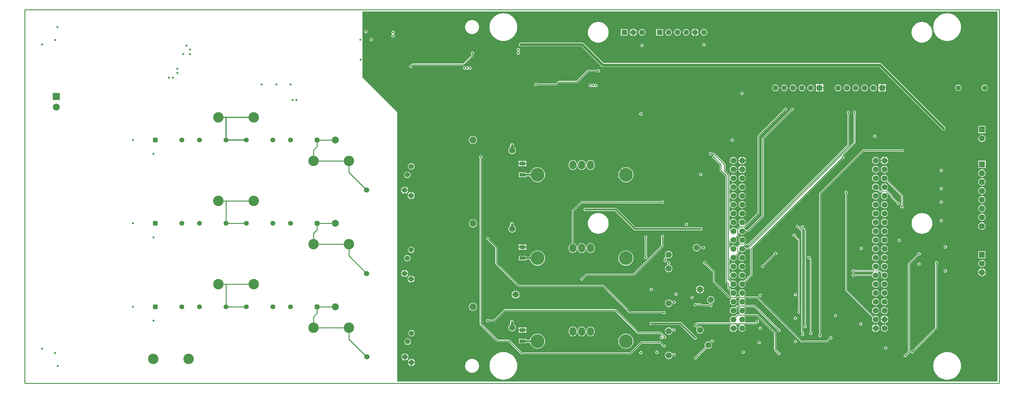
<source format=gbl>
G04 Layer_Physical_Order=4*
G04 Layer_Color=11796480*
%FSLAX43Y43*%
%MOMM*%
G71*
G01*
G75*
%ADD23C,2.000*%
%ADD26R,1.700X1.000*%
%ADD34C,0.500*%
%ADD35C,0.250*%
%ADD38C,0.150*%
%ADD39C,0.200*%
%ADD40C,0.750*%
%ADD41C,0.300*%
%ADD43C,0.254*%
%ADD44O,2.000X2.500*%
%ADD45C,3.000*%
%ADD46C,1.600*%
%ADD47R,1.600X1.600*%
%ADD48C,1.500*%
%ADD49C,1.524*%
%ADD53C,1.700*%
%ADD54C,1.750*%
%ADD55R,1.750X1.750*%
%ADD56C,4.000*%
%ADD57R,2.000X2.000*%
%ADD58R,1.800X1.800*%
%ADD59C,1.800*%
%ADD60C,1.400*%
G04:AMPARAMS|DCode=61|XSize=1.4mm|YSize=1.4mm|CornerRadius=0.35mm|HoleSize=0mm|Usage=FLASHONLY|Rotation=180.000|XOffset=0mm|YOffset=0mm|HoleType=Round|Shape=RoundedRectangle|*
%AMROUNDEDRECTD61*
21,1,1.400,0.700,0,0,180.0*
21,1,0.700,1.400,0,0,180.0*
1,1,0.700,-0.350,0.350*
1,1,0.700,0.350,0.350*
1,1,0.700,0.350,-0.350*
1,1,0.700,-0.350,-0.350*
%
%ADD61ROUNDEDRECTD61*%
%ADD62C,0.600*%
G36*
X279500Y500D02*
X107000D01*
Y78000D01*
X97000Y88000D01*
Y107000D01*
X279500D01*
Y500D01*
D02*
G37*
%LPC*%
G36*
X183175Y42684D02*
X182999Y42649D01*
X182851Y42549D01*
X182751Y42401D01*
X182716Y42225D01*
X182751Y42049D01*
X182851Y41901D01*
X182895Y41871D01*
Y39591D01*
X174784Y31480D01*
X161200D01*
X161093Y31459D01*
X161002Y31398D01*
X160052Y30448D01*
X160000Y30459D01*
X159824Y30424D01*
X159676Y30324D01*
X159576Y30176D01*
X159541Y30000D01*
X159576Y29824D01*
X159676Y29676D01*
X159824Y29576D01*
X160000Y29541D01*
X160176Y29576D01*
X160324Y29676D01*
X160424Y29824D01*
X160459Y30000D01*
X160448Y30052D01*
X161316Y30920D01*
X174900D01*
X175007Y30941D01*
X175098Y31002D01*
X183373Y39277D01*
X183434Y39368D01*
X183455Y39475D01*
Y41871D01*
X183499Y41901D01*
X183599Y42049D01*
X183634Y42225D01*
X183599Y42401D01*
X183499Y42549D01*
X183351Y42649D01*
X183175Y42684D01*
D02*
G37*
G36*
X111127Y31008D02*
Y30127D01*
X112008D01*
X111990Y30265D01*
X111887Y30512D01*
X111725Y30725D01*
X111512Y30887D01*
X111265Y30990D01*
X111127Y31008D01*
D02*
G37*
G36*
X108993Y31443D02*
X108112D01*
X108130Y31305D01*
X108233Y31058D01*
X108395Y30845D01*
X108608Y30683D01*
X108855Y30580D01*
X108993Y30562D01*
Y31443D01*
D02*
G37*
G36*
X110128D02*
X109247D01*
Y30562D01*
X109385Y30580D01*
X109632Y30683D01*
X109845Y30845D01*
X110007Y31058D01*
X110110Y31305D01*
X110128Y31443D01*
D02*
G37*
G36*
X110873Y29873D02*
X109992D01*
X110010Y29735D01*
X110113Y29488D01*
X110275Y29275D01*
X110488Y29113D01*
X110735Y29010D01*
X110873Y28992D01*
Y29873D01*
D02*
G37*
G36*
X112008D02*
X111127D01*
Y28992D01*
X111265Y29010D01*
X111512Y29113D01*
X111725Y29275D01*
X111887Y29488D01*
X111990Y29735D01*
X112008Y29873D01*
D02*
G37*
G36*
X110873Y31008D02*
X110735Y30990D01*
X110488Y30887D01*
X110275Y30725D01*
X110113Y30512D01*
X110010Y30265D01*
X109992Y30127D01*
X110873D01*
Y31008D01*
D02*
G37*
G36*
X206100Y32089D02*
X205839Y32054D01*
X205596Y31953D01*
X205387Y31793D01*
X205227Y31584D01*
X205126Y31341D01*
X205091Y31080D01*
X205126Y30819D01*
X205227Y30576D01*
X205387Y30367D01*
X205596Y30206D01*
X205839Y30106D01*
X206100Y30071D01*
X206361Y30106D01*
X206604Y30206D01*
X206813Y30367D01*
X206973Y30576D01*
X207074Y30819D01*
X207109Y31080D01*
X207074Y31341D01*
X206973Y31584D01*
X206813Y31793D01*
X206604Y31953D01*
X206361Y32054D01*
X206100Y32089D01*
D02*
G37*
G36*
X185000Y35109D02*
X184824Y35074D01*
X184676Y34974D01*
X184576Y34826D01*
X184541Y34650D01*
X184576Y34474D01*
X184676Y34326D01*
X184720Y34296D01*
Y34020D01*
X184470Y33917D01*
X184251Y33749D01*
X184083Y33530D01*
X183977Y33274D01*
X183941Y33000D01*
X183977Y32726D01*
X184083Y32470D01*
X184251Y32251D01*
X184470Y32083D01*
X184726Y31977D01*
X185000Y31941D01*
X185274Y31977D01*
X185530Y32083D01*
X185749Y32251D01*
X185917Y32470D01*
X186023Y32726D01*
X186059Y33000D01*
X186023Y33274D01*
X185917Y33530D01*
X185749Y33749D01*
X185530Y33917D01*
X185280Y34020D01*
Y34296D01*
X185324Y34326D01*
X185424Y34474D01*
X185459Y34650D01*
X185424Y34826D01*
X185324Y34974D01*
X185176Y35074D01*
X185000Y35109D01*
D02*
G37*
G36*
X264500Y32759D02*
X264324Y32724D01*
X264176Y32624D01*
X264076Y32476D01*
X264041Y32300D01*
X264076Y32124D01*
X264176Y31976D01*
X264324Y31876D01*
X264500Y31841D01*
X264676Y31876D01*
X264824Y31976D01*
X264924Y32124D01*
X264959Y32300D01*
X264924Y32476D01*
X264824Y32624D01*
X264676Y32724D01*
X264500Y32759D01*
D02*
G37*
G36*
X275127Y33042D02*
Y32047D01*
X276122D01*
X276100Y32215D01*
X275986Y32489D01*
X275805Y32725D01*
X275569Y32906D01*
X275295Y33020D01*
X275127Y33042D01*
D02*
G37*
G36*
X274873Y33042D02*
X274705Y33020D01*
X274431Y32906D01*
X274195Y32725D01*
X274014Y32489D01*
X273900Y32215D01*
X273878Y32047D01*
X274873D01*
Y33042D01*
D02*
G37*
G36*
X276122Y31793D02*
X275127D01*
Y30798D01*
X275295Y30820D01*
X275569Y30934D01*
X275805Y31115D01*
X275986Y31351D01*
X276100Y31625D01*
X276122Y31793D01*
D02*
G37*
G36*
X274873D02*
X273878D01*
X273900Y31625D01*
X274014Y31351D01*
X274195Y31115D01*
X274431Y30934D01*
X274705Y30820D01*
X274873Y30798D01*
Y31793D01*
D02*
G37*
G36*
X109247Y32578D02*
Y31697D01*
X110128D01*
X110110Y31835D01*
X110007Y32082D01*
X109845Y32295D01*
X109632Y32457D01*
X109385Y32560D01*
X109247Y32578D01*
D02*
G37*
G36*
X108993Y32578D02*
X108855Y32560D01*
X108608Y32457D01*
X108395Y32295D01*
X108233Y32082D01*
X108130Y31835D01*
X108112Y31697D01*
X108993D01*
Y32578D01*
D02*
G37*
G36*
X221400Y25959D02*
X221224Y25924D01*
X221076Y25824D01*
X220976Y25676D01*
X220941Y25500D01*
X220976Y25324D01*
X221076Y25176D01*
X221224Y25076D01*
X221400Y25041D01*
X221576Y25076D01*
X221724Y25176D01*
X221824Y25324D01*
X221859Y25500D01*
X221824Y25676D01*
X221724Y25824D01*
X221576Y25924D01*
X221400Y25959D01*
D02*
G37*
G36*
X247000Y27009D02*
X246739Y26974D01*
X246496Y26873D01*
X246287Y26713D01*
X246126Y26504D01*
X246026Y26261D01*
X245991Y26000D01*
X246026Y25739D01*
X246126Y25496D01*
X246287Y25287D01*
X246496Y25126D01*
X246739Y25026D01*
X247000Y24991D01*
X247261Y25026D01*
X247504Y25126D01*
X247713Y25287D01*
X247873Y25496D01*
X247974Y25739D01*
X248009Y26000D01*
X247974Y26261D01*
X247873Y26504D01*
X247713Y26713D01*
X247504Y26873D01*
X247261Y26974D01*
X247000Y27009D01*
D02*
G37*
G36*
X140873Y26647D02*
X140699Y26624D01*
X140418Y26508D01*
X140177Y26323D01*
X139992Y26082D01*
X139876Y25801D01*
X139853Y25627D01*
X140873D01*
Y26647D01*
D02*
G37*
G36*
X187100Y26059D02*
X186924Y26024D01*
X186776Y25924D01*
X186676Y25776D01*
X186641Y25600D01*
X186676Y25424D01*
X186776Y25276D01*
X186924Y25176D01*
X187100Y25141D01*
X187276Y25176D01*
X187424Y25276D01*
X187524Y25424D01*
X187559Y25600D01*
X187524Y25776D01*
X187424Y25924D01*
X187276Y26024D01*
X187100Y26059D01*
D02*
G37*
G36*
X142147Y25373D02*
X141127D01*
Y24353D01*
X141301Y24376D01*
X141582Y24492D01*
X141823Y24677D01*
X142008Y24918D01*
X142124Y25199D01*
X142147Y25373D01*
D02*
G37*
G36*
X140873D02*
X139853D01*
X139876Y25199D01*
X139992Y24918D01*
X140177Y24677D01*
X140418Y24492D01*
X140699Y24376D01*
X140873Y24353D01*
Y25373D01*
D02*
G37*
G36*
X244460Y27009D02*
X244199Y26974D01*
X243956Y26873D01*
X243747Y26713D01*
X243587Y26504D01*
X243486Y26261D01*
X243451Y26000D01*
X243486Y25739D01*
X243587Y25496D01*
X243747Y25287D01*
X243956Y25126D01*
X244199Y25026D01*
X244460Y24991D01*
X244721Y25026D01*
X244964Y25126D01*
X245173Y25287D01*
X245333Y25496D01*
X245434Y25739D01*
X245469Y26000D01*
X245434Y26261D01*
X245333Y26504D01*
X245173Y26713D01*
X244964Y26873D01*
X244721Y26974D01*
X244460Y27009D01*
D02*
G37*
G36*
X211300Y25759D02*
X211124Y25724D01*
X210976Y25624D01*
X210876Y25476D01*
X210841Y25300D01*
X210876Y25124D01*
X210976Y24976D01*
X211124Y24876D01*
X211300Y24841D01*
X211476Y24876D01*
X211624Y24976D01*
X211724Y25124D01*
X211759Y25300D01*
X211724Y25476D01*
X211624Y25624D01*
X211476Y25724D01*
X211300Y25759D01*
D02*
G37*
G36*
X194127Y28147D02*
Y27127D01*
X195147D01*
X195124Y27301D01*
X195008Y27582D01*
X194823Y27823D01*
X194582Y28008D01*
X194301Y28124D01*
X194127Y28147D01*
D02*
G37*
G36*
X193873Y28147D02*
X193699Y28124D01*
X193418Y28008D01*
X193177Y27823D01*
X192992Y27582D01*
X192876Y27301D01*
X192853Y27127D01*
X193873D01*
Y28147D01*
D02*
G37*
G36*
X247000Y29549D02*
X246739Y29514D01*
X246496Y29413D01*
X246287Y29253D01*
X246126Y29044D01*
X246026Y28801D01*
X245991Y28540D01*
X246026Y28279D01*
X246126Y28036D01*
X246287Y27827D01*
X246496Y27667D01*
X246739Y27566D01*
X247000Y27531D01*
X247261Y27566D01*
X247504Y27667D01*
X247713Y27827D01*
X247873Y28036D01*
X247974Y28279D01*
X248009Y28540D01*
X247974Y28801D01*
X247873Y29044D01*
X247713Y29253D01*
X247504Y29413D01*
X247261Y29514D01*
X247000Y29549D01*
D02*
G37*
G36*
X244460D02*
X244199Y29514D01*
X243956Y29413D01*
X243747Y29253D01*
X243587Y29044D01*
X243486Y28801D01*
X243451Y28540D01*
X243486Y28279D01*
X243587Y28036D01*
X243747Y27827D01*
X243956Y27667D01*
X244199Y27566D01*
X244460Y27531D01*
X244721Y27566D01*
X244964Y27667D01*
X245173Y27827D01*
X245333Y28036D01*
X245434Y28279D01*
X245469Y28540D01*
X245434Y28801D01*
X245333Y29044D01*
X245173Y29253D01*
X244964Y29413D01*
X244721Y29514D01*
X244460Y29549D01*
D02*
G37*
G36*
X193873Y26873D02*
X192853D01*
X192876Y26699D01*
X192992Y26418D01*
X193177Y26177D01*
X193418Y25992D01*
X193699Y25876D01*
X193873Y25853D01*
Y26873D01*
D02*
G37*
G36*
X141127Y26647D02*
Y25627D01*
X142147D01*
X142124Y25801D01*
X142008Y26082D01*
X141823Y26323D01*
X141582Y26508D01*
X141301Y26624D01*
X141127Y26647D01*
D02*
G37*
G36*
X180000Y27459D02*
X179824Y27424D01*
X179676Y27324D01*
X179576Y27176D01*
X179541Y27000D01*
X179576Y26824D01*
X179676Y26676D01*
X179824Y26576D01*
X180000Y26541D01*
X180176Y26576D01*
X180324Y26676D01*
X180424Y26824D01*
X180459Y27000D01*
X180424Y27176D01*
X180324Y27324D01*
X180176Y27424D01*
X180000Y27459D01*
D02*
G37*
G36*
X195147Y26873D02*
X194127D01*
Y25853D01*
X194301Y25876D01*
X194582Y25992D01*
X194823Y26177D01*
X195008Y26418D01*
X195124Y26699D01*
X195147Y26873D01*
D02*
G37*
G36*
X244460Y34629D02*
X244199Y34594D01*
X243956Y34493D01*
X243747Y34333D01*
X243587Y34124D01*
X243486Y33881D01*
X243451Y33620D01*
X243486Y33359D01*
X243587Y33116D01*
X243747Y32907D01*
X243956Y32746D01*
X244057Y32704D01*
X244023Y32529D01*
X238388D01*
X238324Y32624D01*
X238176Y32724D01*
X238000Y32759D01*
X237824Y32724D01*
X237676Y32624D01*
X237576Y32476D01*
X237541Y32300D01*
X237576Y32124D01*
X237676Y31976D01*
X237824Y31876D01*
X238000Y31841D01*
X238176Y31876D01*
X238324Y31976D01*
X238388Y32071D01*
X243821D01*
X243880Y31896D01*
X243747Y31793D01*
X243587Y31584D01*
X243486Y31341D01*
X243482Y31309D01*
X238408D01*
X238344Y31404D01*
X238196Y31504D01*
X238020Y31539D01*
X237844Y31504D01*
X237696Y31404D01*
X237596Y31256D01*
X237561Y31080D01*
X237596Y30904D01*
X237696Y30756D01*
X237844Y30656D01*
X238020Y30621D01*
X238196Y30656D01*
X238344Y30756D01*
X238408Y30851D01*
X243482D01*
X243486Y30819D01*
X243587Y30576D01*
X243747Y30367D01*
X243956Y30206D01*
X244199Y30106D01*
X244460Y30071D01*
X244721Y30106D01*
X244964Y30206D01*
X245173Y30367D01*
X245333Y30576D01*
X245434Y30819D01*
X245469Y31080D01*
X245434Y31341D01*
X245333Y31584D01*
X245173Y31793D01*
X245040Y31896D01*
X245099Y32071D01*
X245685D01*
X246146Y31610D01*
X246126Y31584D01*
X246026Y31341D01*
X245991Y31080D01*
X246026Y30819D01*
X246126Y30576D01*
X246287Y30367D01*
X246496Y30206D01*
X246739Y30106D01*
X247000Y30071D01*
X247261Y30106D01*
X247504Y30206D01*
X247713Y30367D01*
X247873Y30576D01*
X247974Y30819D01*
X248009Y31080D01*
X247974Y31341D01*
X247873Y31584D01*
X247713Y31793D01*
X247504Y31953D01*
X247261Y32054D01*
X247000Y32089D01*
X246739Y32054D01*
X246496Y31953D01*
X246470Y31934D01*
X245942Y32462D01*
X245868Y32512D01*
X245780Y32529D01*
X244897D01*
X244863Y32704D01*
X244964Y32746D01*
X245173Y32907D01*
X245333Y33116D01*
X245434Y33359D01*
X245469Y33620D01*
X245434Y33881D01*
X245333Y34124D01*
X245173Y34333D01*
X244964Y34493D01*
X244721Y34594D01*
X244460Y34629D01*
D02*
G37*
G36*
X142873Y39073D02*
X141896D01*
Y38446D01*
X142873D01*
Y39073D01*
D02*
G37*
G36*
X240300Y39259D02*
X240124Y39224D01*
X239976Y39124D01*
X239876Y38976D01*
X239841Y38800D01*
X239876Y38624D01*
X239976Y38476D01*
X240124Y38376D01*
X240300Y38341D01*
X240476Y38376D01*
X240624Y38476D01*
X240724Y38624D01*
X240759Y38800D01*
X240724Y38976D01*
X240624Y39124D01*
X240476Y39224D01*
X240300Y39259D01*
D02*
G37*
G36*
X193000Y40059D02*
X192726Y40023D01*
X192470Y39917D01*
X192251Y39749D01*
X192083Y39530D01*
X191977Y39274D01*
X191941Y39000D01*
X191977Y38726D01*
X192083Y38470D01*
X192251Y38251D01*
X192470Y38083D01*
X192726Y37977D01*
X193000Y37941D01*
X193274Y37977D01*
X193530Y38083D01*
X193749Y38251D01*
X193917Y38470D01*
X194020Y38720D01*
X194646D01*
X194676Y38676D01*
X194824Y38576D01*
X195000Y38541D01*
X195176Y38576D01*
X195324Y38676D01*
X195424Y38824D01*
X195459Y39000D01*
X195424Y39176D01*
X195324Y39324D01*
X195176Y39424D01*
X195000Y39459D01*
X194824Y39424D01*
X194676Y39324D01*
X194646Y39280D01*
X194020D01*
X193917Y39530D01*
X193749Y39749D01*
X193530Y39917D01*
X193274Y40023D01*
X193000Y40059D01*
D02*
G37*
G36*
X144104Y39073D02*
X143127D01*
Y38446D01*
X144104D01*
Y39073D01*
D02*
G37*
G36*
X162550Y40310D02*
X162250Y40270D01*
X161970Y40155D01*
X161730Y39970D01*
X161545Y39730D01*
X161430Y39450D01*
X161390Y39150D01*
Y38650D01*
X161430Y38350D01*
X161545Y38070D01*
X161730Y37830D01*
X161970Y37645D01*
X162250Y37530D01*
X162550Y37490D01*
X162850Y37530D01*
X163130Y37645D01*
X163370Y37830D01*
X163555Y38070D01*
X163670Y38350D01*
X163710Y38650D01*
Y39150D01*
X163670Y39450D01*
X163555Y39730D01*
X163370Y39970D01*
X163130Y40155D01*
X162850Y40270D01*
X162550Y40310D01*
D02*
G37*
G36*
X160000D02*
X159700Y40270D01*
X159420Y40155D01*
X159180Y39970D01*
X158995Y39730D01*
X158880Y39450D01*
X158840Y39150D01*
Y38650D01*
X158880Y38350D01*
X158995Y38070D01*
X159180Y37830D01*
X159420Y37645D01*
X159700Y37530D01*
X160000Y37490D01*
X160300Y37530D01*
X160580Y37645D01*
X160820Y37830D01*
X161005Y38070D01*
X161120Y38350D01*
X161160Y38650D01*
Y39150D01*
X161120Y39450D01*
X161005Y39730D01*
X160820Y39970D01*
X160580Y40155D01*
X160300Y40270D01*
X160000Y40310D01*
D02*
G37*
G36*
X247000Y39709D02*
X246739Y39674D01*
X246496Y39573D01*
X246287Y39413D01*
X246126Y39204D01*
X246026Y38961D01*
X245991Y38700D01*
X246026Y38439D01*
X246126Y38196D01*
X246287Y37987D01*
X246496Y37826D01*
X246739Y37726D01*
X247000Y37691D01*
X247261Y37726D01*
X247504Y37826D01*
X247713Y37987D01*
X247873Y38196D01*
X247974Y38439D01*
X248009Y38700D01*
X247974Y38961D01*
X247873Y39204D01*
X247713Y39413D01*
X247504Y39573D01*
X247261Y39674D01*
X247000Y39709D01*
D02*
G37*
G36*
X244460D02*
X244199Y39674D01*
X243956Y39573D01*
X243747Y39413D01*
X243587Y39204D01*
X243486Y38961D01*
X243451Y38700D01*
X243486Y38439D01*
X243587Y38196D01*
X243747Y37987D01*
X243956Y37826D01*
X244199Y37726D01*
X244460Y37691D01*
X244721Y37726D01*
X244964Y37826D01*
X245173Y37987D01*
X245333Y38196D01*
X245434Y38439D01*
X245469Y38700D01*
X245434Y38961D01*
X245333Y39204D01*
X245173Y39413D01*
X244964Y39573D01*
X244721Y39674D01*
X244460Y39709D01*
D02*
G37*
G36*
X251200Y41559D02*
X251024Y41524D01*
X250876Y41424D01*
X250776Y41276D01*
X250741Y41100D01*
X250776Y40924D01*
X250876Y40776D01*
X251024Y40676D01*
X251200Y40641D01*
X251376Y40676D01*
X251524Y40776D01*
X251624Y40924D01*
X251659Y41100D01*
X251624Y41276D01*
X251524Y41424D01*
X251376Y41524D01*
X251200Y41559D01*
D02*
G37*
G36*
X247000Y42249D02*
X246739Y42214D01*
X246496Y42113D01*
X246287Y41953D01*
X246126Y41744D01*
X246026Y41501D01*
X245991Y41240D01*
X246026Y40979D01*
X246126Y40736D01*
X246287Y40527D01*
X246496Y40367D01*
X246739Y40266D01*
X247000Y40231D01*
X247261Y40266D01*
X247504Y40367D01*
X247713Y40527D01*
X247873Y40736D01*
X247974Y40979D01*
X248009Y41240D01*
X247974Y41501D01*
X247873Y41744D01*
X247713Y41953D01*
X247504Y42113D01*
X247261Y42214D01*
X247000Y42249D01*
D02*
G37*
G36*
Y44789D02*
X246739Y44754D01*
X246496Y44653D01*
X246287Y44493D01*
X246126Y44284D01*
X246026Y44041D01*
X245991Y43780D01*
X246026Y43519D01*
X246126Y43276D01*
X246287Y43067D01*
X246496Y42907D01*
X246739Y42806D01*
X247000Y42771D01*
X247261Y42806D01*
X247504Y42907D01*
X247713Y43067D01*
X247873Y43276D01*
X247974Y43519D01*
X248009Y43780D01*
X247974Y44041D01*
X247873Y44284D01*
X247713Y44493D01*
X247504Y44653D01*
X247261Y44754D01*
X247000Y44789D01*
D02*
G37*
G36*
X244460D02*
X244199Y44754D01*
X243956Y44653D01*
X243747Y44493D01*
X243587Y44284D01*
X243486Y44041D01*
X243451Y43780D01*
X243486Y43519D01*
X243587Y43276D01*
X243747Y43067D01*
X243956Y42907D01*
X244199Y42806D01*
X244460Y42771D01*
X244721Y42806D01*
X244964Y42907D01*
X245173Y43067D01*
X245333Y43276D01*
X245434Y43519D01*
X245469Y43780D01*
X245434Y44041D01*
X245333Y44284D01*
X245173Y44493D01*
X244964Y44653D01*
X244721Y44754D01*
X244460Y44789D01*
D02*
G37*
G36*
X142873Y39954D02*
X141896D01*
Y39327D01*
X142873D01*
Y39954D01*
D02*
G37*
G36*
X264500Y39659D02*
X264324Y39624D01*
X264176Y39524D01*
X264076Y39376D01*
X264041Y39200D01*
X264076Y39024D01*
X264176Y38876D01*
X264324Y38776D01*
X264500Y38741D01*
X264676Y38776D01*
X264824Y38876D01*
X264924Y39024D01*
X264959Y39200D01*
X264924Y39376D01*
X264824Y39524D01*
X264676Y39624D01*
X264500Y39659D01*
D02*
G37*
G36*
X244460Y42249D02*
X244199Y42214D01*
X243956Y42113D01*
X243747Y41953D01*
X243587Y41744D01*
X243486Y41501D01*
X243451Y41240D01*
X243486Y40979D01*
X243587Y40736D01*
X243747Y40527D01*
X243956Y40367D01*
X244199Y40266D01*
X244460Y40231D01*
X244721Y40266D01*
X244964Y40367D01*
X245173Y40527D01*
X245333Y40736D01*
X245434Y40979D01*
X245469Y41240D01*
X245434Y41501D01*
X245333Y41744D01*
X245173Y41953D01*
X244964Y42113D01*
X244721Y42214D01*
X244460Y42249D01*
D02*
G37*
G36*
X144104Y39954D02*
X143127D01*
Y39327D01*
X144104D01*
Y39954D01*
D02*
G37*
G36*
X109880Y36890D02*
X109642Y36859D01*
X109420Y36767D01*
X109230Y36620D01*
X109083Y36430D01*
X108991Y36208D01*
X108960Y35970D01*
X108991Y35732D01*
X109083Y35510D01*
X109230Y35320D01*
X109420Y35173D01*
X109642Y35081D01*
X109880Y35050D01*
X110118Y35081D01*
X110340Y35173D01*
X110530Y35320D01*
X110677Y35510D01*
X110769Y35732D01*
X110800Y35970D01*
X110769Y36208D01*
X110677Y36430D01*
X110530Y36620D01*
X110340Y36767D01*
X110118Y36859D01*
X109880Y36890D01*
D02*
G37*
G36*
X256900Y34759D02*
X256724Y34724D01*
X256576Y34624D01*
X256476Y34476D01*
X256441Y34300D01*
X256476Y34124D01*
X256576Y33976D01*
X256724Y33876D01*
X256900Y33841D01*
X257076Y33876D01*
X257224Y33976D01*
X257324Y34124D01*
X257359Y34300D01*
X257324Y34476D01*
X257224Y34624D01*
X257076Y34724D01*
X256900Y34759D01*
D02*
G37*
G36*
X244460Y37169D02*
X244199Y37134D01*
X243956Y37033D01*
X243747Y36873D01*
X243587Y36664D01*
X243486Y36421D01*
X243451Y36160D01*
X243486Y35899D01*
X243587Y35656D01*
X243747Y35447D01*
X243956Y35286D01*
X244199Y35186D01*
X244460Y35151D01*
X244721Y35186D01*
X244964Y35286D01*
X245173Y35447D01*
X245333Y35656D01*
X245434Y35899D01*
X245469Y36160D01*
X245434Y36421D01*
X245333Y36664D01*
X245173Y36873D01*
X244964Y37033D01*
X244721Y37134D01*
X244460Y37169D01*
D02*
G37*
G36*
X206100D02*
X205839Y37134D01*
X205596Y37033D01*
X205387Y36873D01*
X205227Y36664D01*
X205126Y36421D01*
X205091Y36160D01*
X205126Y35899D01*
X205227Y35656D01*
X205387Y35447D01*
X205596Y35286D01*
X205839Y35186D01*
X206100Y35151D01*
X206361Y35186D01*
X206604Y35286D01*
X206813Y35447D01*
X206973Y35656D01*
X207074Y35899D01*
X207109Y36160D01*
X207074Y36421D01*
X206973Y36664D01*
X206813Y36873D01*
X206604Y37033D01*
X206361Y37134D01*
X206100Y37169D01*
D02*
G37*
G36*
X247000Y34629D02*
X246739Y34594D01*
X246496Y34493D01*
X246287Y34333D01*
X246126Y34124D01*
X246026Y33881D01*
X245991Y33620D01*
X246026Y33359D01*
X246126Y33116D01*
X246287Y32907D01*
X246496Y32746D01*
X246739Y32646D01*
X247000Y32611D01*
X247261Y32646D01*
X247504Y32746D01*
X247713Y32907D01*
X247873Y33116D01*
X247974Y33359D01*
X248009Y33620D01*
X247974Y33881D01*
X247873Y34124D01*
X247713Y34333D01*
X247504Y34493D01*
X247261Y34594D01*
X247000Y34629D01*
D02*
G37*
G36*
X206100D02*
X205839Y34594D01*
X205596Y34493D01*
X205387Y34333D01*
X205227Y34124D01*
X205126Y33881D01*
X205091Y33620D01*
X205126Y33359D01*
X205227Y33116D01*
X205387Y32907D01*
X205596Y32746D01*
X205839Y32646D01*
X206100Y32611D01*
X206361Y32646D01*
X206604Y32746D01*
X206813Y32907D01*
X206973Y33116D01*
X207074Y33359D01*
X207109Y33620D01*
X207074Y33881D01*
X206973Y34124D01*
X206813Y34333D01*
X206604Y34493D01*
X206361Y34594D01*
X206100Y34629D01*
D02*
G37*
G36*
X172700Y38160D02*
X172279Y38119D01*
X171873Y37996D01*
X171500Y37796D01*
X171172Y37528D01*
X170904Y37200D01*
X170704Y36827D01*
X170581Y36421D01*
X170540Y36000D01*
X170581Y35579D01*
X170704Y35173D01*
X170904Y34800D01*
X171172Y34472D01*
X171500Y34204D01*
X171873Y34004D01*
X172279Y33881D01*
X172700Y33840D01*
X173121Y33881D01*
X173527Y34004D01*
X173900Y34204D01*
X174228Y34472D01*
X174496Y34800D01*
X174696Y35173D01*
X174819Y35579D01*
X174860Y36000D01*
X174819Y36421D01*
X174696Y36827D01*
X174496Y37200D01*
X174228Y37528D01*
X173900Y37796D01*
X173527Y37996D01*
X173121Y38119D01*
X172700Y38160D01*
D02*
G37*
G36*
X275000Y35494D02*
X274732Y35459D01*
X274483Y35355D01*
X274269Y35191D01*
X274105Y34977D01*
X274001Y34728D01*
X273966Y34460D01*
X274001Y34192D01*
X274105Y33943D01*
X274269Y33729D01*
X274483Y33565D01*
X274732Y33461D01*
X275000Y33426D01*
X275268Y33461D01*
X275517Y33565D01*
X275731Y33729D01*
X275895Y33943D01*
X275999Y34192D01*
X276034Y34460D01*
X275999Y34728D01*
X275895Y34977D01*
X275731Y35191D01*
X275517Y35355D01*
X275268Y35459D01*
X275000Y35494D01*
D02*
G37*
G36*
X256950Y37609D02*
X256774Y37574D01*
X256626Y37474D01*
X256526Y37326D01*
X256491Y37150D01*
X256502Y37098D01*
X253802Y34398D01*
X253741Y34307D01*
X253720Y34200D01*
Y9116D01*
X253052Y8448D01*
X253000Y8459D01*
X252824Y8424D01*
X252676Y8324D01*
X252576Y8176D01*
X252541Y8000D01*
X252576Y7824D01*
X252676Y7676D01*
X252824Y7576D01*
X253000Y7541D01*
X253176Y7576D01*
X253324Y7676D01*
X253424Y7824D01*
X253459Y8000D01*
X253448Y8052D01*
X254198Y8802D01*
X254259Y8893D01*
X254280Y9000D01*
Y34084D01*
X256898Y36702D01*
X256950Y36691D01*
X257126Y36726D01*
X257274Y36826D01*
X257374Y36974D01*
X257409Y37150D01*
X257374Y37326D01*
X257274Y37474D01*
X257126Y37574D01*
X256950Y37609D01*
D02*
G37*
G36*
X147300Y38160D02*
X146879Y38119D01*
X146473Y37996D01*
X146100Y37796D01*
X145772Y37528D01*
X145504Y37200D01*
X145304Y36827D01*
X145181Y36421D01*
X145180Y36408D01*
X144000D01*
Y36650D01*
X142000D01*
Y35350D01*
X144000D01*
Y35592D01*
X145180D01*
X145181Y35579D01*
X145304Y35173D01*
X145504Y34800D01*
X145772Y34472D01*
X146100Y34204D01*
X146473Y34004D01*
X146879Y33881D01*
X147300Y33840D01*
X147721Y33881D01*
X148127Y34004D01*
X148500Y34204D01*
X148828Y34472D01*
X149096Y34800D01*
X149296Y35173D01*
X149419Y35579D01*
X149460Y36000D01*
X149419Y36421D01*
X149296Y36827D01*
X149096Y37200D01*
X148828Y37528D01*
X148500Y37796D01*
X148127Y37996D01*
X147721Y38119D01*
X147300Y38160D01*
D02*
G37*
G36*
X111000Y39300D02*
X110762Y39269D01*
X110540Y39177D01*
X110350Y39030D01*
X110203Y38840D01*
X110111Y38618D01*
X110080Y38380D01*
X110111Y38142D01*
X110203Y37920D01*
X110350Y37730D01*
X110540Y37583D01*
X110762Y37491D01*
X111000Y37460D01*
X111238Y37491D01*
X111460Y37583D01*
X111650Y37730D01*
X111797Y37920D01*
X111889Y38142D01*
X111920Y38380D01*
X111889Y38618D01*
X111797Y38840D01*
X111650Y39030D01*
X111460Y39177D01*
X111238Y39269D01*
X111000Y39300D01*
D02*
G37*
G36*
X215760Y37859D02*
X215584Y37824D01*
X215436Y37724D01*
X215336Y37576D01*
X215301Y37400D01*
X215312Y37348D01*
X212032Y34068D01*
X211980Y34079D01*
X211804Y34044D01*
X211656Y33944D01*
X211556Y33796D01*
X211521Y33620D01*
X211556Y33444D01*
X211656Y33296D01*
X211804Y33196D01*
X211980Y33161D01*
X212156Y33196D01*
X212304Y33296D01*
X212404Y33444D01*
X212439Y33620D01*
X212428Y33672D01*
X215708Y36952D01*
X215760Y36941D01*
X215936Y36976D01*
X216084Y37076D01*
X216184Y37224D01*
X216219Y37400D01*
X216184Y37576D01*
X216084Y37724D01*
X215936Y37824D01*
X215760Y37859D01*
D02*
G37*
G36*
X178400Y42559D02*
X178224Y42524D01*
X178076Y42424D01*
X177976Y42276D01*
X177941Y42100D01*
X177976Y41924D01*
X178076Y41776D01*
X178120Y41746D01*
Y36554D01*
X178076Y36524D01*
X177976Y36376D01*
X177941Y36200D01*
X177976Y36024D01*
X178076Y35876D01*
X178224Y35776D01*
X178400Y35741D01*
X178576Y35776D01*
X178724Y35876D01*
X178824Y36024D01*
X178859Y36200D01*
X178824Y36376D01*
X178724Y36524D01*
X178680Y36554D01*
Y41746D01*
X178724Y41776D01*
X178824Y41924D01*
X178859Y42100D01*
X178824Y42276D01*
X178724Y42424D01*
X178576Y42524D01*
X178400Y42559D01*
D02*
G37*
G36*
X247000Y37169D02*
X246739Y37134D01*
X246496Y37033D01*
X246287Y36873D01*
X246126Y36664D01*
X246026Y36421D01*
X245991Y36160D01*
X246026Y35899D01*
X246126Y35656D01*
X246287Y35447D01*
X246496Y35286D01*
X246739Y35186D01*
X247000Y35151D01*
X247261Y35186D01*
X247504Y35286D01*
X247713Y35447D01*
X247873Y35656D01*
X247974Y35899D01*
X248009Y36160D01*
X247974Y36421D01*
X247873Y36664D01*
X247713Y36873D01*
X247504Y37033D01*
X247261Y37134D01*
X247000Y37169D01*
D02*
G37*
G36*
X276025Y38025D02*
X273975D01*
Y35975D01*
X276025D01*
Y38025D01*
D02*
G37*
G36*
X185000Y38059D02*
X184726Y38023D01*
X184470Y37917D01*
X184251Y37749D01*
X184083Y37530D01*
X183977Y37274D01*
X183941Y37000D01*
X183977Y36726D01*
X184080Y36477D01*
X183802Y36198D01*
X183741Y36107D01*
X183720Y36000D01*
Y35654D01*
X183676Y35624D01*
X183576Y35476D01*
X183541Y35300D01*
X183576Y35124D01*
X183676Y34976D01*
X183824Y34876D01*
X184000Y34841D01*
X184176Y34876D01*
X184324Y34976D01*
X184424Y35124D01*
X184459Y35300D01*
X184424Y35476D01*
X184324Y35624D01*
X184280Y35654D01*
Y35884D01*
X184477Y36080D01*
X184726Y35977D01*
X185000Y35941D01*
X185274Y35977D01*
X185530Y36083D01*
X185749Y36251D01*
X185917Y36470D01*
X186023Y36726D01*
X186059Y37000D01*
X186023Y37274D01*
X185917Y37530D01*
X185749Y37749D01*
X185530Y37917D01*
X185274Y38023D01*
X185000Y38059D01*
D02*
G37*
G36*
X221400Y12459D02*
X221224Y12424D01*
X221076Y12324D01*
X220976Y12176D01*
X220941Y12000D01*
X220976Y11824D01*
X221076Y11676D01*
X221224Y11576D01*
X221400Y11541D01*
X221576Y11576D01*
X221724Y11676D01*
X221824Y11824D01*
X221859Y12000D01*
X221824Y12176D01*
X221724Y12324D01*
X221576Y12424D01*
X221400Y12459D01*
D02*
G37*
G36*
X211000Y12159D02*
X210824Y12124D01*
X210676Y12024D01*
X210576Y11876D01*
X210541Y11700D01*
X210576Y11524D01*
X210676Y11376D01*
X210824Y11276D01*
X211000Y11241D01*
X211176Y11276D01*
X211324Y11376D01*
X211424Y11524D01*
X211459Y11700D01*
X211424Y11876D01*
X211324Y12024D01*
X211176Y12124D01*
X211000Y12159D01*
D02*
G37*
G36*
X147300Y14260D02*
X146879Y14219D01*
X146473Y14096D01*
X146100Y13896D01*
X145772Y13628D01*
X145504Y13300D01*
X145304Y12927D01*
X145181Y12521D01*
X145180Y12508D01*
X144000D01*
Y12750D01*
X142000D01*
Y11450D01*
X144000D01*
Y11692D01*
X145180D01*
X145181Y11679D01*
X145304Y11273D01*
X145504Y10900D01*
X145772Y10572D01*
X146100Y10304D01*
X146473Y10104D01*
X146879Y9981D01*
X147300Y9940D01*
X147721Y9981D01*
X148127Y10104D01*
X148500Y10304D01*
X148828Y10572D01*
X149096Y10900D01*
X149296Y11273D01*
X149419Y11679D01*
X149460Y12100D01*
X149419Y12521D01*
X149296Y12927D01*
X149096Y13300D01*
X148828Y13628D01*
X148500Y13896D01*
X148127Y14096D01*
X147721Y14219D01*
X147300Y14260D01*
D02*
G37*
G36*
X197500Y12559D02*
X197324Y12524D01*
X197176Y12424D01*
X197076Y12276D01*
X197041Y12100D01*
X197052Y12048D01*
X196923Y11920D01*
X196674Y12023D01*
X196400Y12059D01*
X196126Y12023D01*
X195870Y11917D01*
X195651Y11749D01*
X195483Y11530D01*
X195377Y11274D01*
X195341Y11000D01*
X195377Y10726D01*
X195480Y10477D01*
X192752Y7748D01*
X192700Y7759D01*
X192524Y7724D01*
X192376Y7624D01*
X192276Y7476D01*
X192241Y7300D01*
X192276Y7124D01*
X192376Y6976D01*
X192524Y6876D01*
X192700Y6841D01*
X192876Y6876D01*
X193024Y6976D01*
X193124Y7124D01*
X193159Y7300D01*
X193148Y7352D01*
X195877Y10080D01*
X196126Y9977D01*
X196400Y9941D01*
X196674Y9977D01*
X196930Y10083D01*
X197149Y10251D01*
X197317Y10470D01*
X197423Y10726D01*
X197459Y11000D01*
X197423Y11274D01*
X197320Y11523D01*
X197448Y11652D01*
X197500Y11641D01*
X197676Y11676D01*
X197824Y11776D01*
X197924Y11924D01*
X197959Y12100D01*
X197924Y12276D01*
X197824Y12424D01*
X197676Y12524D01*
X197500Y12559D01*
D02*
G37*
G36*
X172700Y14260D02*
X172279Y14219D01*
X171873Y14096D01*
X171500Y13896D01*
X171172Y13628D01*
X170904Y13300D01*
X170704Y12927D01*
X170581Y12521D01*
X170540Y12100D01*
X170581Y11679D01*
X170704Y11273D01*
X170904Y10900D01*
X171172Y10572D01*
X171500Y10304D01*
X171873Y10104D01*
X172279Y9981D01*
X172700Y9940D01*
X173121Y9981D01*
X173527Y10104D01*
X173900Y10304D01*
X174228Y10572D01*
X174496Y10900D01*
X174696Y11273D01*
X174819Y11679D01*
X174860Y12100D01*
X174819Y12521D01*
X174696Y12927D01*
X174496Y13300D01*
X174228Y13628D01*
X173900Y13896D01*
X173527Y14096D01*
X173121Y14219D01*
X172700Y14260D01*
D02*
G37*
G36*
X247330Y10629D02*
X247154Y10594D01*
X247006Y10494D01*
X246906Y10346D01*
X246871Y10170D01*
X246906Y9994D01*
X247006Y9846D01*
X247154Y9746D01*
X247330Y9711D01*
X247506Y9746D01*
X247654Y9846D01*
X247754Y9994D01*
X247789Y10170D01*
X247754Y10346D01*
X247654Y10494D01*
X247506Y10594D01*
X247330Y10629D01*
D02*
G37*
G36*
X109980Y12890D02*
X109742Y12859D01*
X109520Y12767D01*
X109330Y12620D01*
X109183Y12430D01*
X109091Y12208D01*
X109060Y11970D01*
X109091Y11732D01*
X109183Y11510D01*
X109330Y11320D01*
X109520Y11173D01*
X109742Y11081D01*
X109980Y11050D01*
X110218Y11081D01*
X110440Y11173D01*
X110630Y11320D01*
X110777Y11510D01*
X110869Y11732D01*
X110900Y11970D01*
X110869Y12208D01*
X110777Y12430D01*
X110630Y12620D01*
X110440Y12767D01*
X110218Y12859D01*
X109980Y12890D01*
D02*
G37*
G36*
X131025Y65584D02*
X130849Y65549D01*
X130701Y65449D01*
X130601Y65301D01*
X130566Y65125D01*
X130601Y64949D01*
X130701Y64801D01*
X130745Y64771D01*
Y16975D01*
X130766Y16868D01*
X130827Y16777D01*
X135602Y12002D01*
X135693Y11941D01*
X135800Y11920D01*
X135800Y11920D01*
X138984D01*
X142502Y8402D01*
X142593Y8341D01*
X142700Y8320D01*
X174000D01*
X174107Y8341D01*
X174198Y8402D01*
X177216Y11420D01*
X182584D01*
X183222Y10782D01*
X183211Y10730D01*
X183246Y10554D01*
X183346Y10406D01*
X183494Y10306D01*
X183670Y10271D01*
X183846Y10306D01*
X183994Y10406D01*
X184094Y10554D01*
X184129Y10730D01*
X184094Y10906D01*
X183994Y11054D01*
X183846Y11154D01*
X183670Y11189D01*
X183618Y11178D01*
X182898Y11898D01*
X182807Y11959D01*
X182700Y11980D01*
X177100D01*
X176993Y11959D01*
X176902Y11898D01*
X173884Y8880D01*
X142816D01*
X139298Y12398D01*
X139207Y12459D01*
X139100Y12480D01*
X135916D01*
X131305Y17091D01*
Y64771D01*
X131349Y64801D01*
X131449Y64949D01*
X131484Y65125D01*
X131449Y65301D01*
X131349Y65449D01*
X131201Y65549D01*
X131025Y65584D01*
D02*
G37*
G36*
X162550Y16310D02*
X162250Y16270D01*
X161970Y16155D01*
X161730Y15970D01*
X161545Y15730D01*
X161430Y15450D01*
X161390Y15150D01*
Y14650D01*
X161430Y14350D01*
X161545Y14070D01*
X161730Y13830D01*
X161970Y13645D01*
X162250Y13530D01*
X162550Y13490D01*
X162850Y13530D01*
X163130Y13645D01*
X163370Y13830D01*
X163555Y14070D01*
X163670Y14350D01*
X163710Y14650D01*
Y15150D01*
X163670Y15450D01*
X163555Y15730D01*
X163370Y15970D01*
X163130Y16155D01*
X162850Y16270D01*
X162550Y16310D01*
D02*
G37*
G36*
X160000D02*
X159700Y16270D01*
X159420Y16155D01*
X159180Y15970D01*
X158995Y15730D01*
X158880Y15450D01*
X158840Y15150D01*
Y14650D01*
X158880Y14350D01*
X158995Y14070D01*
X159180Y13830D01*
X159420Y13645D01*
X159700Y13530D01*
X160000Y13490D01*
X160300Y13530D01*
X160580Y13645D01*
X160820Y13830D01*
X161005Y14070D01*
X161120Y14350D01*
X161160Y14650D01*
Y15150D01*
X161120Y15450D01*
X161005Y15730D01*
X160820Y15970D01*
X160580Y16155D01*
X160300Y16270D01*
X160000Y16310D01*
D02*
G37*
G36*
X225300Y36659D02*
X225124Y36624D01*
X224976Y36524D01*
X224876Y36376D01*
X224841Y36200D01*
X224876Y36024D01*
X224976Y35876D01*
X225124Y35776D01*
X225300Y35741D01*
X225412Y35763D01*
X225621Y35555D01*
Y14738D01*
X225526Y14674D01*
X225426Y14526D01*
X225391Y14350D01*
X225426Y14174D01*
X225526Y14026D01*
X225674Y13926D01*
X225850Y13891D01*
X226026Y13926D01*
X226174Y14026D01*
X226274Y14174D01*
X226309Y14350D01*
X226274Y14526D01*
X226174Y14674D01*
X226079Y14738D01*
Y35650D01*
X226079Y35650D01*
X226062Y35738D01*
X226012Y35812D01*
X226012Y35812D01*
X225737Y36088D01*
X225759Y36200D01*
X225724Y36376D01*
X225624Y36524D01*
X225476Y36624D01*
X225300Y36659D01*
D02*
G37*
G36*
X222000Y45559D02*
X221824Y45524D01*
X221676Y45424D01*
X221576Y45276D01*
X221541Y45100D01*
X221576Y44924D01*
X221676Y44776D01*
X221824Y44676D01*
X222000Y44641D01*
X222112Y44663D01*
X223071Y43705D01*
Y14967D01*
X223088Y14880D01*
X223138Y14805D01*
X223271Y14672D01*
Y14388D01*
X223176Y14324D01*
X223076Y14176D01*
X223041Y14000D01*
X223076Y13824D01*
X223176Y13676D01*
X223324Y13576D01*
X223500Y13541D01*
X223676Y13576D01*
X223824Y13676D01*
X223924Y13824D01*
X223959Y14000D01*
X223924Y14176D01*
X223824Y14324D01*
X223729Y14388D01*
Y14767D01*
X223712Y14855D01*
X223662Y14930D01*
X223529Y15062D01*
Y43800D01*
X223512Y43888D01*
X223462Y43962D01*
X222437Y44988D01*
X222459Y45100D01*
X222424Y45276D01*
X222324Y45424D01*
X222176Y45524D01*
X222000Y45559D01*
D02*
G37*
G36*
X169800Y21280D02*
X137900D01*
X137793Y21259D01*
X137702Y21198D01*
X134784Y18280D01*
X133354D01*
X133324Y18324D01*
X133176Y18424D01*
X133000Y18459D01*
X132824Y18424D01*
X132676Y18324D01*
X132576Y18176D01*
X132541Y18000D01*
X132576Y17824D01*
X132676Y17676D01*
X132824Y17576D01*
X133000Y17541D01*
X133176Y17576D01*
X133324Y17676D01*
X133354Y17720D01*
X134900D01*
X135007Y17741D01*
X135098Y17802D01*
X138016Y20720D01*
X169684D01*
X176102Y14302D01*
X176193Y14241D01*
X176300Y14220D01*
X182484D01*
X182983Y13721D01*
X182900Y13559D01*
X182724Y13524D01*
X182576Y13424D01*
X182476Y13276D01*
X182441Y13100D01*
X182476Y12924D01*
X182576Y12776D01*
X182724Y12676D01*
X182900Y12641D01*
X183076Y12676D01*
X183224Y12776D01*
X183312Y12906D01*
X183374Y12932D01*
X183508Y12954D01*
X183624Y12876D01*
X183800Y12841D01*
X183976Y12876D01*
X184124Y12976D01*
X184224Y13124D01*
X184259Y13300D01*
X184224Y13476D01*
X184124Y13624D01*
X183976Y13724D01*
X183800Y13759D01*
X183748Y13748D01*
X182798Y14698D01*
X182707Y14759D01*
X182600Y14780D01*
X176416D01*
X169998Y21198D01*
X169907Y21259D01*
X169800Y21280D01*
D02*
G37*
G36*
X180000Y17659D02*
X179824Y17624D01*
X179676Y17524D01*
X179576Y17376D01*
X179541Y17200D01*
X179576Y17024D01*
X179676Y16876D01*
X179824Y16776D01*
X180000Y16741D01*
X180176Y16776D01*
X180200Y16792D01*
X188231D01*
X192170Y12853D01*
X192176Y12824D01*
X192276Y12676D01*
X192424Y12576D01*
X192600Y12541D01*
X192776Y12576D01*
X192924Y12676D01*
X193024Y12824D01*
X193059Y13000D01*
X193024Y13176D01*
X192924Y13324D01*
X192776Y13424D01*
X192747Y13430D01*
X188688Y17488D01*
X188556Y17577D01*
X188400Y17608D01*
X188400Y17608D01*
X180200D01*
X180176Y17624D01*
X180000Y17659D01*
D02*
G37*
G36*
X157450Y16310D02*
X157150Y16270D01*
X156870Y16155D01*
X156630Y15970D01*
X156445Y15730D01*
X156330Y15450D01*
X156290Y15150D01*
Y14650D01*
X156330Y14350D01*
X156445Y14070D01*
X156630Y13830D01*
X156870Y13645D01*
X157150Y13530D01*
X157450Y13490D01*
X157750Y13530D01*
X158030Y13645D01*
X158270Y13830D01*
X158455Y14070D01*
X158570Y14350D01*
X158610Y14650D01*
Y15150D01*
X158570Y15450D01*
X158455Y15730D01*
X158270Y15970D01*
X158030Y16155D01*
X157750Y16270D01*
X157450Y16310D01*
D02*
G37*
G36*
X111100Y15300D02*
X110862Y15269D01*
X110640Y15177D01*
X110450Y15030D01*
X110303Y14840D01*
X110211Y14618D01*
X110180Y14380D01*
X110211Y14142D01*
X110303Y13920D01*
X110450Y13730D01*
X110640Y13583D01*
X110862Y13491D01*
X111100Y13460D01*
X111338Y13491D01*
X111560Y13583D01*
X111750Y13730D01*
X111897Y13920D01*
X111989Y14142D01*
X112020Y14380D01*
X111989Y14618D01*
X111897Y14840D01*
X111750Y15030D01*
X111560Y15177D01*
X111338Y15269D01*
X111100Y15300D01*
D02*
G37*
G36*
X110973Y7008D02*
X110835Y6990D01*
X110588Y6887D01*
X110375Y6725D01*
X110213Y6512D01*
X110110Y6265D01*
X110092Y6127D01*
X110973D01*
Y7008D01*
D02*
G37*
G36*
X112108Y5873D02*
X111227D01*
Y4992D01*
X111365Y5010D01*
X111612Y5113D01*
X111825Y5275D01*
X111987Y5488D01*
X112090Y5735D01*
X112108Y5873D01*
D02*
G37*
G36*
X109093Y7443D02*
X108212D01*
X108230Y7305D01*
X108333Y7058D01*
X108495Y6845D01*
X108708Y6683D01*
X108955Y6580D01*
X109093Y6562D01*
Y7443D01*
D02*
G37*
G36*
X111227Y7008D02*
Y6127D01*
X112108D01*
X112090Y6265D01*
X111987Y6512D01*
X111825Y6725D01*
X111612Y6887D01*
X111365Y6990D01*
X111227Y7008D01*
D02*
G37*
G36*
X137500Y8989D02*
X136876Y8940D01*
X136267Y8794D01*
X135689Y8554D01*
X135155Y8227D01*
X134679Y7821D01*
X134273Y7345D01*
X133946Y6811D01*
X133706Y6233D01*
X133560Y5624D01*
X133511Y5000D01*
X133560Y4376D01*
X133706Y3767D01*
X133946Y3189D01*
X134273Y2655D01*
X134679Y2179D01*
X135155Y1773D01*
X135689Y1446D01*
X136267Y1206D01*
X136876Y1060D01*
X137500Y1011D01*
X138124Y1060D01*
X138733Y1206D01*
X139311Y1446D01*
X139845Y1773D01*
X140321Y2179D01*
X140727Y2655D01*
X141054Y3189D01*
X141294Y3767D01*
X141440Y4376D01*
X141489Y5000D01*
X141440Y5624D01*
X141294Y6233D01*
X141054Y6811D01*
X140727Y7345D01*
X140321Y7821D01*
X139845Y8227D01*
X139311Y8554D01*
X138733Y8794D01*
X138124Y8940D01*
X137500Y8989D01*
D02*
G37*
G36*
X265000Y8989D02*
X264376Y8940D01*
X263767Y8794D01*
X263189Y8554D01*
X262655Y8227D01*
X262179Y7821D01*
X261773Y7345D01*
X261445Y6811D01*
X261206Y6233D01*
X261060Y5624D01*
X261011Y5000D01*
X261060Y4376D01*
X261206Y3767D01*
X261445Y3189D01*
X261773Y2655D01*
X262179Y2179D01*
X262655Y1773D01*
X263189Y1445D01*
X263767Y1206D01*
X264376Y1060D01*
X265000Y1011D01*
X265624Y1060D01*
X266233Y1206D01*
X266811Y1445D01*
X267345Y1773D01*
X267821Y2179D01*
X268227Y2655D01*
X268555Y3189D01*
X268794Y3767D01*
X268940Y4376D01*
X268989Y5000D01*
X268940Y5624D01*
X268794Y6233D01*
X268555Y6811D01*
X268227Y7345D01*
X267821Y7821D01*
X267345Y8227D01*
X266811Y8554D01*
X266233Y8794D01*
X265624Y8940D01*
X265000Y8989D01*
D02*
G37*
G36*
X110973Y5873D02*
X110092D01*
X110110Y5735D01*
X110213Y5488D01*
X110375Y5275D01*
X110588Y5113D01*
X110835Y5010D01*
X110973Y4992D01*
Y5873D01*
D02*
G37*
G36*
X128500Y7010D02*
X128108Y6971D01*
X127731Y6857D01*
X127383Y6671D01*
X127079Y6421D01*
X126829Y6117D01*
X126643Y5769D01*
X126529Y5392D01*
X126490Y5000D01*
X126529Y4608D01*
X126643Y4231D01*
X126829Y3883D01*
X127079Y3579D01*
X127383Y3329D01*
X127731Y3143D01*
X128108Y3029D01*
X128500Y2990D01*
X128892Y3029D01*
X129269Y3143D01*
X129617Y3329D01*
X129921Y3579D01*
X130171Y3883D01*
X130357Y4231D01*
X130471Y4608D01*
X130510Y5000D01*
X130471Y5392D01*
X130357Y5769D01*
X130171Y6117D01*
X129921Y6421D01*
X129617Y6671D01*
X129269Y6857D01*
X128892Y6971D01*
X128500Y7010D01*
D02*
G37*
G36*
X181600Y9359D02*
X181424Y9324D01*
X181276Y9224D01*
X181176Y9076D01*
X181141Y8900D01*
X181176Y8724D01*
X181276Y8576D01*
X181424Y8476D01*
X181600Y8441D01*
X181776Y8476D01*
X181924Y8576D01*
X182024Y8724D01*
X182059Y8900D01*
X182024Y9076D01*
X181924Y9224D01*
X181776Y9324D01*
X181600Y9359D01*
D02*
G37*
G36*
X177000Y9259D02*
X176824Y9224D01*
X176676Y9124D01*
X176576Y8976D01*
X176541Y8800D01*
X176576Y8624D01*
X176676Y8476D01*
X176824Y8376D01*
X177000Y8341D01*
X177176Y8376D01*
X177324Y8476D01*
X177424Y8624D01*
X177459Y8800D01*
X177424Y8976D01*
X177324Y9124D01*
X177176Y9224D01*
X177000Y9259D01*
D02*
G37*
G36*
X261900Y35159D02*
X261724Y35124D01*
X261576Y35024D01*
X261476Y34876D01*
X261441Y34700D01*
X261476Y34524D01*
X261576Y34376D01*
X261620Y34346D01*
Y16016D01*
X255052Y9448D01*
X255000Y9459D01*
X254824Y9424D01*
X254676Y9324D01*
X254576Y9176D01*
X254541Y9000D01*
X254576Y8824D01*
X254676Y8676D01*
X254824Y8576D01*
X255000Y8541D01*
X255176Y8576D01*
X255324Y8676D01*
X255424Y8824D01*
X255459Y9000D01*
X255448Y9052D01*
X262098Y15702D01*
X262159Y15793D01*
X262180Y15900D01*
Y34346D01*
X262224Y34376D01*
X262324Y34524D01*
X262359Y34700D01*
X262324Y34876D01*
X262224Y35024D01*
X262076Y35124D01*
X261900Y35159D01*
D02*
G37*
G36*
X206430Y9389D02*
X206254Y9354D01*
X206106Y9254D01*
X206006Y9106D01*
X205971Y8930D01*
X206006Y8754D01*
X206106Y8606D01*
X206254Y8506D01*
X206430Y8471D01*
X206606Y8506D01*
X206754Y8606D01*
X206854Y8754D01*
X206889Y8930D01*
X206854Y9106D01*
X206754Y9254D01*
X206606Y9354D01*
X206430Y9389D01*
D02*
G37*
G36*
X109093Y8578D02*
X108955Y8560D01*
X108708Y8457D01*
X108495Y8295D01*
X108333Y8082D01*
X108230Y7835D01*
X108212Y7697D01*
X109093D01*
Y8578D01*
D02*
G37*
G36*
X110228Y7443D02*
X109347D01*
Y6562D01*
X109485Y6580D01*
X109732Y6683D01*
X109945Y6845D01*
X110107Y7058D01*
X110210Y7305D01*
X110228Y7443D01*
D02*
G37*
G36*
X185000Y9059D02*
X184726Y9023D01*
X184470Y8917D01*
X184251Y8749D01*
X184083Y8530D01*
X183977Y8274D01*
X183941Y8000D01*
X183977Y7726D01*
X184083Y7470D01*
X184251Y7251D01*
X184470Y7083D01*
X184726Y6977D01*
X185000Y6941D01*
X185274Y6977D01*
X185530Y7083D01*
X185749Y7251D01*
X185917Y7470D01*
X186020Y7720D01*
X186300D01*
X186407Y7741D01*
X186429Y7755D01*
X186500Y7741D01*
X186676Y7776D01*
X186824Y7876D01*
X186924Y8024D01*
X186959Y8200D01*
X186924Y8376D01*
X186824Y8524D01*
X186676Y8624D01*
X186500Y8659D01*
X186324Y8624D01*
X186176Y8524D01*
X186134Y8463D01*
X185937Y8482D01*
X185917Y8530D01*
X185749Y8749D01*
X185530Y8917D01*
X185274Y9023D01*
X185000Y9059D01*
D02*
G37*
G36*
X109347Y8578D02*
Y7697D01*
X110228D01*
X110210Y7835D01*
X110107Y8082D01*
X109945Y8295D01*
X109732Y8457D01*
X109485Y8560D01*
X109347Y8578D01*
D02*
G37*
G36*
X142873Y15173D02*
X141896D01*
Y14546D01*
X142873D01*
Y15173D01*
D02*
G37*
G36*
X232900Y19959D02*
X232724Y19924D01*
X232576Y19824D01*
X232476Y19676D01*
X232441Y19500D01*
X232476Y19324D01*
X232576Y19176D01*
X232724Y19076D01*
X232900Y19041D01*
X233076Y19076D01*
X233224Y19176D01*
X233324Y19324D01*
X233359Y19500D01*
X233324Y19676D01*
X233224Y19824D01*
X233076Y19924D01*
X232900Y19959D01*
D02*
G37*
G36*
X247127Y19477D02*
Y18507D01*
X248097D01*
X248076Y18668D01*
X247964Y18937D01*
X247787Y19167D01*
X247557Y19344D01*
X247288Y19456D01*
X247127Y19477D01*
D02*
G37*
G36*
X244460Y21929D02*
X244199Y21894D01*
X243956Y21793D01*
X243747Y21633D01*
X243587Y21424D01*
X243486Y21181D01*
X243451Y20920D01*
X243486Y20659D01*
X243587Y20416D01*
X243747Y20207D01*
X243956Y20046D01*
X244199Y19946D01*
X244460Y19911D01*
X244721Y19946D01*
X244964Y20046D01*
X245173Y20207D01*
X245333Y20416D01*
X245434Y20659D01*
X245469Y20920D01*
X245434Y21181D01*
X245333Y21424D01*
X245173Y21633D01*
X244964Y21793D01*
X244721Y21894D01*
X244460Y21929D01*
D02*
G37*
G36*
X133000Y42059D02*
X132824Y42024D01*
X132676Y41924D01*
X132576Y41776D01*
X132541Y41600D01*
X132576Y41424D01*
X132676Y41276D01*
X132824Y41176D01*
X133000Y41141D01*
X133052Y41152D01*
X135220Y38984D01*
Y34400D01*
X135241Y34293D01*
X135302Y34202D01*
X141702Y27802D01*
X141793Y27741D01*
X141900Y27720D01*
X166184D01*
X173737Y20167D01*
X173828Y20106D01*
X173935Y20085D01*
X183311D01*
X183341Y20041D01*
X183489Y19941D01*
X183665Y19906D01*
X183841Y19941D01*
X183989Y20041D01*
X184089Y20189D01*
X184124Y20365D01*
X184089Y20541D01*
X183989Y20689D01*
X183841Y20789D01*
X183665Y20824D01*
X183489Y20789D01*
X183341Y20689D01*
X183311Y20645D01*
X174051D01*
X166498Y28198D01*
X166407Y28259D01*
X166300Y28280D01*
X142016D01*
X135780Y34516D01*
Y39100D01*
X135759Y39207D01*
X135698Y39298D01*
X133448Y41548D01*
X133459Y41600D01*
X133424Y41776D01*
X133324Y41924D01*
X133176Y42024D01*
X133000Y42059D01*
D02*
G37*
G36*
X236000Y55359D02*
X235824Y55324D01*
X235676Y55224D01*
X235576Y55076D01*
X235541Y54900D01*
X235576Y54724D01*
X235676Y54576D01*
X235771Y54512D01*
Y26840D01*
X235788Y26752D01*
X235838Y26678D01*
X243606Y18910D01*
X243587Y18884D01*
X243486Y18641D01*
X243451Y18380D01*
X243486Y18119D01*
X243587Y17876D01*
X243747Y17667D01*
X243956Y17507D01*
X244199Y17406D01*
X244460Y17371D01*
X244721Y17406D01*
X244964Y17507D01*
X245173Y17667D01*
X245333Y17876D01*
X245434Y18119D01*
X245469Y18380D01*
X245434Y18641D01*
X245333Y18884D01*
X245173Y19093D01*
X244964Y19253D01*
X244721Y19354D01*
X244460Y19389D01*
X244199Y19354D01*
X243956Y19253D01*
X243930Y19234D01*
X236229Y26935D01*
Y54512D01*
X236324Y54576D01*
X236424Y54724D01*
X236459Y54900D01*
X236424Y55076D01*
X236324Y55224D01*
X236176Y55324D01*
X236000Y55359D01*
D02*
G37*
G36*
X248097Y18253D02*
X247127D01*
Y17283D01*
X247288Y17304D01*
X247557Y17416D01*
X247787Y17593D01*
X247964Y17823D01*
X248076Y18092D01*
X248097Y18253D01*
D02*
G37*
G36*
X246873Y19477D02*
X246712Y19456D01*
X246443Y19344D01*
X246213Y19167D01*
X246036Y18937D01*
X245924Y18668D01*
X245903Y18507D01*
X246873D01*
Y19477D01*
D02*
G37*
G36*
X221400Y19159D02*
X221224Y19124D01*
X221076Y19024D01*
X220976Y18876D01*
X220941Y18700D01*
X220976Y18524D01*
X221076Y18376D01*
X221224Y18276D01*
X221400Y18241D01*
X221576Y18276D01*
X221724Y18376D01*
X221824Y18524D01*
X221859Y18700D01*
X221824Y18876D01*
X221724Y19024D01*
X221576Y19124D01*
X221400Y19159D01*
D02*
G37*
G36*
X197100Y25059D02*
X196826Y25023D01*
X196570Y24917D01*
X196351Y24749D01*
X196183Y24530D01*
X196077Y24274D01*
X196041Y24000D01*
X196077Y23726D01*
X196183Y23470D01*
X196351Y23251D01*
X196570Y23083D01*
X196820Y22980D01*
Y22754D01*
X196776Y22724D01*
X196746Y22680D01*
X194516D01*
X194398Y22798D01*
X194307Y22859D01*
X194200Y22880D01*
X193054D01*
X193024Y22924D01*
X192876Y23024D01*
X192700Y23059D01*
X192524Y23024D01*
X192376Y22924D01*
X192276Y22776D01*
X192241Y22600D01*
X192276Y22424D01*
X192376Y22276D01*
X192524Y22176D01*
X192700Y22141D01*
X192876Y22176D01*
X193024Y22276D01*
X193054Y22320D01*
X194084D01*
X194202Y22202D01*
X194293Y22141D01*
X194400Y22120D01*
X196746D01*
X196776Y22076D01*
X196924Y21976D01*
X197100Y21941D01*
X197276Y21976D01*
X197424Y22076D01*
X197524Y22224D01*
X197559Y22400D01*
X197524Y22576D01*
X197424Y22724D01*
X197380Y22754D01*
Y22980D01*
X197630Y23083D01*
X197849Y23251D01*
X198017Y23470D01*
X198123Y23726D01*
X198159Y24000D01*
X198123Y24274D01*
X198017Y24530D01*
X197849Y24749D01*
X197630Y24917D01*
X197374Y25023D01*
X197100Y25059D01*
D02*
G37*
G36*
X247000Y24469D02*
X246739Y24434D01*
X246496Y24333D01*
X246287Y24173D01*
X246126Y23964D01*
X246026Y23721D01*
X245991Y23460D01*
X246026Y23199D01*
X246126Y22956D01*
X246287Y22747D01*
X246496Y22587D01*
X246739Y22486D01*
X247000Y22451D01*
X247261Y22486D01*
X247504Y22587D01*
X247713Y22747D01*
X247873Y22956D01*
X247974Y23199D01*
X248009Y23460D01*
X247974Y23721D01*
X247873Y23964D01*
X247713Y24173D01*
X247504Y24333D01*
X247261Y24434D01*
X247000Y24469D01*
D02*
G37*
G36*
X191700Y25159D02*
X191524Y25124D01*
X191376Y25024D01*
X191276Y24876D01*
X191241Y24700D01*
X191276Y24524D01*
X191376Y24376D01*
X191524Y24276D01*
X191700Y24241D01*
X191876Y24276D01*
X192024Y24376D01*
X192124Y24524D01*
X192159Y24700D01*
X192124Y24876D01*
X192024Y25024D01*
X191876Y25124D01*
X191700Y25159D01*
D02*
G37*
G36*
X185000Y24059D02*
X184726Y24023D01*
X184470Y23917D01*
X184251Y23749D01*
X184083Y23530D01*
X183977Y23274D01*
X183941Y23000D01*
X183977Y22726D01*
X184083Y22470D01*
X184251Y22251D01*
X184470Y22083D01*
X184726Y21977D01*
X185000Y21941D01*
X185274Y21977D01*
X185530Y22083D01*
X185749Y22251D01*
X185917Y22470D01*
X186020Y22720D01*
X186300D01*
X186407Y22741D01*
X186498Y22802D01*
X186548Y22852D01*
X186600Y22841D01*
X186776Y22876D01*
X186924Y22976D01*
X187024Y23124D01*
X187059Y23300D01*
X187024Y23476D01*
X186924Y23624D01*
X186776Y23724D01*
X186600Y23759D01*
X186424Y23724D01*
X186276Y23624D01*
X186176Y23476D01*
X186161Y23399D01*
X185979Y23381D01*
X185917Y23530D01*
X185749Y23749D01*
X185530Y23917D01*
X185274Y24023D01*
X185000Y24059D01*
D02*
G37*
G36*
X221000Y43059D02*
X220824Y43024D01*
X220676Y42924D01*
X220576Y42776D01*
X220541Y42600D01*
X220576Y42424D01*
X220676Y42276D01*
X220824Y42176D01*
X221000Y42141D01*
X221112Y42163D01*
X222121Y41155D01*
Y20888D01*
X222026Y20824D01*
X221926Y20676D01*
X221891Y20500D01*
X221926Y20324D01*
X222026Y20176D01*
X222174Y20076D01*
X222350Y20041D01*
X222526Y20076D01*
X222674Y20176D01*
X222774Y20324D01*
X222809Y20500D01*
X222774Y20676D01*
X222674Y20824D01*
X222579Y20888D01*
Y41250D01*
X222562Y41338D01*
X222512Y41412D01*
X221437Y42488D01*
X221459Y42600D01*
X221424Y42776D01*
X221324Y42924D01*
X221176Y43024D01*
X221000Y43059D01*
D02*
G37*
G36*
X247000Y21929D02*
X246739Y21894D01*
X246496Y21793D01*
X246287Y21633D01*
X246126Y21424D01*
X246026Y21181D01*
X245991Y20920D01*
X246026Y20659D01*
X246126Y20416D01*
X246287Y20207D01*
X246496Y20046D01*
X246739Y19946D01*
X247000Y19911D01*
X247261Y19946D01*
X247504Y20046D01*
X247713Y20207D01*
X247873Y20416D01*
X247974Y20659D01*
X248009Y20920D01*
X247974Y21181D01*
X247873Y21424D01*
X247713Y21633D01*
X247504Y21793D01*
X247261Y21894D01*
X247000Y21929D01*
D02*
G37*
G36*
X244460Y24469D02*
X244199Y24434D01*
X243956Y24333D01*
X243747Y24173D01*
X243587Y23964D01*
X243486Y23721D01*
X243451Y23460D01*
X243486Y23199D01*
X243587Y22956D01*
X243747Y22747D01*
X243956Y22587D01*
X244199Y22486D01*
X244460Y22451D01*
X244721Y22486D01*
X244964Y22587D01*
X245173Y22747D01*
X245333Y22956D01*
X245434Y23199D01*
X245469Y23460D01*
X245434Y23721D01*
X245333Y23964D01*
X245173Y24173D01*
X244964Y24333D01*
X244721Y24434D01*
X244460Y24469D01*
D02*
G37*
G36*
X128750Y23160D02*
X128450Y23120D01*
X128170Y23005D01*
X127930Y22820D01*
X127745Y22580D01*
X127630Y22300D01*
X127590Y22000D01*
X127630Y21700D01*
X127745Y21420D01*
X127930Y21180D01*
X128170Y20995D01*
X128450Y20880D01*
X128750Y20840D01*
X129050Y20880D01*
X129330Y20995D01*
X129570Y21180D01*
X129755Y21420D01*
X129870Y21700D01*
X129910Y22000D01*
X129870Y22300D01*
X129755Y22580D01*
X129570Y22820D01*
X129330Y23005D01*
X129050Y23120D01*
X128750Y23160D01*
D02*
G37*
G36*
X247000Y16849D02*
X246739Y16814D01*
X246496Y16713D01*
X246287Y16553D01*
X246126Y16344D01*
X246026Y16101D01*
X245991Y15840D01*
X246026Y15579D01*
X246126Y15336D01*
X246287Y15127D01*
X246496Y14967D01*
X246739Y14866D01*
X247000Y14831D01*
X247261Y14866D01*
X247504Y14967D01*
X247713Y15127D01*
X247873Y15336D01*
X247974Y15579D01*
X248009Y15840D01*
X247974Y16101D01*
X247873Y16344D01*
X247713Y16553D01*
X247504Y16713D01*
X247261Y16814D01*
X247000Y16849D01*
D02*
G37*
G36*
X203433Y15713D02*
X202463D01*
X202484Y15552D01*
X202596Y15283D01*
X202773Y15053D01*
X203003Y14876D01*
X203272Y14764D01*
X203433Y14743D01*
Y15713D01*
D02*
G37*
G36*
X140000Y18135D02*
X139795Y18095D01*
X139622Y17979D01*
X139505Y17805D01*
X139465Y17600D01*
Y16913D01*
X139251Y16749D01*
X139083Y16530D01*
X138977Y16274D01*
X138941Y16000D01*
X138977Y15726D01*
X139083Y15470D01*
X139251Y15251D01*
X139470Y15083D01*
X139726Y14977D01*
X140000Y14941D01*
X140274Y14977D01*
X140530Y15083D01*
X140749Y15251D01*
X140917Y15470D01*
X141023Y15726D01*
X141059Y16000D01*
X141023Y16274D01*
X140917Y16530D01*
X140749Y16749D01*
X140535Y16913D01*
Y17600D01*
X140495Y17805D01*
X140378Y17979D01*
X140205Y18095D01*
X140000Y18135D01*
D02*
G37*
G36*
X185000Y16059D02*
X184726Y16023D01*
X184470Y15917D01*
X184251Y15749D01*
X184083Y15530D01*
X183977Y15274D01*
X183941Y15000D01*
X183977Y14726D01*
X184083Y14470D01*
X184251Y14251D01*
X184470Y14083D01*
X184726Y13977D01*
X185000Y13941D01*
X185274Y13977D01*
X185530Y14083D01*
X185749Y14251D01*
X185917Y14470D01*
X186020Y14720D01*
X186200D01*
X186307Y14741D01*
X186398Y14802D01*
X186448Y14852D01*
X186500Y14841D01*
X186676Y14876D01*
X186824Y14976D01*
X186924Y15124D01*
X186959Y15300D01*
X186924Y15476D01*
X186824Y15624D01*
X186676Y15724D01*
X186500Y15759D01*
X186324Y15724D01*
X186176Y15624D01*
X186109Y15524D01*
X185938Y15522D01*
X185917Y15529D01*
X185917Y15530D01*
X185749Y15749D01*
X185530Y15917D01*
X185274Y16023D01*
X185000Y16059D01*
D02*
G37*
G36*
X204657Y15713D02*
X203687D01*
Y14743D01*
X203848Y14764D01*
X204117Y14876D01*
X204347Y15053D01*
X204524Y15283D01*
X204636Y15552D01*
X204657Y15713D01*
D02*
G37*
G36*
X144104Y15173D02*
X143127D01*
Y14546D01*
X144104D01*
Y15173D01*
D02*
G37*
G36*
X245557Y15713D02*
X244587D01*
Y14743D01*
X244748Y14764D01*
X245017Y14876D01*
X245247Y15053D01*
X245424Y15283D01*
X245536Y15552D01*
X245557Y15713D01*
D02*
G37*
G36*
X244333D02*
X243363D01*
X243384Y15552D01*
X243496Y15283D01*
X243673Y15053D01*
X243903Y14876D01*
X244172Y14764D01*
X244333Y14743D01*
Y15713D01*
D02*
G37*
G36*
X244587Y16937D02*
Y15967D01*
X245557D01*
X245536Y16128D01*
X245424Y16397D01*
X245247Y16627D01*
X245017Y16804D01*
X244748Y16916D01*
X244587Y16937D01*
D02*
G37*
G36*
X244333Y16937D02*
X244172Y16916D01*
X243903Y16804D01*
X243673Y16627D01*
X243496Y16397D01*
X243384Y16128D01*
X243363Y15967D01*
X244333D01*
Y16937D01*
D02*
G37*
G36*
X246873Y18253D02*
X245903D01*
X245924Y18092D01*
X246036Y17823D01*
X246213Y17593D01*
X246443Y17416D01*
X246712Y17304D01*
X246873Y17283D01*
Y18253D01*
D02*
G37*
G36*
X240200Y17459D02*
X240024Y17424D01*
X239876Y17324D01*
X239776Y17176D01*
X239741Y17000D01*
X239776Y16824D01*
X239876Y16676D01*
X240024Y16576D01*
X240200Y16541D01*
X240376Y16576D01*
X240524Y16676D01*
X240624Y16824D01*
X240659Y17000D01*
X240624Y17176D01*
X240524Y17324D01*
X240376Y17424D01*
X240200Y17459D01*
D02*
G37*
G36*
X142873Y16054D02*
X141896D01*
Y15427D01*
X142873D01*
Y16054D01*
D02*
G37*
G36*
X211300Y16259D02*
X211124Y16224D01*
X210976Y16124D01*
X210876Y15976D01*
X210841Y15800D01*
X210876Y15624D01*
X210976Y15476D01*
X211124Y15376D01*
X211300Y15341D01*
X211476Y15376D01*
X211624Y15476D01*
X211724Y15624D01*
X211759Y15800D01*
X211724Y15976D01*
X211624Y16124D01*
X211476Y16224D01*
X211300Y16259D01*
D02*
G37*
G36*
X223400Y45459D02*
X223224Y45424D01*
X223076Y45324D01*
X222976Y45176D01*
X222941Y45000D01*
X222976Y44824D01*
X223076Y44676D01*
X223224Y44576D01*
X223400Y44541D01*
X223512Y44563D01*
X223971Y44105D01*
Y16688D01*
X223876Y16624D01*
X223776Y16476D01*
X223741Y16300D01*
X223776Y16124D01*
X223876Y15976D01*
X224024Y15876D01*
X224200Y15841D01*
X224376Y15876D01*
X224524Y15976D01*
X224624Y16124D01*
X224659Y16300D01*
X224624Y16476D01*
X224524Y16624D01*
X224429Y16688D01*
Y44200D01*
X224412Y44288D01*
X224362Y44362D01*
X223837Y44888D01*
X223859Y45000D01*
X223824Y45176D01*
X223724Y45324D01*
X223576Y45424D01*
X223400Y45459D01*
D02*
G37*
G36*
X144104Y16054D02*
X143127D01*
Y15427D01*
X144104D01*
Y16054D01*
D02*
G37*
G36*
X164750Y48986D02*
X164283Y48949D01*
X163827Y48840D01*
X163394Y48661D01*
X162995Y48416D01*
X162638Y48112D01*
X162334Y47755D01*
X162089Y47356D01*
X161910Y46923D01*
X161801Y46467D01*
X161764Y46000D01*
X161801Y45533D01*
X161910Y45077D01*
X162089Y44644D01*
X162334Y44245D01*
X162638Y43888D01*
X162995Y43584D01*
X163394Y43339D01*
X163827Y43160D01*
X164283Y43051D01*
X164750Y43014D01*
X165217Y43051D01*
X165673Y43160D01*
X166106Y43339D01*
X166505Y43584D01*
X166862Y43888D01*
X167166Y44245D01*
X167411Y44644D01*
X167590Y45077D01*
X167699Y45533D01*
X167736Y46000D01*
X167699Y46467D01*
X167590Y46923D01*
X167411Y47356D01*
X167166Y47755D01*
X166862Y48112D01*
X166505Y48416D01*
X166106Y48661D01*
X165673Y48840D01*
X165217Y48949D01*
X164750Y48986D01*
D02*
G37*
G36*
X238730Y85958D02*
X238482Y85925D01*
X238251Y85830D01*
X238053Y85677D01*
X237900Y85479D01*
X237805Y85248D01*
X237772Y85000D01*
X237805Y84752D01*
X237900Y84521D01*
X238053Y84322D01*
X238251Y84170D01*
X238482Y84074D01*
X238730Y84042D01*
X238978Y84074D01*
X239209Y84170D01*
X239408Y84322D01*
X239560Y84521D01*
X239656Y84752D01*
X239688Y85000D01*
X239656Y85248D01*
X239560Y85479D01*
X239408Y85677D01*
X239209Y85830D01*
X238978Y85925D01*
X238730Y85958D01*
D02*
G37*
G36*
X236190D02*
X235942Y85925D01*
X235711Y85830D01*
X235513Y85677D01*
X235360Y85479D01*
X235265Y85248D01*
X235232Y85000D01*
X235265Y84752D01*
X235360Y84521D01*
X235513Y84322D01*
X235711Y84170D01*
X235942Y84074D01*
X236190Y84042D01*
X236438Y84074D01*
X236669Y84170D01*
X236868Y84322D01*
X237020Y84521D01*
X237116Y84752D01*
X237148Y85000D01*
X237116Y85248D01*
X237020Y85479D01*
X236868Y85677D01*
X236669Y85830D01*
X236438Y85925D01*
X236190Y85958D01*
D02*
G37*
G36*
X243810D02*
X243562Y85925D01*
X243331Y85830D01*
X243133Y85677D01*
X242980Y85479D01*
X242885Y85248D01*
X242852Y85000D01*
X242885Y84752D01*
X242980Y84521D01*
X243133Y84322D01*
X243331Y84170D01*
X243562Y84074D01*
X243810Y84042D01*
X244058Y84074D01*
X244289Y84170D01*
X244488Y84322D01*
X244640Y84521D01*
X244736Y84752D01*
X244768Y85000D01*
X244736Y85248D01*
X244640Y85479D01*
X244488Y85677D01*
X244289Y85830D01*
X244058Y85925D01*
X243810Y85958D01*
D02*
G37*
G36*
X241270D02*
X241022Y85925D01*
X240791Y85830D01*
X240593Y85677D01*
X240440Y85479D01*
X240345Y85248D01*
X240312Y85000D01*
X240345Y84752D01*
X240440Y84521D01*
X240593Y84322D01*
X240791Y84170D01*
X241022Y84074D01*
X241270Y84042D01*
X241518Y84074D01*
X241749Y84170D01*
X241948Y84322D01*
X242100Y84521D01*
X242196Y84752D01*
X242228Y85000D01*
X242196Y85248D01*
X242100Y85479D01*
X241948Y85677D01*
X241749Y85830D01*
X241518Y85925D01*
X241270Y85958D01*
D02*
G37*
G36*
X228223Y84873D02*
X227296D01*
Y83946D01*
X228223D01*
Y84873D01*
D02*
G37*
G36*
X247404Y84873D02*
X246477D01*
Y83946D01*
X247404D01*
Y84873D01*
D02*
G37*
G36*
X233650Y85958D02*
X233402Y85925D01*
X233171Y85830D01*
X232973Y85677D01*
X232820Y85479D01*
X232725Y85248D01*
X232692Y85000D01*
X232725Y84752D01*
X232820Y84521D01*
X232973Y84322D01*
X233171Y84170D01*
X233402Y84074D01*
X233650Y84042D01*
X233898Y84074D01*
X234129Y84170D01*
X234328Y84322D01*
X234480Y84521D01*
X234576Y84752D01*
X234608Y85000D01*
X234576Y85248D01*
X234480Y85479D01*
X234328Y85677D01*
X234129Y85830D01*
X233898Y85925D01*
X233650Y85958D01*
D02*
G37*
G36*
X229404Y84873D02*
X228477D01*
Y83946D01*
X229404D01*
Y84873D01*
D02*
G37*
G36*
X268200Y85908D02*
X267965Y85877D01*
X267746Y85786D01*
X267558Y85642D01*
X267414Y85454D01*
X267323Y85235D01*
X267292Y85000D01*
X267323Y84765D01*
X267414Y84546D01*
X267558Y84358D01*
X267746Y84214D01*
X267965Y84123D01*
X268200Y84092D01*
X268435Y84123D01*
X268654Y84214D01*
X268842Y84358D01*
X268986Y84546D01*
X269077Y84765D01*
X269108Y85000D01*
X269077Y85235D01*
X268986Y85454D01*
X268842Y85642D01*
X268654Y85786D01*
X268435Y85877D01*
X268200Y85908D01*
D02*
G37*
G36*
X225810Y85958D02*
X225562Y85926D01*
X225331Y85830D01*
X225132Y85678D01*
X224980Y85479D01*
X224884Y85248D01*
X224852Y85000D01*
X224884Y84752D01*
X224980Y84521D01*
X225132Y84322D01*
X225331Y84170D01*
X225562Y84074D01*
X225810Y84042D01*
X226058Y84074D01*
X226289Y84170D01*
X226488Y84322D01*
X226640Y84521D01*
X226736Y84752D01*
X226768Y85000D01*
X226736Y85248D01*
X226640Y85479D01*
X226488Y85678D01*
X226289Y85830D01*
X226058Y85926D01*
X225810Y85958D01*
D02*
G37*
G36*
X246223Y86054D02*
X245296D01*
Y85127D01*
X246223D01*
Y86054D01*
D02*
G37*
G36*
X275800Y85908D02*
X275565Y85877D01*
X275346Y85786D01*
X275158Y85642D01*
X275014Y85454D01*
X274923Y85235D01*
X274892Y85000D01*
X274923Y84765D01*
X275014Y84546D01*
X275158Y84358D01*
X275346Y84214D01*
X275565Y84123D01*
X275800Y84092D01*
X276035Y84123D01*
X276254Y84214D01*
X276442Y84358D01*
X276586Y84546D01*
X276677Y84765D01*
X276708Y85000D01*
X276677Y85235D01*
X276586Y85454D01*
X276442Y85642D01*
X276254Y85786D01*
X276035Y85877D01*
X275800Y85908D01*
D02*
G37*
G36*
X218190Y85958D02*
X217942Y85926D01*
X217711Y85830D01*
X217512Y85678D01*
X217360Y85479D01*
X217264Y85248D01*
X217232Y85000D01*
X217264Y84752D01*
X217360Y84521D01*
X217512Y84322D01*
X217711Y84170D01*
X217942Y84074D01*
X218190Y84042D01*
X218438Y84074D01*
X218669Y84170D01*
X218868Y84322D01*
X219020Y84521D01*
X219116Y84752D01*
X219148Y85000D01*
X219116Y85248D01*
X219020Y85479D01*
X218868Y85678D01*
X218669Y85830D01*
X218438Y85926D01*
X218190Y85958D01*
D02*
G37*
G36*
X215650D02*
X215402Y85926D01*
X215171Y85830D01*
X214972Y85678D01*
X214820Y85479D01*
X214724Y85248D01*
X214692Y85000D01*
X214724Y84752D01*
X214820Y84521D01*
X214972Y84322D01*
X215171Y84170D01*
X215402Y84074D01*
X215650Y84042D01*
X215898Y84074D01*
X216129Y84170D01*
X216328Y84322D01*
X216480Y84521D01*
X216576Y84752D01*
X216608Y85000D01*
X216576Y85248D01*
X216480Y85479D01*
X216328Y85678D01*
X216129Y85830D01*
X215898Y85926D01*
X215650Y85958D01*
D02*
G37*
G36*
X223270D02*
X223022Y85926D01*
X222791Y85830D01*
X222592Y85678D01*
X222440Y85479D01*
X222344Y85248D01*
X222312Y85000D01*
X222344Y84752D01*
X222440Y84521D01*
X222592Y84322D01*
X222791Y84170D01*
X223022Y84074D01*
X223270Y84042D01*
X223518Y84074D01*
X223749Y84170D01*
X223948Y84322D01*
X224100Y84521D01*
X224196Y84752D01*
X224228Y85000D01*
X224196Y85248D01*
X224100Y85479D01*
X223948Y85678D01*
X223749Y85830D01*
X223518Y85926D01*
X223270Y85958D01*
D02*
G37*
G36*
X220730D02*
X220482Y85926D01*
X220251Y85830D01*
X220052Y85678D01*
X219900Y85479D01*
X219804Y85248D01*
X219772Y85000D01*
X219804Y84752D01*
X219900Y84521D01*
X220052Y84322D01*
X220251Y84170D01*
X220482Y84074D01*
X220730Y84042D01*
X220978Y84074D01*
X221209Y84170D01*
X221408Y84322D01*
X221560Y84521D01*
X221656Y84752D01*
X221688Y85000D01*
X221656Y85248D01*
X221560Y85479D01*
X221408Y85678D01*
X221209Y85830D01*
X220978Y85926D01*
X220730Y85958D01*
D02*
G37*
G36*
X140000Y69035D02*
X139795Y68995D01*
X139622Y68879D01*
X139505Y68705D01*
X139465Y68500D01*
Y67913D01*
X139251Y67749D01*
X139083Y67530D01*
X138977Y67274D01*
X138941Y67000D01*
X138977Y66726D01*
X139083Y66470D01*
X139251Y66251D01*
X139470Y66083D01*
X139726Y65977D01*
X140000Y65941D01*
X140274Y65977D01*
X140530Y66083D01*
X140749Y66251D01*
X140917Y66470D01*
X141023Y66726D01*
X141059Y67000D01*
X141023Y67274D01*
X140917Y67530D01*
X140749Y67749D01*
X140535Y67913D01*
Y68500D01*
X140495Y68705D01*
X140378Y68879D01*
X140205Y68995D01*
X140000Y69035D01*
D02*
G37*
G36*
X206227Y65197D02*
Y64227D01*
X207197D01*
X207176Y64388D01*
X207064Y64657D01*
X206887Y64887D01*
X206657Y65064D01*
X206388Y65176D01*
X206227Y65197D01*
D02*
G37*
G36*
X128750Y71160D02*
X128450Y71120D01*
X128170Y71005D01*
X127930Y70820D01*
X127745Y70580D01*
X127630Y70300D01*
X127590Y70000D01*
X127630Y69700D01*
X127745Y69420D01*
X127930Y69180D01*
X128170Y68995D01*
X128450Y68880D01*
X128750Y68840D01*
X129050Y68880D01*
X129330Y68995D01*
X129570Y69180D01*
X129755Y69420D01*
X129870Y69700D01*
X129910Y70000D01*
X129870Y70300D01*
X129755Y70580D01*
X129570Y70820D01*
X129330Y71005D01*
X129050Y71120D01*
X128750Y71160D01*
D02*
G37*
G36*
X252000Y67459D02*
X251824Y67424D01*
X251676Y67324D01*
X251646Y67280D01*
X241000D01*
X240893Y67259D01*
X240802Y67198D01*
X228302Y54698D01*
X228241Y54607D01*
X228220Y54500D01*
Y14054D01*
X228176Y14024D01*
X228076Y13876D01*
X228041Y13700D01*
X228076Y13524D01*
X228176Y13376D01*
X228324Y13276D01*
X228500Y13241D01*
X228676Y13276D01*
X228824Y13376D01*
X228924Y13524D01*
X228959Y13700D01*
X228924Y13876D01*
X228824Y14024D01*
X228780Y14054D01*
Y54384D01*
X241116Y66720D01*
X251646D01*
X251676Y66676D01*
X251824Y66576D01*
X252000Y66541D01*
X252176Y66576D01*
X252324Y66676D01*
X252424Y66824D01*
X252459Y67000D01*
X252424Y67176D01*
X252324Y67324D01*
X252176Y67424D01*
X252000Y67459D01*
D02*
G37*
G36*
X246873Y65197D02*
X246712Y65176D01*
X246443Y65064D01*
X246213Y64887D01*
X246036Y64657D01*
X245924Y64388D01*
X245903Y64227D01*
X246873D01*
Y65197D01*
D02*
G37*
G36*
X144104Y63954D02*
X143127D01*
Y63327D01*
X144104D01*
Y63954D01*
D02*
G37*
G36*
X205973Y65197D02*
X205812Y65176D01*
X205543Y65064D01*
X205313Y64887D01*
X205136Y64657D01*
X205024Y64388D01*
X205003Y64227D01*
X205973D01*
Y65197D01*
D02*
G37*
G36*
X247127D02*
Y64227D01*
X248097D01*
X248076Y64388D01*
X247964Y64657D01*
X247787Y64887D01*
X247557Y65064D01*
X247288Y65176D01*
X247127Y65197D01*
D02*
G37*
G36*
X177000Y77959D02*
X176824Y77924D01*
X176676Y77824D01*
X176576Y77676D01*
X176541Y77500D01*
X176576Y77324D01*
X176676Y77176D01*
X176824Y77076D01*
X177000Y77041D01*
X177176Y77076D01*
X177324Y77176D01*
X177424Y77324D01*
X177459Y77500D01*
X177424Y77676D01*
X177324Y77824D01*
X177176Y77924D01*
X177000Y77959D01*
D02*
G37*
G36*
X160100Y98035D02*
X142500D01*
X142295Y97995D01*
X142122Y97879D01*
X142005Y97705D01*
X141965Y97500D01*
X142005Y97295D01*
X142122Y97121D01*
X142295Y97005D01*
X142500Y96965D01*
X159878D01*
X165622Y91221D01*
X165795Y91105D01*
X166000Y91065D01*
X245478D01*
X263621Y72921D01*
X263795Y72805D01*
X264000Y72765D01*
X264205Y72805D01*
X264379Y72921D01*
X264495Y73095D01*
X264535Y73300D01*
X264495Y73505D01*
X264379Y73678D01*
X246079Y91979D01*
X245905Y92095D01*
X245700Y92135D01*
X166222D01*
X160479Y97879D01*
X160305Y97995D01*
X160100Y98035D01*
D02*
G37*
G36*
X246223Y84873D02*
X245296D01*
Y83946D01*
X246223D01*
Y84873D01*
D02*
G37*
G36*
X206000Y83859D02*
X205824Y83824D01*
X205676Y83724D01*
X205576Y83576D01*
X205541Y83400D01*
X205576Y83224D01*
X205676Y83076D01*
X205824Y82976D01*
X206000Y82941D01*
X206176Y82976D01*
X206324Y83076D01*
X206424Y83224D01*
X206459Y83400D01*
X206424Y83576D01*
X206324Y83724D01*
X206176Y83824D01*
X206000Y83859D01*
D02*
G37*
G36*
X203230Y70429D02*
X203054Y70394D01*
X202906Y70294D01*
X202806Y70146D01*
X202771Y69970D01*
X202806Y69794D01*
X202906Y69646D01*
X203054Y69546D01*
X203230Y69511D01*
X203406Y69546D01*
X203554Y69646D01*
X203654Y69794D01*
X203689Y69970D01*
X203654Y70146D01*
X203554Y70294D01*
X203406Y70394D01*
X203230Y70429D01*
D02*
G37*
G36*
X275000Y71494D02*
X274732Y71459D01*
X274483Y71355D01*
X274269Y71191D01*
X274105Y70977D01*
X274001Y70728D01*
X273966Y70460D01*
X274001Y70192D01*
X274105Y69943D01*
X274269Y69729D01*
X274483Y69565D01*
X274732Y69461D01*
X275000Y69426D01*
X275268Y69461D01*
X275517Y69565D01*
X275731Y69729D01*
X275895Y69943D01*
X275999Y70192D01*
X276034Y70460D01*
X275999Y70728D01*
X275895Y70977D01*
X275731Y71191D01*
X275517Y71355D01*
X275268Y71459D01*
X275000Y71494D01*
D02*
G37*
G36*
X276025Y74025D02*
X273975D01*
Y71975D01*
X276025D01*
Y74025D01*
D02*
G37*
G36*
X244200Y71559D02*
X244024Y71524D01*
X243876Y71424D01*
X243776Y71276D01*
X243741Y71100D01*
X243776Y70924D01*
X243876Y70776D01*
X244024Y70676D01*
X244200Y70641D01*
X244376Y70676D01*
X244524Y70776D01*
X244624Y70924D01*
X244659Y71100D01*
X244624Y71276D01*
X244524Y71424D01*
X244376Y71524D01*
X244200Y71559D01*
D02*
G37*
G36*
X247404Y86054D02*
X246477D01*
Y85127D01*
X247404D01*
Y86054D01*
D02*
G37*
G36*
X190030Y101958D02*
X189782Y101926D01*
X189551Y101830D01*
X189352Y101678D01*
X189200Y101479D01*
X189104Y101248D01*
X189072Y101000D01*
X189104Y100752D01*
X189200Y100521D01*
X189352Y100322D01*
X189551Y100170D01*
X189782Y100074D01*
X190030Y100042D01*
X190278Y100074D01*
X190509Y100170D01*
X190708Y100322D01*
X190860Y100521D01*
X190956Y100752D01*
X190988Y101000D01*
X190956Y101248D01*
X190860Y101479D01*
X190708Y101678D01*
X190509Y101830D01*
X190278Y101926D01*
X190030Y101958D01*
D02*
G37*
G36*
X187490D02*
X187242Y101926D01*
X187011Y101830D01*
X186812Y101678D01*
X186660Y101479D01*
X186564Y101248D01*
X186532Y101000D01*
X186564Y100752D01*
X186660Y100521D01*
X186812Y100322D01*
X187011Y100170D01*
X187242Y100074D01*
X187490Y100042D01*
X187738Y100074D01*
X187969Y100170D01*
X188168Y100322D01*
X188320Y100521D01*
X188416Y100752D01*
X188448Y101000D01*
X188416Y101248D01*
X188320Y101479D01*
X188168Y101678D01*
X187969Y101830D01*
X187738Y101926D01*
X187490Y101958D01*
D02*
G37*
G36*
X177330Y101958D02*
X177082Y101926D01*
X176851Y101830D01*
X176652Y101678D01*
X176500Y101479D01*
X176404Y101248D01*
X176372Y101000D01*
X176404Y100752D01*
X176500Y100521D01*
X176652Y100322D01*
X176851Y100170D01*
X177082Y100074D01*
X177330Y100042D01*
X177578Y100074D01*
X177809Y100170D01*
X178008Y100322D01*
X178160Y100521D01*
X178256Y100752D01*
X178288Y101000D01*
X178256Y101248D01*
X178160Y101479D01*
X178008Y101678D01*
X177809Y101830D01*
X177578Y101926D01*
X177330Y101958D01*
D02*
G37*
G36*
X195110Y101958D02*
X194862Y101926D01*
X194631Y101830D01*
X194432Y101678D01*
X194280Y101479D01*
X194184Y101248D01*
X194152Y101000D01*
X194184Y100752D01*
X194280Y100521D01*
X194432Y100322D01*
X194631Y100170D01*
X194862Y100074D01*
X195110Y100042D01*
X195358Y100074D01*
X195589Y100170D01*
X195788Y100322D01*
X195940Y100521D01*
X196036Y100752D01*
X196068Y101000D01*
X196036Y101248D01*
X195940Y101479D01*
X195788Y101678D01*
X195589Y101830D01*
X195358Y101926D01*
X195110Y101958D01*
D02*
G37*
G36*
X174663Y100873D02*
X173744D01*
X173763Y100725D01*
X173869Y100468D01*
X174038Y100248D01*
X174258Y100079D01*
X174515Y99973D01*
X174663Y99954D01*
Y100873D01*
D02*
G37*
G36*
X193616Y100873D02*
X192697D01*
Y99954D01*
X192845Y99973D01*
X193102Y100079D01*
X193322Y100248D01*
X193491Y100468D01*
X193597Y100725D01*
X193616Y100873D01*
D02*
G37*
G36*
X184950Y101958D02*
X184702Y101926D01*
X184471Y101830D01*
X184272Y101678D01*
X184120Y101479D01*
X184024Y101248D01*
X183992Y101000D01*
X184024Y100752D01*
X184120Y100521D01*
X184272Y100322D01*
X184471Y100170D01*
X184702Y100074D01*
X184950Y100042D01*
X185198Y100074D01*
X185429Y100170D01*
X185628Y100322D01*
X185780Y100521D01*
X185876Y100752D01*
X185908Y101000D01*
X185876Y101248D01*
X185780Y101479D01*
X185628Y101678D01*
X185429Y101830D01*
X185198Y101926D01*
X184950Y101958D01*
D02*
G37*
G36*
X175836Y100873D02*
X174917D01*
Y99954D01*
X175065Y99973D01*
X175322Y100079D01*
X175542Y100248D01*
X175711Y100468D01*
X175817Y100725D01*
X175836Y100873D01*
D02*
G37*
G36*
X192697Y102046D02*
Y101127D01*
X193616D01*
X193597Y101275D01*
X193491Y101532D01*
X193322Y101752D01*
X193102Y101921D01*
X192845Y102027D01*
X192697Y102046D01*
D02*
G37*
G36*
X192443D02*
X192295Y102027D01*
X192038Y101921D01*
X191818Y101752D01*
X191649Y101532D01*
X191543Y101275D01*
X191524Y101127D01*
X192443D01*
Y102046D01*
D02*
G37*
G36*
X174917Y102046D02*
Y101127D01*
X175836D01*
X175817Y101275D01*
X175711Y101532D01*
X175542Y101752D01*
X175322Y101921D01*
X175065Y102027D01*
X174917Y102046D01*
D02*
G37*
G36*
X174663D02*
X174515Y102027D01*
X174258Y101921D01*
X174038Y101752D01*
X173869Y101532D01*
X173763Y101275D01*
X173744Y101127D01*
X174663D01*
Y102046D01*
D02*
G37*
G36*
X173200Y101950D02*
X171300D01*
Y100050D01*
X173200D01*
Y101950D01*
D02*
G37*
G36*
X183360Y101950D02*
X181460D01*
Y100050D01*
X183360D01*
Y101950D01*
D02*
G37*
G36*
X98000Y101659D02*
X97824Y101624D01*
X97676Y101524D01*
X97576Y101376D01*
X97541Y101200D01*
X97576Y101024D01*
X97676Y100876D01*
X97824Y100776D01*
X98000Y100741D01*
X98176Y100776D01*
X98324Y100876D01*
X98424Y101024D01*
X98459Y101200D01*
X98424Y101376D01*
X98324Y101524D01*
X98176Y101624D01*
X98000Y101659D01*
D02*
G37*
G36*
X128500Y104510D02*
X128108Y104471D01*
X127731Y104357D01*
X127383Y104171D01*
X127079Y103921D01*
X126829Y103617D01*
X126643Y103269D01*
X126529Y102892D01*
X126490Y102500D01*
X126529Y102108D01*
X126643Y101731D01*
X126829Y101383D01*
X127079Y101079D01*
X127383Y100829D01*
X127731Y100643D01*
X128108Y100529D01*
X128500Y100490D01*
X128892Y100529D01*
X129269Y100643D01*
X129617Y100829D01*
X129921Y101079D01*
X130171Y101383D01*
X130357Y101731D01*
X130471Y102108D01*
X130510Y102500D01*
X130471Y102892D01*
X130357Y103269D01*
X130171Y103617D01*
X129921Y103921D01*
X129617Y104171D01*
X129269Y104357D01*
X128892Y104471D01*
X128500Y104510D01*
D02*
G37*
G36*
X128600Y95459D02*
X128424Y95424D01*
X128276Y95324D01*
X128176Y95176D01*
X128141Y95000D01*
X128176Y94824D01*
X128276Y94676D01*
X128320Y94646D01*
Y94316D01*
X125984Y91980D01*
X111400D01*
X111293Y91959D01*
X111202Y91898D01*
X110952Y91648D01*
X110900Y91659D01*
X110724Y91624D01*
X110576Y91524D01*
X110476Y91376D01*
X110441Y91200D01*
X110476Y91024D01*
X110576Y90876D01*
X110724Y90776D01*
X110900Y90741D01*
X111076Y90776D01*
X111224Y90876D01*
X111324Y91024D01*
X111359Y91200D01*
X111348Y91252D01*
X111516Y91420D01*
X126100D01*
X126207Y91441D01*
X126298Y91502D01*
X128798Y94002D01*
X128859Y94093D01*
X128880Y94200D01*
Y94646D01*
X128924Y94676D01*
X129024Y94824D01*
X129059Y95000D01*
X129024Y95176D01*
X128924Y95324D01*
X128776Y95424D01*
X128600Y95459D01*
D02*
G37*
G36*
X127900Y91159D02*
X127724Y91124D01*
X127576Y91024D01*
X127424D01*
X127276Y91124D01*
X127100Y91159D01*
X126924Y91124D01*
X126776Y91024D01*
X126624D01*
X126476Y91124D01*
X126300Y91159D01*
X126124Y91124D01*
X125976Y91024D01*
X125876Y90876D01*
X125841Y90700D01*
X125876Y90524D01*
X125976Y90376D01*
X126124Y90276D01*
X126300Y90241D01*
X126476Y90276D01*
X126583Y90348D01*
X126700Y90365D01*
X126817Y90348D01*
X126924Y90276D01*
X127100Y90241D01*
X127276Y90276D01*
X127383Y90348D01*
X127500Y90365D01*
X127617Y90348D01*
X127724Y90276D01*
X127900Y90241D01*
X128076Y90276D01*
X128224Y90376D01*
X128324Y90524D01*
X128359Y90700D01*
X128324Y90876D01*
X128224Y91024D01*
X128076Y91124D01*
X127900Y91159D01*
D02*
G37*
G36*
X177300Y97659D02*
X177124Y97624D01*
X176976Y97524D01*
X176876Y97376D01*
X176841Y97200D01*
X176876Y97024D01*
X176976Y96876D01*
X177124Y96776D01*
X177300Y96741D01*
X177476Y96776D01*
X177624Y96876D01*
X177724Y97024D01*
X177759Y97200D01*
X177724Y97376D01*
X177624Y97524D01*
X177476Y97624D01*
X177300Y97659D01*
D02*
G37*
G36*
X141800Y96459D02*
X141624Y96424D01*
X141476Y96324D01*
X141376Y96176D01*
X141341Y96000D01*
X141376Y95824D01*
X141476Y95676D01*
X141594Y95596D01*
X141610Y95507D01*
Y95493D01*
X141594Y95404D01*
X141476Y95324D01*
X141376Y95176D01*
X141341Y95000D01*
X141376Y94824D01*
X141476Y94676D01*
X141624Y94576D01*
X141800Y94541D01*
X141976Y94576D01*
X142124Y94676D01*
X142224Y94824D01*
X142259Y95000D01*
X142224Y95176D01*
X142124Y95324D01*
X142006Y95404D01*
X141990Y95493D01*
Y95507D01*
X142006Y95596D01*
X142124Y95676D01*
X142224Y95824D01*
X142259Y96000D01*
X142224Y96176D01*
X142124Y96324D01*
X141976Y96424D01*
X141800Y96459D01*
D02*
G37*
G36*
X229404Y86054D02*
X228477D01*
Y85127D01*
X229404D01*
Y86054D01*
D02*
G37*
G36*
X228223D02*
X227296D01*
Y85127D01*
X228223D01*
Y86054D01*
D02*
G37*
G36*
X164800Y90359D02*
X164624Y90324D01*
X164476Y90224D01*
X164446Y90180D01*
X161800D01*
X161693Y90159D01*
X161602Y90098D01*
X160202Y88698D01*
X158484Y86980D01*
X153400D01*
X153293Y86959D01*
X153202Y86898D01*
X152584Y86280D01*
X147254D01*
X147224Y86324D01*
X147076Y86424D01*
X146900Y86459D01*
X146724Y86424D01*
X146576Y86324D01*
X146476Y86176D01*
X146441Y86000D01*
X146476Y85824D01*
X146576Y85676D01*
X146724Y85576D01*
X146900Y85541D01*
X147076Y85576D01*
X147224Y85676D01*
X147254Y85720D01*
X152700D01*
X152807Y85741D01*
X152898Y85802D01*
X153516Y86420D01*
X158600D01*
X158707Y86441D01*
X158798Y86502D01*
X160598Y88302D01*
X161916Y89620D01*
X164446D01*
X164476Y89576D01*
X164624Y89476D01*
X164800Y89441D01*
X164976Y89476D01*
X165124Y89576D01*
X165224Y89724D01*
X165259Y89900D01*
X165224Y90076D01*
X165124Y90224D01*
X164976Y90324D01*
X164800Y90359D01*
D02*
G37*
G36*
X164100Y86159D02*
X163924Y86124D01*
X163817Y86052D01*
X163700Y86035D01*
X163583Y86052D01*
X163476Y86124D01*
X163300Y86159D01*
X163124Y86124D01*
X163017Y86052D01*
X162900Y86035D01*
X162783Y86052D01*
X162676Y86124D01*
X162500Y86159D01*
X162324Y86124D01*
X162176Y86024D01*
X162076Y85876D01*
X162041Y85700D01*
X162076Y85524D01*
X162176Y85376D01*
X162324Y85276D01*
X162500Y85241D01*
X162676Y85276D01*
X162783Y85348D01*
X162900Y85365D01*
X163017Y85348D01*
X163124Y85276D01*
X163300Y85241D01*
X163476Y85276D01*
X163583Y85348D01*
X163700Y85365D01*
X163817Y85348D01*
X163924Y85276D01*
X164100Y85241D01*
X164276Y85276D01*
X164424Y85376D01*
X164524Y85524D01*
X164559Y85700D01*
X164524Y85876D01*
X164424Y86024D01*
X164276Y86124D01*
X164100Y86159D01*
D02*
G37*
G36*
X265000Y106489D02*
X264376Y106440D01*
X263767Y106294D01*
X263189Y106054D01*
X262655Y105727D01*
X262179Y105321D01*
X261773Y104845D01*
X261445Y104311D01*
X261206Y103733D01*
X261060Y103124D01*
X261011Y102500D01*
X261060Y101876D01*
X261206Y101267D01*
X261445Y100689D01*
X261773Y100155D01*
X262179Y99679D01*
X262655Y99273D01*
X263189Y98946D01*
X263767Y98706D01*
X264376Y98560D01*
X265000Y98511D01*
X265624Y98560D01*
X266233Y98706D01*
X266811Y98946D01*
X267345Y99273D01*
X267821Y99679D01*
X268227Y100155D01*
X268555Y100689D01*
X268794Y101267D01*
X268940Y101876D01*
X268989Y102500D01*
X268940Y103124D01*
X268794Y103733D01*
X268555Y104311D01*
X268227Y104845D01*
X267821Y105321D01*
X267345Y105727D01*
X266811Y106054D01*
X266233Y106294D01*
X265624Y106440D01*
X265000Y106489D01*
D02*
G37*
G36*
X137500D02*
X136876Y106440D01*
X136267Y106294D01*
X135689Y106054D01*
X135155Y105727D01*
X134679Y105321D01*
X134273Y104845D01*
X133946Y104311D01*
X133706Y103733D01*
X133560Y103124D01*
X133511Y102500D01*
X133560Y101876D01*
X133706Y101267D01*
X133946Y100689D01*
X134273Y100155D01*
X134679Y99679D01*
X135155Y99273D01*
X135689Y98946D01*
X136267Y98706D01*
X136876Y98560D01*
X137500Y98511D01*
X138124Y98560D01*
X138733Y98706D01*
X139311Y98946D01*
X139845Y99273D01*
X140321Y99679D01*
X140727Y100155D01*
X141054Y100689D01*
X141294Y101267D01*
X141440Y101876D01*
X141489Y102500D01*
X141440Y103124D01*
X141294Y103733D01*
X141054Y104311D01*
X140727Y104845D01*
X140321Y105321D01*
X139845Y105727D01*
X139311Y106054D01*
X138733Y106294D01*
X138124Y106440D01*
X137500Y106489D01*
D02*
G37*
G36*
X192443Y100873D02*
X191524D01*
X191543Y100725D01*
X191649Y100468D01*
X191818Y100248D01*
X192038Y100079D01*
X192295Y99973D01*
X192443Y99954D01*
Y100873D01*
D02*
G37*
G36*
X105800Y101459D02*
X105624Y101424D01*
X105476Y101324D01*
X105376Y101176D01*
X105341Y101000D01*
X105376Y100824D01*
X105476Y100676D01*
X105594Y100596D01*
X105610Y100507D01*
Y100493D01*
X105594Y100404D01*
X105476Y100324D01*
X105376Y100176D01*
X105341Y100000D01*
X105376Y99824D01*
X105476Y99676D01*
X105624Y99576D01*
X105800Y99541D01*
X105976Y99576D01*
X106124Y99676D01*
X106224Y99824D01*
X106259Y100000D01*
X106224Y100176D01*
X106124Y100324D01*
X106006Y100404D01*
X105990Y100493D01*
Y100507D01*
X106006Y100596D01*
X106124Y100676D01*
X106224Y100824D01*
X106259Y101000D01*
X106224Y101176D01*
X106124Y101324D01*
X105976Y101424D01*
X105800Y101459D01*
D02*
G37*
G36*
X164750Y103986D02*
X164283Y103949D01*
X163827Y103840D01*
X163394Y103661D01*
X162995Y103416D01*
X162638Y103112D01*
X162334Y102755D01*
X162089Y102356D01*
X161910Y101923D01*
X161801Y101467D01*
X161764Y101000D01*
X161801Y100533D01*
X161910Y100077D01*
X162089Y99644D01*
X162334Y99245D01*
X162638Y98888D01*
X162995Y98584D01*
X163394Y98339D01*
X163827Y98160D01*
X164283Y98051D01*
X164750Y98014D01*
X165217Y98051D01*
X165673Y98160D01*
X166106Y98339D01*
X166505Y98584D01*
X166862Y98888D01*
X167166Y99245D01*
X167411Y99644D01*
X167590Y100077D01*
X167699Y100533D01*
X167736Y101000D01*
X167699Y101467D01*
X167590Y101923D01*
X167411Y102356D01*
X167166Y102755D01*
X166862Y103112D01*
X166505Y103416D01*
X166106Y103661D01*
X165673Y103840D01*
X165217Y103949D01*
X164750Y103986D01*
D02*
G37*
G36*
X195100Y97859D02*
X194924Y97824D01*
X194776Y97724D01*
X194676Y97576D01*
X194641Y97400D01*
X194676Y97224D01*
X194776Y97076D01*
X194924Y96976D01*
X195100Y96941D01*
X195276Y96976D01*
X195424Y97076D01*
X195524Y97224D01*
X195559Y97400D01*
X195524Y97576D01*
X195424Y97724D01*
X195276Y97824D01*
X195100Y97859D01*
D02*
G37*
G36*
X99575Y99334D02*
X99399Y99299D01*
X99251Y99199D01*
X99151Y99051D01*
X99116Y98875D01*
X99151Y98699D01*
X99251Y98551D01*
X99399Y98451D01*
X99575Y98416D01*
X99751Y98451D01*
X99899Y98551D01*
X99999Y98699D01*
X100034Y98875D01*
X99999Y99051D01*
X99899Y99199D01*
X99751Y99299D01*
X99575Y99334D01*
D02*
G37*
G36*
X257750Y103986D02*
X257283Y103949D01*
X256827Y103840D01*
X256394Y103661D01*
X255995Y103416D01*
X255638Y103112D01*
X255334Y102755D01*
X255089Y102356D01*
X254910Y101923D01*
X254801Y101467D01*
X254764Y101000D01*
X254801Y100533D01*
X254910Y100077D01*
X255089Y99644D01*
X255334Y99245D01*
X255638Y98888D01*
X255995Y98584D01*
X256394Y98339D01*
X256827Y98160D01*
X257283Y98051D01*
X257750Y98014D01*
X258217Y98051D01*
X258673Y98160D01*
X259106Y98339D01*
X259505Y98584D01*
X259862Y98888D01*
X260166Y99245D01*
X260411Y99644D01*
X260590Y100077D01*
X260699Y100533D01*
X260736Y101000D01*
X260699Y101467D01*
X260590Y101923D01*
X260411Y102356D01*
X260166Y102755D01*
X259862Y103112D01*
X259505Y103416D01*
X259106Y103661D01*
X258673Y103840D01*
X258217Y103949D01*
X257750Y103986D01*
D02*
G37*
G36*
X142873Y63954D02*
X141896D01*
Y63327D01*
X142873D01*
Y63954D01*
D02*
G37*
G36*
X206100Y54949D02*
X205839Y54914D01*
X205596Y54813D01*
X205387Y54653D01*
X205227Y54444D01*
X205126Y54201D01*
X205091Y53940D01*
X205126Y53679D01*
X205227Y53436D01*
X205387Y53227D01*
X205596Y53067D01*
X205839Y52966D01*
X206100Y52931D01*
X206361Y52966D01*
X206604Y53067D01*
X206813Y53227D01*
X206973Y53436D01*
X207074Y53679D01*
X207109Y53940D01*
X207074Y54201D01*
X206973Y54444D01*
X206813Y54653D01*
X206604Y54813D01*
X206361Y54914D01*
X206100Y54949D01*
D02*
G37*
G36*
X275000Y53899D02*
X274726Y53863D01*
X274470Y53757D01*
X274251Y53589D01*
X274083Y53370D01*
X273977Y53114D01*
X273941Y52840D01*
X273977Y52566D01*
X274083Y52310D01*
X274251Y52091D01*
X274470Y51923D01*
X274726Y51817D01*
X275000Y51781D01*
X275274Y51817D01*
X275530Y51923D01*
X275749Y52091D01*
X275917Y52310D01*
X276023Y52566D01*
X276059Y52840D01*
X276023Y53114D01*
X275917Y53370D01*
X275749Y53589D01*
X275530Y53757D01*
X275274Y53863D01*
X275000Y53899D01*
D02*
G37*
G36*
X112008Y53873D02*
X111127D01*
Y52992D01*
X111265Y53010D01*
X111512Y53113D01*
X111725Y53275D01*
X111887Y53488D01*
X111990Y53735D01*
X112008Y53873D01*
D02*
G37*
G36*
X244460Y54949D02*
X244199Y54914D01*
X243956Y54813D01*
X243747Y54653D01*
X243587Y54444D01*
X243486Y54201D01*
X243451Y53940D01*
X243486Y53679D01*
X243587Y53436D01*
X243747Y53227D01*
X243956Y53067D01*
X244199Y52966D01*
X244460Y52931D01*
X244721Y52966D01*
X244964Y53067D01*
X245173Y53227D01*
X245333Y53436D01*
X245434Y53679D01*
X245469Y53940D01*
X245434Y54201D01*
X245333Y54444D01*
X245173Y54653D01*
X244964Y54813D01*
X244721Y54914D01*
X244460Y54949D01*
D02*
G37*
G36*
X247000Y52409D02*
X246739Y52374D01*
X246496Y52273D01*
X246287Y52113D01*
X246126Y51904D01*
X246026Y51661D01*
X245991Y51400D01*
X246026Y51139D01*
X246126Y50896D01*
X246287Y50687D01*
X246496Y50527D01*
X246739Y50426D01*
X247000Y50391D01*
X247261Y50426D01*
X247504Y50527D01*
X247713Y50687D01*
X247873Y50896D01*
X247974Y51139D01*
X248009Y51400D01*
X247974Y51661D01*
X247873Y51904D01*
X247713Y52113D01*
X247504Y52273D01*
X247261Y52374D01*
X247000Y52409D01*
D02*
G37*
G36*
X244460D02*
X244199Y52374D01*
X243956Y52273D01*
X243747Y52113D01*
X243587Y51904D01*
X243486Y51661D01*
X243451Y51400D01*
X243486Y51139D01*
X243587Y50896D01*
X243747Y50687D01*
X243956Y50527D01*
X244199Y50426D01*
X244460Y50391D01*
X244721Y50426D01*
X244964Y50527D01*
X245173Y50687D01*
X245333Y50896D01*
X245434Y51139D01*
X245469Y51400D01*
X245434Y51661D01*
X245333Y51904D01*
X245173Y52113D01*
X244964Y52273D01*
X244721Y52374D01*
X244460Y52409D01*
D02*
G37*
G36*
X263300Y52559D02*
X263124Y52524D01*
X262976Y52424D01*
X262876Y52276D01*
X262841Y52100D01*
X262876Y51924D01*
X262976Y51776D01*
X263124Y51676D01*
X263300Y51641D01*
X263476Y51676D01*
X263624Y51776D01*
X263724Y51924D01*
X263759Y52100D01*
X263724Y52276D01*
X263624Y52424D01*
X263476Y52524D01*
X263300Y52559D01*
D02*
G37*
G36*
X183200D02*
X183024Y52524D01*
X182876Y52424D01*
X182846Y52380D01*
X159900D01*
X159793Y52359D01*
X159702Y52298D01*
X157252Y49848D01*
X157191Y49757D01*
X157170Y49650D01*
Y40273D01*
X157150Y40270D01*
X156870Y40155D01*
X156630Y39970D01*
X156445Y39730D01*
X156330Y39450D01*
X156290Y39150D01*
Y38650D01*
X156330Y38350D01*
X156445Y38070D01*
X156630Y37830D01*
X156870Y37645D01*
X157150Y37530D01*
X157450Y37490D01*
X157750Y37530D01*
X158030Y37645D01*
X158270Y37830D01*
X158455Y38070D01*
X158570Y38350D01*
X158610Y38650D01*
Y39150D01*
X158570Y39450D01*
X158455Y39730D01*
X158270Y39970D01*
X158030Y40155D01*
X157750Y40270D01*
X157730Y40273D01*
Y49534D01*
X160016Y51820D01*
X182846D01*
X182876Y51776D01*
X183024Y51676D01*
X183200Y51641D01*
X183376Y51676D01*
X183524Y51776D01*
X183624Y51924D01*
X183659Y52100D01*
X183624Y52276D01*
X183524Y52424D01*
X183376Y52524D01*
X183200Y52559D01*
D02*
G37*
G36*
X108993Y55443D02*
X108112D01*
X108130Y55305D01*
X108233Y55058D01*
X108395Y54845D01*
X108608Y54683D01*
X108855Y54580D01*
X108993Y54562D01*
Y55443D01*
D02*
G37*
G36*
X110128D02*
X109247D01*
Y54562D01*
X109385Y54580D01*
X109632Y54683D01*
X109845Y54845D01*
X110007Y55058D01*
X110110Y55305D01*
X110128Y55443D01*
D02*
G37*
G36*
X206100Y57489D02*
X205839Y57454D01*
X205596Y57353D01*
X205387Y57193D01*
X205227Y56984D01*
X205126Y56741D01*
X205091Y56480D01*
X205126Y56219D01*
X205227Y55976D01*
X205387Y55767D01*
X205596Y55606D01*
X205839Y55506D01*
X206100Y55471D01*
X206361Y55506D01*
X206604Y55606D01*
X206813Y55767D01*
X206973Y55976D01*
X207074Y56219D01*
X207109Y56480D01*
X207074Y56741D01*
X206973Y56984D01*
X206813Y57193D01*
X206604Y57353D01*
X206361Y57454D01*
X206100Y57489D01*
D02*
G37*
G36*
X247000D02*
X246739Y57454D01*
X246496Y57353D01*
X246287Y57193D01*
X246126Y56984D01*
X246026Y56741D01*
X245991Y56480D01*
X246026Y56219D01*
X246126Y55976D01*
X246287Y55767D01*
X246465Y55630D01*
X246445Y55507D01*
X246419Y55455D01*
X245846D01*
X245330Y55971D01*
X245333Y55976D01*
X245434Y56219D01*
X245469Y56480D01*
X245434Y56741D01*
X245333Y56984D01*
X245173Y57193D01*
X244964Y57353D01*
X244721Y57454D01*
X244460Y57489D01*
X244199Y57454D01*
X243956Y57353D01*
X243747Y57193D01*
X243587Y56984D01*
X243486Y56741D01*
X243451Y56480D01*
X243486Y56219D01*
X243587Y55976D01*
X243747Y55767D01*
X243956Y55606D01*
X244199Y55506D01*
X244460Y55471D01*
X244721Y55506D01*
X244964Y55606D01*
X244969Y55610D01*
X245560Y55020D01*
X245642Y54965D01*
X245740Y54945D01*
X246380D01*
X246439Y54770D01*
X246287Y54653D01*
X246126Y54444D01*
X246026Y54201D01*
X245991Y53940D01*
X246026Y53679D01*
X246126Y53436D01*
X246287Y53227D01*
X246496Y53067D01*
X246739Y52966D01*
X247000Y52931D01*
X247261Y52966D01*
X247504Y53067D01*
X247713Y53227D01*
X247873Y53436D01*
X247974Y53679D01*
X248009Y53940D01*
X247974Y54201D01*
X247873Y54444D01*
X247713Y54653D01*
X247561Y54770D01*
X247620Y54945D01*
X247794D01*
X248745Y53994D01*
Y53700D01*
X248765Y53602D01*
X248820Y53520D01*
X250557Y51782D01*
X250541Y51700D01*
X250576Y51524D01*
X250676Y51376D01*
X250824Y51276D01*
X251000Y51241D01*
X251176Y51276D01*
X251324Y51376D01*
X251424Y51524D01*
X251459Y51700D01*
X251424Y51876D01*
X251324Y52024D01*
X251176Y52124D01*
X251000Y52159D01*
X250918Y52143D01*
X249255Y53806D01*
Y54100D01*
X249235Y54198D01*
X249180Y54280D01*
X248080Y55380D01*
X247998Y55435D01*
X247900Y55455D01*
X247581D01*
X247555Y55507D01*
X247535Y55630D01*
X247713Y55767D01*
X247873Y55976D01*
X247974Y56219D01*
X248009Y56480D01*
X247974Y56741D01*
X247873Y56984D01*
X247713Y57193D01*
X247504Y57353D01*
X247261Y57454D01*
X247000Y57489D01*
D02*
G37*
G36*
X110873Y55008D02*
X110735Y54990D01*
X110488Y54887D01*
X110275Y54725D01*
X110113Y54512D01*
X110010Y54265D01*
X109992Y54127D01*
X110873D01*
Y55008D01*
D02*
G37*
G36*
Y53873D02*
X109992D01*
X110010Y53735D01*
X110113Y53488D01*
X110275Y53275D01*
X110488Y53113D01*
X110735Y53010D01*
X110873Y52992D01*
Y53873D01*
D02*
G37*
G36*
X275000Y56439D02*
X274726Y56403D01*
X274470Y56297D01*
X274251Y56129D01*
X274083Y55910D01*
X273977Y55654D01*
X273941Y55380D01*
X273977Y55106D01*
X274083Y54850D01*
X274251Y54631D01*
X274470Y54463D01*
X274726Y54357D01*
X275000Y54321D01*
X275274Y54357D01*
X275530Y54463D01*
X275749Y54631D01*
X275917Y54850D01*
X276023Y55106D01*
X276059Y55380D01*
X276023Y55654D01*
X275917Y55910D01*
X275749Y56129D01*
X275530Y56297D01*
X275274Y56403D01*
X275000Y56439D01*
D02*
G37*
G36*
X111127Y55008D02*
Y54127D01*
X112008D01*
X111990Y54265D01*
X111887Y54512D01*
X111725Y54725D01*
X111512Y54887D01*
X111265Y54990D01*
X111127Y55008D01*
D02*
G37*
G36*
X190130Y46189D02*
X189954Y46154D01*
X189806Y46054D01*
X189706Y45906D01*
X189671Y45730D01*
X189706Y45554D01*
X189806Y45406D01*
X189954Y45306D01*
X190130Y45271D01*
X190306Y45306D01*
X190454Y45406D01*
X190554Y45554D01*
X190589Y45730D01*
X190554Y45906D01*
X190454Y46054D01*
X190306Y46154D01*
X190130Y46189D01*
D02*
G37*
G36*
X128750Y47160D02*
X128450Y47120D01*
X128170Y47005D01*
X127930Y46820D01*
X127745Y46580D01*
X127630Y46300D01*
X127590Y46000D01*
X127630Y45700D01*
X127745Y45420D01*
X127930Y45180D01*
X128170Y44995D01*
X128450Y44880D01*
X128750Y44840D01*
X129050Y44880D01*
X129330Y44995D01*
X129570Y45180D01*
X129755Y45420D01*
X129870Y45700D01*
X129910Y46000D01*
X129870Y46300D01*
X129755Y46580D01*
X129570Y46820D01*
X129330Y47005D01*
X129050Y47120D01*
X128750Y47160D01*
D02*
G37*
G36*
X247000Y47329D02*
X246739Y47294D01*
X246496Y47193D01*
X246287Y47033D01*
X246126Y46824D01*
X246026Y46581D01*
X245991Y46320D01*
X246026Y46059D01*
X246126Y45816D01*
X246287Y45607D01*
X246496Y45446D01*
X246739Y45346D01*
X247000Y45311D01*
X247261Y45346D01*
X247504Y45446D01*
X247713Y45607D01*
X247873Y45816D01*
X247974Y46059D01*
X248009Y46320D01*
X247974Y46581D01*
X247873Y46824D01*
X247713Y47033D01*
X247504Y47193D01*
X247261Y47294D01*
X247000Y47329D01*
D02*
G37*
G36*
X244460D02*
X244199Y47294D01*
X243956Y47193D01*
X243747Y47033D01*
X243587Y46824D01*
X243486Y46581D01*
X243451Y46320D01*
X243486Y46059D01*
X243587Y45816D01*
X243747Y45607D01*
X243956Y45446D01*
X244199Y45346D01*
X244460Y45311D01*
X244721Y45346D01*
X244964Y45446D01*
X245173Y45607D01*
X245333Y45816D01*
X245434Y46059D01*
X245469Y46320D01*
X245434Y46581D01*
X245333Y46824D01*
X245173Y47033D01*
X244964Y47193D01*
X244721Y47294D01*
X244460Y47329D01*
D02*
G37*
G36*
X140000Y46335D02*
X139795Y46295D01*
X139622Y46179D01*
X139505Y46005D01*
X139465Y45800D01*
Y45313D01*
X139251Y45149D01*
X139083Y44930D01*
X138977Y44674D01*
X138941Y44400D01*
X138977Y44126D01*
X139083Y43870D01*
X139251Y43651D01*
X139470Y43483D01*
X139726Y43377D01*
X140000Y43341D01*
X140274Y43377D01*
X140530Y43483D01*
X140749Y43651D01*
X140917Y43870D01*
X141023Y44126D01*
X141059Y44400D01*
X141023Y44674D01*
X140917Y44930D01*
X140749Y45149D01*
X140535Y45313D01*
Y45800D01*
X140495Y46005D01*
X140378Y46179D01*
X140205Y46295D01*
X140000Y46335D01*
D02*
G37*
G36*
X257770Y48986D02*
X257303Y48949D01*
X256847Y48840D01*
X256414Y48661D01*
X256015Y48416D01*
X255658Y48112D01*
X255354Y47755D01*
X255109Y47356D01*
X254930Y46923D01*
X254821Y46467D01*
X254784Y46000D01*
X254821Y45533D01*
X254930Y45077D01*
X255109Y44644D01*
X255354Y44245D01*
X255658Y43888D01*
X256015Y43584D01*
X256414Y43339D01*
X256847Y43160D01*
X257303Y43051D01*
X257770Y43014D01*
X258237Y43051D01*
X258693Y43160D01*
X259126Y43339D01*
X259525Y43584D01*
X259882Y43888D01*
X260186Y44245D01*
X260431Y44644D01*
X260610Y45077D01*
X260719Y45533D01*
X260756Y46000D01*
X260719Y46467D01*
X260610Y46923D01*
X260431Y47356D01*
X260186Y47755D01*
X259882Y48112D01*
X259525Y48416D01*
X259126Y48661D01*
X258693Y48840D01*
X258237Y48949D01*
X257770Y48986D01*
D02*
G37*
G36*
X275000Y46279D02*
X274726Y46243D01*
X274470Y46137D01*
X274251Y45969D01*
X274083Y45750D01*
X273977Y45494D01*
X273941Y45220D01*
X273977Y44946D01*
X274083Y44690D01*
X274251Y44471D01*
X274470Y44303D01*
X274726Y44197D01*
X275000Y44161D01*
X275274Y44197D01*
X275530Y44303D01*
X275749Y44471D01*
X275917Y44690D01*
X276023Y44946D01*
X276059Y45220D01*
X276023Y45494D01*
X275917Y45750D01*
X275749Y45969D01*
X275530Y46137D01*
X275274Y46243D01*
X275000Y46279D01*
D02*
G37*
G36*
X161000Y50459D02*
X160824Y50424D01*
X160676Y50324D01*
X160576Y50176D01*
X160541Y50000D01*
X160576Y49824D01*
X160676Y49676D01*
X160824Y49576D01*
X161000Y49541D01*
X161176Y49576D01*
X161200Y49592D01*
X169531D01*
X175012Y44112D01*
X175012Y44112D01*
X175144Y44023D01*
X175300Y43992D01*
X194000D01*
X194024Y43976D01*
X194200Y43941D01*
X194376Y43976D01*
X194524Y44076D01*
X194624Y44224D01*
X194659Y44400D01*
X194624Y44576D01*
X194524Y44724D01*
X194376Y44824D01*
X194200Y44859D01*
X194024Y44824D01*
X194000Y44808D01*
X175469D01*
X169988Y50288D01*
X169856Y50377D01*
X169700Y50408D01*
X169700Y50408D01*
X161200D01*
X161176Y50424D01*
X161000Y50459D01*
D02*
G37*
G36*
X275000Y51359D02*
X274726Y51323D01*
X274470Y51217D01*
X274251Y51049D01*
X274083Y50830D01*
X273977Y50574D01*
X273941Y50300D01*
X273977Y50026D01*
X274083Y49770D01*
X274251Y49551D01*
X274470Y49383D01*
X274726Y49277D01*
X275000Y49241D01*
X275274Y49277D01*
X275530Y49383D01*
X275749Y49551D01*
X275917Y49770D01*
X276023Y50026D01*
X276059Y50300D01*
X276023Y50574D01*
X275917Y50830D01*
X275749Y51049D01*
X275530Y51217D01*
X275274Y51323D01*
X275000Y51359D01*
D02*
G37*
G36*
X247000Y49869D02*
X246739Y49834D01*
X246496Y49733D01*
X246287Y49573D01*
X246126Y49364D01*
X246026Y49121D01*
X245991Y48860D01*
X246026Y48599D01*
X246126Y48356D01*
X246287Y48147D01*
X246496Y47986D01*
X246739Y47886D01*
X247000Y47851D01*
X247261Y47886D01*
X247504Y47986D01*
X247713Y48147D01*
X247873Y48356D01*
X247974Y48599D01*
X248009Y48860D01*
X247974Y49121D01*
X247873Y49364D01*
X247713Y49573D01*
X247504Y49733D01*
X247261Y49834D01*
X247000Y49869D01*
D02*
G37*
G36*
X206100Y52409D02*
X205839Y52374D01*
X205596Y52273D01*
X205387Y52113D01*
X205227Y51904D01*
X205126Y51661D01*
X205091Y51400D01*
X205126Y51139D01*
X205227Y50896D01*
X205387Y50687D01*
X205596Y50527D01*
X205839Y50426D01*
X206100Y50391D01*
X206361Y50426D01*
X206604Y50527D01*
X206813Y50687D01*
X206973Y50896D01*
X207074Y51139D01*
X207109Y51400D01*
X207074Y51661D01*
X206973Y51904D01*
X206813Y52113D01*
X206604Y52273D01*
X206361Y52374D01*
X206100Y52409D01*
D02*
G37*
G36*
X247000Y60029D02*
X246739Y59994D01*
X246496Y59893D01*
X246287Y59733D01*
X246126Y59524D01*
X246026Y59281D01*
X245991Y59020D01*
X246026Y58759D01*
X246126Y58516D01*
X246287Y58307D01*
X246496Y58146D01*
X246739Y58046D01*
X247000Y58011D01*
X247261Y58046D01*
X247504Y58146D01*
X247509Y58150D01*
X251745Y53914D01*
Y51171D01*
X251676Y51124D01*
X251576Y50976D01*
X251541Y50800D01*
X251576Y50624D01*
X251676Y50476D01*
X251824Y50376D01*
X252000Y50341D01*
X252176Y50376D01*
X252324Y50476D01*
X252424Y50624D01*
X252459Y50800D01*
X252424Y50976D01*
X252324Y51124D01*
X252255Y51171D01*
Y54020D01*
X252235Y54118D01*
X252180Y54200D01*
X247870Y58511D01*
X247873Y58516D01*
X247974Y58759D01*
X248009Y59020D01*
X247974Y59281D01*
X247873Y59524D01*
X247713Y59733D01*
X247504Y59893D01*
X247261Y59994D01*
X247000Y60029D01*
D02*
G37*
G36*
X275000Y48819D02*
X274726Y48783D01*
X274470Y48677D01*
X274251Y48509D01*
X274083Y48290D01*
X273977Y48034D01*
X273941Y47760D01*
X273977Y47486D01*
X274083Y47230D01*
X274251Y47011D01*
X274470Y46843D01*
X274726Y46737D01*
X275000Y46701D01*
X275274Y46737D01*
X275530Y46843D01*
X275749Y47011D01*
X275917Y47230D01*
X276023Y47486D01*
X276059Y47760D01*
X276023Y48034D01*
X275917Y48290D01*
X275749Y48509D01*
X275530Y48677D01*
X275274Y48783D01*
X275000Y48819D01*
D02*
G37*
G36*
X263300Y47259D02*
X263124Y47224D01*
X262976Y47124D01*
X262876Y46976D01*
X262841Y46800D01*
X262876Y46624D01*
X262976Y46476D01*
X263124Y46376D01*
X263300Y46341D01*
X263476Y46376D01*
X263624Y46476D01*
X263724Y46624D01*
X263759Y46800D01*
X263724Y46976D01*
X263624Y47124D01*
X263476Y47224D01*
X263300Y47259D01*
D02*
G37*
G36*
X244460Y49869D02*
X244199Y49834D01*
X243956Y49733D01*
X243747Y49573D01*
X243587Y49364D01*
X243486Y49121D01*
X243451Y48860D01*
X243486Y48599D01*
X243587Y48356D01*
X243747Y48147D01*
X243956Y47986D01*
X244199Y47886D01*
X244460Y47851D01*
X244721Y47886D01*
X244964Y47986D01*
X245173Y48147D01*
X245333Y48356D01*
X245434Y48599D01*
X245469Y48860D01*
X245434Y49121D01*
X245333Y49364D01*
X245173Y49573D01*
X244964Y49733D01*
X244721Y49834D01*
X244460Y49869D01*
D02*
G37*
G36*
X206100D02*
X205839Y49834D01*
X205596Y49733D01*
X205387Y49573D01*
X205227Y49364D01*
X205126Y49121D01*
X205091Y48860D01*
X205126Y48599D01*
X205227Y48356D01*
X205387Y48147D01*
X205596Y47986D01*
X205839Y47886D01*
X206100Y47851D01*
X206361Y47886D01*
X206604Y47986D01*
X206813Y48147D01*
X206973Y48356D01*
X207074Y48599D01*
X207109Y48860D01*
X207074Y49121D01*
X206973Y49364D01*
X206813Y49573D01*
X206604Y49733D01*
X206361Y49834D01*
X206100Y49869D01*
D02*
G37*
G36*
X263300Y56459D02*
X263124Y56424D01*
X262976Y56324D01*
X262876Y56176D01*
X262841Y56000D01*
X262876Y55824D01*
X262976Y55676D01*
X263124Y55576D01*
X263300Y55541D01*
X263476Y55576D01*
X263624Y55676D01*
X263724Y55824D01*
X263759Y56000D01*
X263724Y56176D01*
X263624Y56324D01*
X263476Y56424D01*
X263300Y56459D01*
D02*
G37*
G36*
X205973Y62657D02*
X205812Y62636D01*
X205543Y62524D01*
X205313Y62347D01*
X205136Y62117D01*
X205024Y61848D01*
X205003Y61687D01*
X205973D01*
Y62657D01*
D02*
G37*
G36*
X111000Y63300D02*
X110762Y63269D01*
X110540Y63177D01*
X110350Y63030D01*
X110203Y62840D01*
X110111Y62618D01*
X110080Y62380D01*
X110111Y62142D01*
X110203Y61920D01*
X110350Y61730D01*
X110540Y61583D01*
X110762Y61491D01*
X111000Y61460D01*
X111238Y61491D01*
X111460Y61583D01*
X111650Y61730D01*
X111797Y61920D01*
X111889Y62142D01*
X111920Y62380D01*
X111889Y62618D01*
X111797Y62840D01*
X111650Y63030D01*
X111460Y63177D01*
X111238Y63269D01*
X111000Y63300D01*
D02*
G37*
G36*
X276050Y64050D02*
X273950D01*
Y61950D01*
X276050D01*
Y64050D01*
D02*
G37*
G36*
X206227Y62657D02*
Y61687D01*
X207197D01*
X207176Y61848D01*
X207064Y62117D01*
X206887Y62347D01*
X206657Y62524D01*
X206388Y62636D01*
X206227Y62657D01*
D02*
G37*
G36*
X157450Y64210D02*
X157150Y64170D01*
X156870Y64055D01*
X156630Y63870D01*
X156445Y63630D01*
X156330Y63350D01*
X156290Y63050D01*
Y62550D01*
X156330Y62250D01*
X156445Y61970D01*
X156630Y61730D01*
X156870Y61545D01*
X157150Y61430D01*
X157450Y61390D01*
X157750Y61430D01*
X158030Y61545D01*
X158270Y61730D01*
X158455Y61970D01*
X158570Y62250D01*
X158610Y62550D01*
Y63050D01*
X158570Y63350D01*
X158455Y63630D01*
X158270Y63870D01*
X158030Y64055D01*
X157750Y64170D01*
X157450Y64210D01*
D02*
G37*
G36*
X263300Y61659D02*
X263124Y61624D01*
X262976Y61524D01*
X262876Y61376D01*
X262841Y61200D01*
X262876Y61024D01*
X262976Y60876D01*
X263124Y60776D01*
X263300Y60741D01*
X263476Y60776D01*
X263624Y60876D01*
X263724Y61024D01*
X263759Y61200D01*
X263724Y61376D01*
X263624Y61524D01*
X263476Y61624D01*
X263300Y61659D01*
D02*
G37*
G36*
X162550Y64210D02*
X162250Y64170D01*
X161970Y64055D01*
X161730Y63870D01*
X161545Y63630D01*
X161430Y63350D01*
X161390Y63050D01*
Y62550D01*
X161430Y62250D01*
X161545Y61970D01*
X161730Y61730D01*
X161970Y61545D01*
X162250Y61430D01*
X162550Y61390D01*
X162850Y61430D01*
X163130Y61545D01*
X163370Y61730D01*
X163555Y61970D01*
X163670Y62250D01*
X163710Y62550D01*
Y63050D01*
X163670Y63350D01*
X163555Y63630D01*
X163370Y63870D01*
X163130Y64055D01*
X162850Y64170D01*
X162550Y64210D01*
D02*
G37*
G36*
X160000D02*
X159700Y64170D01*
X159420Y64055D01*
X159180Y63870D01*
X158995Y63630D01*
X158880Y63350D01*
X158840Y63050D01*
Y62550D01*
X158880Y62250D01*
X158995Y61970D01*
X159180Y61730D01*
X159420Y61545D01*
X159700Y61430D01*
X160000Y61390D01*
X160300Y61430D01*
X160580Y61545D01*
X160820Y61730D01*
X161005Y61970D01*
X161120Y62250D01*
X161160Y62550D01*
Y63050D01*
X161120Y63350D01*
X161005Y63630D01*
X160820Y63870D01*
X160580Y64055D01*
X160300Y64170D01*
X160000Y64210D01*
D02*
G37*
G36*
X205973Y63973D02*
X205003D01*
X205024Y63812D01*
X205136Y63543D01*
X205313Y63313D01*
X205543Y63136D01*
X205812Y63024D01*
X205973Y63003D01*
Y63973D01*
D02*
G37*
G36*
X248097Y63973D02*
X247127D01*
Y63003D01*
X247288Y63024D01*
X247557Y63136D01*
X247787Y63313D01*
X247964Y63543D01*
X248076Y63812D01*
X248097Y63973D01*
D02*
G37*
G36*
X244460Y65109D02*
X244199Y65074D01*
X243956Y64973D01*
X243747Y64813D01*
X243587Y64604D01*
X243486Y64361D01*
X243451Y64100D01*
X243486Y63839D01*
X243587Y63596D01*
X243747Y63387D01*
X243956Y63227D01*
X244199Y63126D01*
X244460Y63091D01*
X244721Y63126D01*
X244964Y63227D01*
X245173Y63387D01*
X245333Y63596D01*
X245434Y63839D01*
X245469Y64100D01*
X245434Y64361D01*
X245333Y64604D01*
X245173Y64813D01*
X244964Y64973D01*
X244721Y65074D01*
X244460Y65109D01*
D02*
G37*
G36*
X203560D02*
X203299Y65074D01*
X203056Y64973D01*
X202847Y64813D01*
X202686Y64604D01*
X202586Y64361D01*
X202551Y64100D01*
X202586Y63839D01*
X202686Y63596D01*
X202847Y63387D01*
X203056Y63227D01*
X203299Y63126D01*
X203560Y63091D01*
X203821Y63126D01*
X204064Y63227D01*
X204273Y63387D01*
X204433Y63596D01*
X204534Y63839D01*
X204569Y64100D01*
X204534Y64361D01*
X204433Y64604D01*
X204273Y64813D01*
X204064Y64973D01*
X203821Y65074D01*
X203560Y65109D01*
D02*
G37*
G36*
X144104Y63073D02*
X143127D01*
Y62446D01*
X144104D01*
Y63073D01*
D02*
G37*
G36*
X142873D02*
X141896D01*
Y62446D01*
X142873D01*
Y63073D01*
D02*
G37*
G36*
X246873Y63973D02*
X245903D01*
X245924Y63812D01*
X246036Y63543D01*
X246213Y63313D01*
X246443Y63136D01*
X246712Y63024D01*
X246873Y63003D01*
Y63973D01*
D02*
G37*
G36*
X207197Y63973D02*
X206227D01*
Y63003D01*
X206388Y63024D01*
X206657Y63136D01*
X206887Y63313D01*
X207064Y63543D01*
X207176Y63812D01*
X207197Y63973D01*
D02*
G37*
G36*
X206100Y60029D02*
X205839Y59994D01*
X205596Y59893D01*
X205387Y59733D01*
X205227Y59524D01*
X205126Y59281D01*
X205091Y59020D01*
X205126Y58759D01*
X205227Y58516D01*
X205387Y58307D01*
X205596Y58146D01*
X205839Y58046D01*
X206100Y58011D01*
X206361Y58046D01*
X206604Y58146D01*
X206813Y58307D01*
X206973Y58516D01*
X207074Y58759D01*
X207109Y59020D01*
X207074Y59281D01*
X206973Y59524D01*
X206813Y59733D01*
X206604Y59893D01*
X206361Y59994D01*
X206100Y60029D01*
D02*
G37*
G36*
X218550Y79309D02*
X218374Y79274D01*
X218226Y79174D01*
X218126Y79026D01*
X218091Y78850D01*
X218102Y78798D01*
X210602Y71298D01*
X210541Y71207D01*
X210520Y71100D01*
Y49016D01*
X206838Y45334D01*
X206741Y45347D01*
X206696Y45517D01*
X206813Y45607D01*
X206973Y45816D01*
X207074Y46059D01*
X207109Y46320D01*
X207074Y46581D01*
X206973Y46824D01*
X206813Y47033D01*
X206604Y47193D01*
X206361Y47294D01*
X206100Y47329D01*
X205839Y47294D01*
X205596Y47193D01*
X205387Y47033D01*
X205227Y46824D01*
X205126Y46581D01*
X205091Y46320D01*
X205126Y46059D01*
X205227Y45816D01*
X205387Y45607D01*
X205584Y45455D01*
X205585Y45437D01*
X205500Y45280D01*
X205393Y45259D01*
X205302Y45198D01*
X204602Y44498D01*
X204550Y44420D01*
X204523Y44405D01*
X204358Y44383D01*
X204273Y44493D01*
X204064Y44653D01*
X203821Y44754D01*
X203560Y44789D01*
X203299Y44754D01*
X203056Y44653D01*
X202847Y44493D01*
X202686Y44284D01*
X202586Y44041D01*
X202575Y43957D01*
X202391Y43901D01*
X202380Y43913D01*
Y46278D01*
X202555Y46289D01*
X202586Y46059D01*
X202686Y45816D01*
X202847Y45607D01*
X203056Y45446D01*
X203299Y45346D01*
X203560Y45311D01*
X203821Y45346D01*
X204064Y45446D01*
X204273Y45607D01*
X204433Y45816D01*
X204534Y46059D01*
X204569Y46320D01*
X204534Y46581D01*
X204433Y46824D01*
X204273Y47033D01*
X204064Y47193D01*
X203821Y47294D01*
X203560Y47329D01*
X203299Y47294D01*
X203056Y47193D01*
X202847Y47033D01*
X202686Y46824D01*
X202586Y46581D01*
X202555Y46351D01*
X202380Y46362D01*
Y48818D01*
X202555Y48829D01*
X202586Y48599D01*
X202686Y48356D01*
X202847Y48147D01*
X203056Y47986D01*
X203299Y47886D01*
X203560Y47851D01*
X203821Y47886D01*
X204064Y47986D01*
X204273Y48147D01*
X204433Y48356D01*
X204534Y48599D01*
X204569Y48860D01*
X204534Y49121D01*
X204433Y49364D01*
X204273Y49573D01*
X204064Y49733D01*
X203821Y49834D01*
X203560Y49869D01*
X203299Y49834D01*
X203056Y49733D01*
X202847Y49573D01*
X202686Y49364D01*
X202586Y49121D01*
X202555Y48891D01*
X202380Y48902D01*
Y51358D01*
X202555Y51369D01*
X202586Y51139D01*
X202686Y50896D01*
X202847Y50687D01*
X203056Y50527D01*
X203299Y50426D01*
X203560Y50391D01*
X203821Y50426D01*
X204064Y50527D01*
X204273Y50687D01*
X204433Y50896D01*
X204534Y51139D01*
X204569Y51400D01*
X204534Y51661D01*
X204433Y51904D01*
X204273Y52113D01*
X204064Y52273D01*
X203821Y52374D01*
X203560Y52409D01*
X203299Y52374D01*
X203056Y52273D01*
X202847Y52113D01*
X202686Y51904D01*
X202586Y51661D01*
X202555Y51431D01*
X202380Y51442D01*
Y53898D01*
X202555Y53909D01*
X202586Y53679D01*
X202686Y53436D01*
X202847Y53227D01*
X203056Y53067D01*
X203299Y52966D01*
X203560Y52931D01*
X203821Y52966D01*
X204064Y53067D01*
X204273Y53227D01*
X204433Y53436D01*
X204534Y53679D01*
X204569Y53940D01*
X204534Y54201D01*
X204433Y54444D01*
X204273Y54653D01*
X204064Y54813D01*
X203821Y54914D01*
X203560Y54949D01*
X203299Y54914D01*
X203056Y54813D01*
X202847Y54653D01*
X202686Y54444D01*
X202586Y54201D01*
X202555Y53971D01*
X202380Y53982D01*
Y56438D01*
X202555Y56449D01*
X202586Y56219D01*
X202686Y55976D01*
X202847Y55767D01*
X203056Y55606D01*
X203299Y55506D01*
X203560Y55471D01*
X203821Y55506D01*
X204064Y55606D01*
X204273Y55767D01*
X204433Y55976D01*
X204534Y56219D01*
X204569Y56480D01*
X204534Y56741D01*
X204433Y56984D01*
X204273Y57193D01*
X204064Y57353D01*
X203821Y57454D01*
X203560Y57489D01*
X203299Y57454D01*
X203056Y57353D01*
X202847Y57193D01*
X202686Y56984D01*
X202586Y56741D01*
X202555Y56511D01*
X202380Y56522D01*
Y58978D01*
X202555Y58989D01*
X202586Y58759D01*
X202686Y58516D01*
X202847Y58307D01*
X203056Y58146D01*
X203299Y58046D01*
X203560Y58011D01*
X203821Y58046D01*
X204064Y58146D01*
X204273Y58307D01*
X204433Y58516D01*
X204534Y58759D01*
X204569Y59020D01*
X204534Y59281D01*
X204433Y59524D01*
X204273Y59733D01*
X204064Y59893D01*
X203821Y59994D01*
X203560Y60029D01*
X203299Y59994D01*
X203056Y59893D01*
X202847Y59733D01*
X202686Y59524D01*
X202586Y59281D01*
X202555Y59051D01*
X202380Y59062D01*
Y60000D01*
X202359Y60107D01*
X202298Y60198D01*
X201280Y61216D01*
Y63000D01*
X201259Y63107D01*
X201198Y63198D01*
X198198Y66198D01*
X198107Y66259D01*
X198000Y66280D01*
X197354D01*
X197324Y66324D01*
X197176Y66424D01*
X197000Y66459D01*
X196824Y66424D01*
X196676Y66324D01*
X196576Y66176D01*
X196541Y66000D01*
X196576Y65824D01*
X196676Y65676D01*
X196824Y65576D01*
X197000Y65541D01*
X197176Y65576D01*
X197324Y65676D01*
X197354Y65720D01*
X197840D01*
X197935Y65602D01*
X197878Y65434D01*
X197824Y65424D01*
X197676Y65324D01*
X197576Y65176D01*
X197541Y65000D01*
X197576Y64824D01*
X197676Y64676D01*
X197824Y64576D01*
X198000Y64541D01*
X198052Y64552D01*
X199720Y62884D01*
Y61300D01*
X199741Y61193D01*
X199802Y61102D01*
X201320Y59584D01*
Y29200D01*
X201341Y29093D01*
X201402Y29002D01*
X201920Y28484D01*
Y27360D01*
X201941Y27253D01*
X202002Y27162D01*
X202678Y26485D01*
X202586Y26261D01*
X202551Y26000D01*
X202586Y25739D01*
X202686Y25496D01*
X202847Y25287D01*
X203018Y25155D01*
X202979Y24990D01*
X202973Y24980D01*
X202616D01*
X198280Y29316D01*
Y32000D01*
X198259Y32107D01*
X198198Y32198D01*
X195798Y34598D01*
X195809Y34650D01*
X195774Y34826D01*
X195674Y34974D01*
X195526Y35074D01*
X195350Y35109D01*
X195174Y35074D01*
X195026Y34974D01*
X194926Y34826D01*
X194891Y34650D01*
X194926Y34474D01*
X195026Y34326D01*
X195174Y34226D01*
X195350Y34191D01*
X195402Y34202D01*
X197720Y31884D01*
Y29200D01*
X197741Y29093D01*
X197802Y29002D01*
X202302Y24502D01*
X202393Y24441D01*
X202500Y24420D01*
X202880D01*
X202940Y24245D01*
X202847Y24173D01*
X202686Y23964D01*
X202586Y23721D01*
X202551Y23460D01*
X202586Y23199D01*
X202686Y22956D01*
X202847Y22747D01*
X203056Y22587D01*
X203299Y22486D01*
X203560Y22451D01*
X203821Y22486D01*
X204064Y22587D01*
X204273Y22747D01*
X204433Y22956D01*
X204534Y23199D01*
X204569Y23460D01*
X204534Y23721D01*
X204433Y23964D01*
X204273Y24173D01*
X204180Y24245D01*
X204240Y24420D01*
X205420D01*
X205480Y24245D01*
X205387Y24173D01*
X205227Y23964D01*
X205126Y23721D01*
X205091Y23460D01*
X205126Y23199D01*
X205227Y22956D01*
X205387Y22747D01*
X205506Y22655D01*
X205447Y22480D01*
X204840D01*
X204733Y22459D01*
X204642Y22398D01*
X204045Y21802D01*
X203821Y21894D01*
X203560Y21929D01*
X203299Y21894D01*
X203056Y21793D01*
X202847Y21633D01*
X202686Y21424D01*
X202586Y21181D01*
X202551Y20920D01*
X202586Y20659D01*
X202686Y20416D01*
X202847Y20207D01*
X203056Y20046D01*
X203299Y19946D01*
X203560Y19911D01*
X203821Y19946D01*
X204064Y20046D01*
X204273Y20207D01*
X204433Y20416D01*
X204534Y20659D01*
X204569Y20920D01*
X204534Y21181D01*
X204441Y21405D01*
X204956Y21920D01*
X205473D01*
X205532Y21745D01*
X205387Y21633D01*
X205227Y21424D01*
X205126Y21181D01*
X205091Y20920D01*
X205126Y20659D01*
X205227Y20416D01*
X205387Y20207D01*
X205584Y20055D01*
X205585Y20037D01*
X205488Y19880D01*
X204780D01*
X204673Y19859D01*
X204582Y19798D01*
X204045Y19261D01*
X203821Y19354D01*
X203560Y19389D01*
X203299Y19354D01*
X203056Y19253D01*
X202847Y19093D01*
X202686Y18884D01*
X202586Y18641D01*
X202551Y18380D01*
X202586Y18119D01*
X202686Y17876D01*
X202847Y17667D01*
X202862Y17655D01*
X202802Y17480D01*
X193200D01*
X193093Y17459D01*
X193002Y17398D01*
X192752Y17148D01*
X192700Y17159D01*
X192524Y17124D01*
X192376Y17024D01*
X192276Y16876D01*
X192241Y16700D01*
X192276Y16524D01*
X192376Y16376D01*
X192524Y16276D01*
X192700Y16241D01*
X192752Y16252D01*
X193122Y15881D01*
X193083Y15830D01*
X192977Y15574D01*
X192941Y15300D01*
X192977Y15026D01*
X193083Y14770D01*
X193251Y14551D01*
X193470Y14383D01*
X193726Y14277D01*
X194000Y14241D01*
X194274Y14277D01*
X194530Y14383D01*
X194749Y14551D01*
X194917Y14770D01*
X195023Y15026D01*
X195059Y15300D01*
X195023Y15574D01*
X194917Y15830D01*
X194749Y16049D01*
X194530Y16217D01*
X194274Y16323D01*
X194000Y16359D01*
X193726Y16323D01*
X193547Y16249D01*
X193148Y16648D01*
X193159Y16700D01*
X193148Y16752D01*
X193316Y16920D01*
X202866D01*
X202925Y16745D01*
X202773Y16627D01*
X202596Y16397D01*
X202484Y16128D01*
X202463Y15967D01*
X203560D01*
X204657D01*
X204636Y16128D01*
X204524Y16397D01*
X204347Y16627D01*
X204195Y16745D01*
X204254Y16920D01*
X205636D01*
X205671Y16745D01*
X205596Y16713D01*
X205387Y16553D01*
X205227Y16344D01*
X205126Y16101D01*
X205091Y15840D01*
X205126Y15579D01*
X205227Y15336D01*
X205387Y15127D01*
X205596Y14967D01*
X205839Y14866D01*
X206100Y14831D01*
X206361Y14866D01*
X206604Y14967D01*
X206813Y15127D01*
X206973Y15336D01*
X207074Y15579D01*
X207109Y15840D01*
X207074Y16101D01*
X206973Y16344D01*
X206813Y16553D01*
X206604Y16713D01*
X206529Y16745D01*
X206564Y16920D01*
X209900D01*
X210007Y16941D01*
X210098Y17002D01*
X210448Y17352D01*
X210500Y17341D01*
X210676Y17376D01*
X210824Y17476D01*
X210924Y17624D01*
X210959Y17800D01*
X210924Y17976D01*
X210824Y18124D01*
X210676Y18224D01*
X210500Y18259D01*
X210324Y18224D01*
X210176Y18124D01*
X210076Y17976D01*
X210041Y17800D01*
X210052Y17748D01*
X209784Y17480D01*
X206858D01*
X206798Y17655D01*
X206813Y17667D01*
X206973Y17876D01*
X207074Y18119D01*
X207109Y18380D01*
X207074Y18641D01*
X206973Y18884D01*
X206813Y19093D01*
X206746Y19145D01*
X206806Y19320D01*
X210284D01*
X215320Y14284D01*
Y9600D01*
X215341Y9493D01*
X215402Y9402D01*
X216202Y8602D01*
X216191Y8550D01*
X216226Y8374D01*
X216326Y8226D01*
X216474Y8126D01*
X216650Y8091D01*
X216826Y8126D01*
X216974Y8226D01*
X217074Y8374D01*
X217109Y8550D01*
X217074Y8726D01*
X216974Y8874D01*
X216826Y8974D01*
X216650Y9009D01*
X216598Y8998D01*
X215880Y9716D01*
Y14400D01*
X215859Y14507D01*
X215798Y14598D01*
X210598Y19798D01*
X210507Y19859D01*
X210400Y19880D01*
X206712D01*
X206615Y20037D01*
X206616Y20055D01*
X206813Y20207D01*
X206973Y20416D01*
X207074Y20659D01*
X207109Y20920D01*
X207074Y21181D01*
X206973Y21424D01*
X206813Y21633D01*
X206668Y21745D01*
X206727Y21920D01*
X209584D01*
X216202Y15302D01*
X216191Y15250D01*
X216226Y15074D01*
X216326Y14926D01*
X216474Y14826D01*
X216650Y14791D01*
X216826Y14826D01*
X216974Y14926D01*
X217074Y15074D01*
X217109Y15250D01*
X217074Y15426D01*
X216974Y15574D01*
X216826Y15674D01*
X216650Y15709D01*
X216598Y15698D01*
X209898Y22398D01*
X209807Y22459D01*
X209700Y22480D01*
X206753D01*
X206694Y22655D01*
X206813Y22747D01*
X206973Y22956D01*
X207074Y23199D01*
X207109Y23460D01*
X207074Y23721D01*
X206973Y23964D01*
X206813Y24173D01*
X206720Y24245D01*
X206780Y24420D01*
X210484D01*
X223102Y11802D01*
X223193Y11741D01*
X223300Y11720D01*
X230500D01*
X230607Y11741D01*
X230698Y11802D01*
X231498Y12602D01*
X231550Y12591D01*
X231726Y12626D01*
X231874Y12726D01*
X231974Y12874D01*
X232009Y13050D01*
X231974Y13226D01*
X231874Y13374D01*
X231726Y13474D01*
X231550Y13509D01*
X231374Y13474D01*
X231226Y13374D01*
X231126Y13226D01*
X231091Y13050D01*
X231102Y12998D01*
X230384Y12280D01*
X223416D01*
X210798Y24898D01*
X210707Y24959D01*
X210600Y24980D01*
X206687D01*
X206681Y24990D01*
X206642Y25155D01*
X206813Y25287D01*
X206973Y25496D01*
X207074Y25739D01*
X207109Y26000D01*
X207074Y26261D01*
X206973Y26504D01*
X206813Y26713D01*
X206604Y26873D01*
X206361Y26974D01*
X206100Y27009D01*
X205839Y26974D01*
X205596Y26873D01*
X205387Y26713D01*
X205227Y26504D01*
X205126Y26261D01*
X205091Y26000D01*
X205126Y25739D01*
X205227Y25496D01*
X205387Y25287D01*
X205558Y25155D01*
X205519Y24990D01*
X205513Y24980D01*
X204147D01*
X204141Y24990D01*
X204102Y25155D01*
X204273Y25287D01*
X204433Y25496D01*
X204534Y25739D01*
X204569Y26000D01*
X204534Y26261D01*
X204433Y26504D01*
X204273Y26713D01*
X204064Y26873D01*
X203821Y26974D01*
X203560Y27009D01*
X203299Y26974D01*
X203075Y26882D01*
X202480Y27476D01*
Y28076D01*
X202655Y28111D01*
X202686Y28036D01*
X202847Y27827D01*
X203056Y27667D01*
X203299Y27566D01*
X203560Y27531D01*
X203821Y27566D01*
X204064Y27667D01*
X204273Y27827D01*
X204433Y28036D01*
X204534Y28279D01*
X204569Y28540D01*
X204534Y28801D01*
X204433Y29044D01*
X204273Y29253D01*
X204064Y29413D01*
X203821Y29514D01*
X203560Y29549D01*
X203299Y29514D01*
X203075Y29421D01*
X202380Y30116D01*
Y31038D01*
X202555Y31049D01*
X202586Y30819D01*
X202686Y30576D01*
X202847Y30367D01*
X203056Y30206D01*
X203299Y30106D01*
X203560Y30071D01*
X203821Y30106D01*
X204064Y30206D01*
X204273Y30367D01*
X204433Y30576D01*
X204534Y30819D01*
X204569Y31080D01*
X204534Y31341D01*
X204433Y31584D01*
X204273Y31793D01*
X204064Y31953D01*
X203821Y32054D01*
X203560Y32089D01*
X203299Y32054D01*
X203056Y31953D01*
X202847Y31793D01*
X202686Y31584D01*
X202586Y31341D01*
X202555Y31111D01*
X202380Y31122D01*
Y33578D01*
X202555Y33589D01*
X202586Y33359D01*
X202686Y33116D01*
X202847Y32907D01*
X203056Y32746D01*
X203299Y32646D01*
X203560Y32611D01*
X203821Y32646D01*
X204064Y32746D01*
X204273Y32907D01*
X204433Y33116D01*
X204534Y33359D01*
X204569Y33620D01*
X204534Y33881D01*
X204433Y34124D01*
X204273Y34333D01*
X204064Y34493D01*
X203821Y34594D01*
X203560Y34629D01*
X203299Y34594D01*
X203056Y34493D01*
X202847Y34333D01*
X202686Y34124D01*
X202586Y33881D01*
X202555Y33651D01*
X202380Y33662D01*
Y36027D01*
X202391Y36039D01*
X202575Y35983D01*
X202586Y35899D01*
X202686Y35656D01*
X202847Y35447D01*
X203056Y35286D01*
X203299Y35186D01*
X203560Y35151D01*
X203821Y35186D01*
X204064Y35286D01*
X204273Y35447D01*
X204433Y35656D01*
X204534Y35899D01*
X204569Y36160D01*
X204534Y36421D01*
X204433Y36664D01*
X204414Y36690D01*
X204962Y37238D01*
X205012Y37312D01*
X205029Y37400D01*
Y38214D01*
X205204Y38249D01*
X205227Y38196D01*
X205387Y37987D01*
X205596Y37826D01*
X205839Y37726D01*
X206100Y37691D01*
X206361Y37726D01*
X206604Y37826D01*
X206813Y37987D01*
X206973Y38196D01*
X207074Y38439D01*
X207078Y38471D01*
X207800D01*
X207888Y38488D01*
X207962Y38538D01*
X208276Y38852D01*
X208431Y38760D01*
X208420Y38700D01*
Y31256D01*
X206585Y29421D01*
X206361Y29514D01*
X206100Y29549D01*
X205839Y29514D01*
X205596Y29413D01*
X205387Y29253D01*
X205227Y29044D01*
X205126Y28801D01*
X205091Y28540D01*
X205126Y28279D01*
X205227Y28036D01*
X205387Y27827D01*
X205596Y27667D01*
X205839Y27566D01*
X206100Y27531D01*
X206361Y27566D01*
X206604Y27667D01*
X206813Y27827D01*
X206973Y28036D01*
X207074Y28279D01*
X207109Y28540D01*
X207074Y28801D01*
X206982Y29025D01*
X208898Y30942D01*
X208959Y31033D01*
X208980Y31140D01*
Y38584D01*
X234948Y64552D01*
X235000Y64541D01*
X235176Y64576D01*
X235324Y64676D01*
X235424Y64824D01*
X235459Y65000D01*
X235424Y65176D01*
X235324Y65324D01*
X235176Y65424D01*
X235109Y65437D01*
X235051Y65627D01*
X238562Y69138D01*
X238612Y69212D01*
X238630Y69300D01*
X238630Y69300D01*
Y77612D01*
X238725Y77675D01*
X238824Y77824D01*
X238859Y78000D01*
X238824Y78176D01*
X238725Y78324D01*
X238576Y78424D01*
X238400Y78459D01*
X238225Y78424D01*
X238076Y78324D01*
X237976Y78176D01*
X237941Y78000D01*
X237976Y77824D01*
X238076Y77675D01*
X238171Y77612D01*
Y69395D01*
X207705Y38929D01*
X207078D01*
X207074Y38961D01*
X206973Y39204D01*
X206813Y39413D01*
X206604Y39573D01*
X206551Y39596D01*
X206586Y39771D01*
X208000D01*
X208088Y39788D01*
X208162Y39838D01*
X236762Y68438D01*
X236762Y68438D01*
X236812Y68512D01*
X236830Y68600D01*
Y77612D01*
X236925Y77675D01*
X237024Y77824D01*
X237059Y78000D01*
X237024Y78176D01*
X236925Y78324D01*
X236776Y78424D01*
X236600Y78459D01*
X236425Y78424D01*
X236276Y78324D01*
X236176Y78176D01*
X236141Y78000D01*
X236176Y77824D01*
X236276Y77675D01*
X236371Y77612D01*
Y68695D01*
X207905Y40229D01*
X206713D01*
X206654Y40404D01*
X206813Y40527D01*
X206973Y40736D01*
X207074Y40979D01*
X207109Y41240D01*
X207074Y41501D01*
X206973Y41744D01*
X206813Y41953D01*
X206604Y42113D01*
X206361Y42214D01*
X206100Y42249D01*
X205839Y42214D01*
X205596Y42113D01*
X205387Y41953D01*
X205227Y41744D01*
X205126Y41501D01*
X205091Y41240D01*
X205126Y40979D01*
X205227Y40736D01*
X205387Y40527D01*
X205546Y40404D01*
X205507Y40256D01*
X205490Y40227D01*
X205412Y40212D01*
X205338Y40162D01*
X205338Y40162D01*
X204638Y39462D01*
X204588Y39388D01*
X204573Y39310D01*
X204544Y39293D01*
X204396Y39254D01*
X204273Y39413D01*
X204064Y39573D01*
X203821Y39674D01*
X203560Y39709D01*
X203299Y39674D01*
X203056Y39573D01*
X202847Y39413D01*
X202686Y39204D01*
X202586Y38961D01*
X202575Y38877D01*
X202391Y38821D01*
X202380Y38833D01*
Y41107D01*
X202391Y41119D01*
X202575Y41063D01*
X202586Y40979D01*
X202686Y40736D01*
X202847Y40527D01*
X203056Y40367D01*
X203299Y40266D01*
X203560Y40231D01*
X203821Y40266D01*
X204064Y40367D01*
X204273Y40527D01*
X204433Y40736D01*
X204534Y40979D01*
X204569Y41240D01*
X204534Y41501D01*
X204441Y41725D01*
X204998Y42282D01*
X205059Y42373D01*
X205080Y42480D01*
Y43193D01*
X205090Y43199D01*
X205255Y43238D01*
X205387Y43067D01*
X205596Y42907D01*
X205839Y42806D01*
X206100Y42771D01*
X206361Y42806D01*
X206604Y42907D01*
X206813Y43067D01*
X206973Y43276D01*
X207066Y43500D01*
X207680D01*
X207787Y43521D01*
X207878Y43582D01*
X212198Y47902D01*
X212259Y47993D01*
X212280Y48100D01*
Y70284D01*
X220398Y78402D01*
X220450Y78391D01*
X220626Y78426D01*
X220774Y78526D01*
X220874Y78674D01*
X220909Y78850D01*
X220874Y79026D01*
X220774Y79174D01*
X220626Y79274D01*
X220450Y79309D01*
X220274Y79274D01*
X220126Y79174D01*
X220026Y79026D01*
X219991Y78850D01*
X220002Y78798D01*
X211802Y70598D01*
X211741Y70507D01*
X211720Y70400D01*
Y48216D01*
X207564Y44060D01*
X207066D01*
X206973Y44284D01*
X206813Y44493D01*
X206746Y44545D01*
X206806Y44720D01*
X206900D01*
X207007Y44741D01*
X207098Y44802D01*
X210998Y48702D01*
X211059Y48793D01*
X211080Y48900D01*
Y70984D01*
X218498Y78402D01*
X218550Y78391D01*
X218726Y78426D01*
X218874Y78526D01*
X218974Y78674D01*
X219009Y78850D01*
X218974Y79026D01*
X218874Y79174D01*
X218726Y79274D01*
X218550Y79309D01*
D02*
G37*
G36*
X109880Y60890D02*
X109642Y60859D01*
X109420Y60767D01*
X109230Y60620D01*
X109083Y60430D01*
X108991Y60208D01*
X108960Y59970D01*
X108991Y59732D01*
X109083Y59510D01*
X109230Y59320D01*
X109420Y59173D01*
X109642Y59081D01*
X109880Y59050D01*
X110118Y59081D01*
X110340Y59173D01*
X110530Y59320D01*
X110677Y59510D01*
X110769Y59732D01*
X110800Y59970D01*
X110769Y60208D01*
X110677Y60430D01*
X110530Y60620D01*
X110340Y60767D01*
X110118Y60859D01*
X109880Y60890D01*
D02*
G37*
G36*
X244460Y60029D02*
X244199Y59994D01*
X243956Y59893D01*
X243747Y59733D01*
X243587Y59524D01*
X243486Y59281D01*
X243451Y59020D01*
X243486Y58759D01*
X243587Y58516D01*
X243747Y58307D01*
X243956Y58146D01*
X244199Y58046D01*
X244460Y58011D01*
X244721Y58046D01*
X244964Y58146D01*
X245173Y58307D01*
X245333Y58516D01*
X245434Y58759D01*
X245469Y59020D01*
X245434Y59281D01*
X245333Y59524D01*
X245173Y59733D01*
X244964Y59893D01*
X244721Y59994D01*
X244460Y60029D01*
D02*
G37*
G36*
X109247Y56578D02*
Y55697D01*
X110128D01*
X110110Y55835D01*
X110007Y56082D01*
X109845Y56295D01*
X109632Y56457D01*
X109385Y56560D01*
X109247Y56578D01*
D02*
G37*
G36*
X108993Y56578D02*
X108855Y56560D01*
X108608Y56457D01*
X108395Y56295D01*
X108233Y56082D01*
X108130Y55835D01*
X108112Y55697D01*
X108993D01*
Y56578D01*
D02*
G37*
G36*
X172700Y62160D02*
X172279Y62119D01*
X171873Y61996D01*
X171500Y61796D01*
X171172Y61528D01*
X170904Y61200D01*
X170704Y60827D01*
X170581Y60421D01*
X170540Y60000D01*
X170581Y59579D01*
X170704Y59173D01*
X170904Y58800D01*
X171172Y58472D01*
X171500Y58204D01*
X171873Y58004D01*
X172279Y57881D01*
X172700Y57840D01*
X173121Y57881D01*
X173527Y58004D01*
X173900Y58204D01*
X174228Y58472D01*
X174496Y58800D01*
X174696Y59173D01*
X174819Y59579D01*
X174860Y60000D01*
X174819Y60421D01*
X174696Y60827D01*
X174496Y61200D01*
X174228Y61528D01*
X173900Y61796D01*
X173527Y61996D01*
X173121Y62119D01*
X172700Y62160D01*
D02*
G37*
G36*
X275000Y58979D02*
X274726Y58943D01*
X274470Y58837D01*
X274251Y58669D01*
X274083Y58450D01*
X273977Y58194D01*
X273941Y57920D01*
X273977Y57646D01*
X274083Y57390D01*
X274251Y57171D01*
X274470Y57003D01*
X274726Y56897D01*
X275000Y56861D01*
X275274Y56897D01*
X275530Y57003D01*
X275749Y57171D01*
X275917Y57390D01*
X276023Y57646D01*
X276059Y57920D01*
X276023Y58194D01*
X275917Y58450D01*
X275749Y58669D01*
X275530Y58837D01*
X275274Y58943D01*
X275000Y58979D01*
D02*
G37*
G36*
X203560Y62569D02*
X203299Y62534D01*
X203056Y62433D01*
X202847Y62273D01*
X202686Y62064D01*
X202586Y61821D01*
X202551Y61560D01*
X202586Y61299D01*
X202686Y61056D01*
X202847Y60847D01*
X203056Y60687D01*
X203299Y60586D01*
X203560Y60551D01*
X203821Y60586D01*
X204064Y60687D01*
X204273Y60847D01*
X204433Y61056D01*
X204534Y61299D01*
X204569Y61560D01*
X204534Y61821D01*
X204433Y62064D01*
X204273Y62273D01*
X204064Y62433D01*
X203821Y62534D01*
X203560Y62569D01*
D02*
G37*
G36*
X205973Y61433D02*
X205003D01*
X205024Y61272D01*
X205136Y61003D01*
X205313Y60773D01*
X205543Y60596D01*
X205812Y60484D01*
X205973Y60463D01*
Y61433D01*
D02*
G37*
G36*
X247000Y62569D02*
X246739Y62534D01*
X246496Y62433D01*
X246287Y62273D01*
X246126Y62064D01*
X246026Y61821D01*
X245991Y61560D01*
X246026Y61299D01*
X246126Y61056D01*
X246287Y60847D01*
X246496Y60687D01*
X246739Y60586D01*
X247000Y60551D01*
X247261Y60586D01*
X247504Y60687D01*
X247713Y60847D01*
X247873Y61056D01*
X247974Y61299D01*
X248009Y61560D01*
X247974Y61821D01*
X247873Y62064D01*
X247713Y62273D01*
X247504Y62433D01*
X247261Y62534D01*
X247000Y62569D01*
D02*
G37*
G36*
X244460D02*
X244199Y62534D01*
X243956Y62433D01*
X243747Y62273D01*
X243587Y62064D01*
X243486Y61821D01*
X243451Y61560D01*
X243486Y61299D01*
X243587Y61056D01*
X243747Y60847D01*
X243956Y60687D01*
X244199Y60586D01*
X244460Y60551D01*
X244721Y60586D01*
X244964Y60687D01*
X245173Y60847D01*
X245333Y61056D01*
X245434Y61299D01*
X245469Y61560D01*
X245434Y61821D01*
X245333Y62064D01*
X245173Y62273D01*
X244964Y62433D01*
X244721Y62534D01*
X244460Y62569D01*
D02*
G37*
G36*
X194230Y60529D02*
X194054Y60494D01*
X193906Y60394D01*
X193806Y60246D01*
X193771Y60070D01*
X193806Y59894D01*
X193906Y59746D01*
X194054Y59646D01*
X194230Y59611D01*
X194406Y59646D01*
X194554Y59746D01*
X194654Y59894D01*
X194689Y60070D01*
X194654Y60246D01*
X194554Y60394D01*
X194406Y60494D01*
X194230Y60529D01*
D02*
G37*
G36*
X275000Y61519D02*
X274726Y61483D01*
X274470Y61377D01*
X274251Y61209D01*
X274083Y60990D01*
X273977Y60734D01*
X273941Y60460D01*
X273977Y60186D01*
X274083Y59930D01*
X274251Y59711D01*
X274470Y59543D01*
X274726Y59437D01*
X275000Y59401D01*
X275274Y59437D01*
X275530Y59543D01*
X275749Y59711D01*
X275917Y59930D01*
X276023Y60186D01*
X276059Y60460D01*
X276023Y60734D01*
X275917Y60990D01*
X275749Y61209D01*
X275530Y61377D01*
X275274Y61483D01*
X275000Y61519D01*
D02*
G37*
G36*
X207197Y61433D02*
X206227D01*
Y60463D01*
X206388Y60484D01*
X206657Y60596D01*
X206887Y60773D01*
X207064Y61003D01*
X207176Y61272D01*
X207197Y61433D01*
D02*
G37*
G36*
X147300Y62160D02*
X146879Y62119D01*
X146473Y61996D01*
X146100Y61796D01*
X145772Y61528D01*
X145504Y61200D01*
X145304Y60827D01*
X145181Y60421D01*
X145180Y60408D01*
X144000D01*
Y60650D01*
X142000D01*
Y59350D01*
X144000D01*
Y59592D01*
X145180D01*
X145181Y59579D01*
X145304Y59173D01*
X145504Y58800D01*
X145772Y58472D01*
X146100Y58204D01*
X146473Y58004D01*
X146879Y57881D01*
X147300Y57840D01*
X147721Y57881D01*
X148127Y58004D01*
X148500Y58204D01*
X148828Y58472D01*
X149096Y58800D01*
X149296Y59173D01*
X149419Y59579D01*
X149460Y60000D01*
X149419Y60421D01*
X149296Y60827D01*
X149096Y61200D01*
X148828Y61528D01*
X148500Y61796D01*
X148127Y61996D01*
X147721Y62119D01*
X147300Y62160D01*
D02*
G37*
%LPD*%
D23*
X89250Y22000D02*
D03*
X128750D02*
D03*
X9000Y79500D02*
D03*
X89250Y70000D02*
D03*
X128750D02*
D03*
X89250Y46000D02*
D03*
X128750D02*
D03*
D26*
X143000Y60000D02*
D03*
Y63200D02*
D03*
Y36000D02*
D03*
Y39200D02*
D03*
Y12100D02*
D03*
Y15300D02*
D03*
D34*
X175300Y44400D02*
X194200D01*
X169700Y50000D02*
X175300Y44400D01*
X188400Y17200D02*
X192600Y13000D01*
X180000Y17200D02*
X188400D01*
X161000Y50000D02*
X169700D01*
X143000Y36000D02*
X143000Y36000D01*
X147300D01*
X143000Y12100D02*
X147300D01*
X143000Y60000D02*
X147300D01*
X147300Y60000D01*
D35*
X202500Y24700D02*
X210600D01*
X223300Y12000D01*
X215600Y9600D02*
Y14400D01*
Y9600D02*
X216650Y8550D01*
X210400Y19600D02*
X215600Y14400D01*
X204780Y19600D02*
X210400D01*
X203560Y18380D02*
X204780Y19600D01*
X203560Y20920D02*
X204840Y22200D01*
X209700D01*
X216650Y15250D01*
X135500Y34400D02*
Y39100D01*
X133000Y41600D02*
X135500Y39100D01*
X228500Y13700D02*
Y54500D01*
X254000Y34200D02*
X256950Y37150D01*
X254000Y9000D02*
Y34200D01*
X253000Y8000D02*
X254000Y9000D01*
X197000Y66000D02*
X198000D01*
X201000Y63000D01*
X198000Y65000D02*
X200000Y63000D01*
Y61300D02*
Y63000D01*
Y61300D02*
X201600Y59700D01*
X195350Y34650D02*
X198000Y32000D01*
Y29200D02*
Y32000D01*
Y29200D02*
X202500Y24700D01*
X230500Y12000D02*
X231550Y13050D01*
X201600Y29200D02*
Y59700D01*
Y29200D02*
X202200Y28600D01*
Y27360D02*
Y28600D01*
Y27360D02*
X203560Y26000D01*
X201000Y61100D02*
Y63000D01*
Y61100D02*
X202100Y60000D01*
Y30000D02*
Y60000D01*
Y30000D02*
X203560Y28540D01*
X206100D02*
X208700Y31140D01*
Y38700D01*
X235000Y65000D01*
X255000Y9000D02*
X261900Y15900D01*
Y34700D01*
X159900Y52100D02*
X183200D01*
X157450Y49650D02*
X159900Y52100D01*
X160000Y30000D02*
X161200Y31200D01*
X135800Y12200D02*
X135800Y12200D01*
X133000Y18000D02*
X134900D01*
X146900Y86000D02*
X152700D01*
X153400Y86700D01*
X158600D01*
X160400Y88500D01*
X131025Y16975D02*
Y65125D01*
Y16975D02*
X135800Y12200D01*
X135500Y34400D02*
X141900Y28000D01*
X166300D01*
X173935Y20365D02*
X183665D01*
X166300Y28000D02*
X173935Y20365D01*
X192700Y7300D02*
X196400Y11000D01*
X157450Y38900D02*
Y49650D01*
X178400Y36200D02*
Y42100D01*
X183175Y39475D02*
Y42225D01*
X174900Y31200D02*
X183175Y39475D01*
X161200Y31200D02*
X174900D01*
X174000Y8600D02*
X177100Y11700D01*
X182700D01*
X183670Y10730D01*
X211980Y33620D02*
X215760Y37400D01*
X241000Y67000D02*
X252000D01*
X228500Y54500D02*
X241000Y67000D01*
X192700Y16700D02*
X193200Y17200D01*
X209900D01*
X210500Y17800D01*
X135800Y12200D02*
X139100D01*
X142700Y8600D01*
X174000D01*
X161800Y89900D02*
X164800D01*
X160400Y88500D02*
X161800Y89900D01*
X110900Y91200D02*
X111400Y91700D01*
X193000Y39000D02*
X195000D01*
X185000Y33000D02*
Y34650D01*
X184000Y36000D02*
X185000Y37000D01*
X184000Y35300D02*
Y36000D01*
X185000Y23000D02*
X186300D01*
X186600Y23300D01*
X192700Y16700D02*
X194000Y15400D01*
Y15300D02*
Y15400D01*
X185000Y8000D02*
X186300D01*
X186500Y8200D01*
X185000Y15000D02*
X186200D01*
X186500Y15300D01*
X111400Y91700D02*
X126100D01*
X128600Y94200D01*
Y95000D01*
X194400Y22400D02*
X197100D01*
X194200Y22600D02*
X194400Y22400D01*
X192700Y22600D02*
X194200D01*
X197100Y22400D02*
Y24000D01*
X196400Y11000D02*
X197500Y12100D01*
X223300Y12000D02*
X230500D01*
X134900Y18000D02*
X137900Y21000D01*
X169800D01*
X176300Y14500D01*
X182600D01*
X183800Y13300D01*
X212000Y70400D02*
X220450Y78850D01*
X210800Y71100D02*
X218550Y78850D01*
X204800Y44300D02*
X205500Y45000D01*
X204800Y42480D02*
Y44300D01*
X203560Y41240D02*
X204800Y42480D01*
X206100Y43780D02*
X207680D01*
X212000Y48100D01*
Y70400D01*
X205500Y45000D02*
X206900D01*
X210800Y48900D01*
Y71100D01*
D38*
X222350Y20500D02*
Y41250D01*
X236000Y26840D02*
Y54900D01*
X224200Y16300D02*
Y44200D01*
X223400Y45000D02*
X224200Y44200D01*
X225850Y14350D02*
Y35650D01*
X225300Y36200D02*
X225850Y35650D01*
X221000Y42600D02*
X222350Y41250D01*
X236600Y68600D02*
Y78000D01*
X238400Y69300D02*
Y78000D01*
X207800Y38700D02*
X238400Y69300D01*
X206100Y38700D02*
X207800D01*
X204800Y37400D02*
Y39300D01*
X203560Y36160D02*
X204800Y37400D01*
X238020Y31080D02*
X244460D01*
X245780Y32300D02*
X247000Y31080D01*
X238000Y32300D02*
X245780D01*
X236000Y26840D02*
X244460Y18380D01*
X222000Y45100D02*
X223300Y43800D01*
Y14967D02*
Y43800D01*
Y14967D02*
X223500Y14767D01*
Y14000D02*
Y14767D01*
X208000Y40000D02*
X236600Y68600D01*
X204800Y39300D02*
X205500Y40000D01*
X208000D01*
D39*
X247900Y55200D02*
X249000Y54100D01*
X245740Y55200D02*
X247900D01*
X244460Y56480D02*
X245740Y55200D01*
X247000Y59020D02*
X252000Y54020D01*
X249000Y53700D02*
Y54100D01*
Y53700D02*
X251000Y51700D01*
X252000Y50800D02*
Y54020D01*
D40*
X245700Y91600D02*
X264000Y73300D01*
X166000Y91600D02*
X245700D01*
X160100Y97500D02*
X166000Y91600D01*
X142500Y97500D02*
X160100D01*
X140000Y16000D02*
Y17600D01*
Y44400D02*
Y45800D01*
Y67000D02*
Y68500D01*
D41*
X57800Y76500D02*
X65780D01*
X55620D02*
X57800D01*
X57820Y76480D01*
Y70000D02*
Y76480D01*
Y70000D02*
X57820Y70000D01*
X63680D01*
X63680D01*
X63680Y70000D02*
Y70000D01*
D43*
X57800Y28500D02*
X65900D01*
X57800D02*
X57820Y28480D01*
X55600Y28500D02*
X57800D01*
X57820Y22000D02*
Y28480D01*
X57800Y52500D02*
X65800D01*
X55600D02*
X57800D01*
X57820Y52480D01*
Y46000D02*
Y52480D01*
X89150Y21900D02*
X89250Y22000D01*
X93080Y12690D02*
X98200Y7570D01*
X93080Y12690D02*
Y16000D01*
X82920D02*
X93080D01*
X84000Y22000D02*
X89250D01*
X82920Y16000D02*
Y19120D01*
X84000Y20200D01*
Y22000D01*
X89150Y45900D02*
X89250Y46000D01*
X93080Y36690D02*
X98200Y31570D01*
X93080Y36690D02*
Y40000D01*
X82920D02*
X93080D01*
X84000Y46000D02*
X89250D01*
X82920Y40000D02*
Y43120D01*
X84000Y44200D01*
Y46000D01*
Y68200D02*
Y70000D01*
X82920Y67120D02*
X84000Y68200D01*
X82920Y64000D02*
Y67120D01*
X84000Y70000D02*
X89250D01*
X82920Y64000D02*
X93080D01*
Y60690D02*
Y64000D01*
Y60690D02*
X98200Y55570D01*
X63680Y70000D02*
X63680Y70000D01*
X89150Y69900D02*
X89250Y70000D01*
X57820Y46000D02*
X63680D01*
X57820Y46000D02*
X57820Y46000D01*
Y22000D02*
X63680D01*
X57820Y22000D02*
X57820Y22000D01*
X0Y0D02*
X280000D01*
Y107500D01*
X0D02*
X280000D01*
X0Y0D02*
Y107500D01*
D44*
X162550Y14900D02*
D03*
X160000D02*
D03*
X157450D02*
D03*
X162550Y62800D02*
D03*
X160000D02*
D03*
X157450D02*
D03*
Y38900D02*
D03*
X160000D02*
D03*
X162550D02*
D03*
D45*
X65780Y76500D02*
D03*
X55620D02*
D03*
X47080Y7000D02*
D03*
X36920D02*
D03*
X82920Y16000D02*
D03*
X93080D02*
D03*
Y40000D02*
D03*
X82920D02*
D03*
X93080Y64000D02*
D03*
X82920D02*
D03*
X65780Y28500D02*
D03*
X55620D02*
D03*
X65780Y52500D02*
D03*
X55620D02*
D03*
D46*
X215650Y85000D02*
D03*
X220730D02*
D03*
X225810D02*
D03*
X223270D02*
D03*
X218190D02*
D03*
X174790Y101000D02*
D03*
X177330D02*
D03*
X192570Y101000D02*
D03*
X187490D02*
D03*
X184950D02*
D03*
X190030D02*
D03*
X195110D02*
D03*
X233650Y85000D02*
D03*
X238730D02*
D03*
X243810D02*
D03*
X241270D02*
D03*
X236190D02*
D03*
D47*
X228350Y85000D02*
D03*
X172250Y101000D02*
D03*
X182410Y101000D02*
D03*
X246350Y85000D02*
D03*
D48*
X275800Y85000D02*
D03*
X268200D02*
D03*
D49*
X111100Y14380D02*
D03*
X109220Y7570D02*
D03*
X98300D02*
D03*
X109980Y11970D02*
D03*
X111100Y6000D02*
D03*
X111000Y62380D02*
D03*
X109120Y55570D02*
D03*
X98200D02*
D03*
X109880Y59970D02*
D03*
X111000Y54000D02*
D03*
X98200Y31570D02*
D03*
X111000Y30000D02*
D03*
X109120Y31570D02*
D03*
X109880Y35970D02*
D03*
X111000Y38380D02*
D03*
D53*
X203560Y64100D02*
D03*
Y61560D02*
D03*
Y59020D02*
D03*
Y56480D02*
D03*
Y53940D02*
D03*
Y51400D02*
D03*
Y48860D02*
D03*
Y46320D02*
D03*
Y43780D02*
D03*
Y41240D02*
D03*
Y38700D02*
D03*
Y36160D02*
D03*
Y33620D02*
D03*
Y31080D02*
D03*
Y28540D02*
D03*
Y26000D02*
D03*
Y23460D02*
D03*
Y20920D02*
D03*
Y18380D02*
D03*
Y15840D02*
D03*
X206100Y64100D02*
D03*
Y61560D02*
D03*
Y59020D02*
D03*
Y56480D02*
D03*
Y53940D02*
D03*
Y51400D02*
D03*
Y48860D02*
D03*
Y46320D02*
D03*
Y43780D02*
D03*
Y41240D02*
D03*
Y38700D02*
D03*
Y36160D02*
D03*
Y33620D02*
D03*
Y31080D02*
D03*
Y28540D02*
D03*
Y26000D02*
D03*
Y23460D02*
D03*
Y20920D02*
D03*
Y18380D02*
D03*
Y15840D02*
D03*
X247000D02*
D03*
Y18380D02*
D03*
Y20920D02*
D03*
Y23460D02*
D03*
Y26000D02*
D03*
Y28540D02*
D03*
Y31080D02*
D03*
Y33620D02*
D03*
Y36160D02*
D03*
Y38700D02*
D03*
Y41240D02*
D03*
Y43780D02*
D03*
Y46320D02*
D03*
Y48860D02*
D03*
Y51400D02*
D03*
Y53940D02*
D03*
Y56480D02*
D03*
Y59020D02*
D03*
Y61560D02*
D03*
Y64100D02*
D03*
X244460Y15840D02*
D03*
Y18380D02*
D03*
Y20920D02*
D03*
Y23460D02*
D03*
Y26000D02*
D03*
Y28540D02*
D03*
Y31080D02*
D03*
Y33620D02*
D03*
Y36160D02*
D03*
Y38700D02*
D03*
Y41240D02*
D03*
Y43780D02*
D03*
Y46320D02*
D03*
Y48860D02*
D03*
Y51400D02*
D03*
Y53940D02*
D03*
Y56480D02*
D03*
Y59020D02*
D03*
Y61560D02*
D03*
Y64100D02*
D03*
D54*
X275000Y31920D02*
D03*
Y34460D02*
D03*
Y70460D02*
D03*
D55*
Y37000D02*
D03*
Y73000D02*
D03*
D56*
X172700Y60000D02*
D03*
X147300D02*
D03*
X172700Y12100D02*
D03*
X147300D02*
D03*
X172700Y36000D02*
D03*
X147300D02*
D03*
D57*
X9000Y82500D02*
D03*
D58*
X275000Y63000D02*
D03*
D59*
X194000Y15300D02*
D03*
X141000Y25500D02*
D03*
X194000Y27000D02*
D03*
X140000Y67000D02*
D03*
X193000Y39000D02*
D03*
X140000Y44400D02*
D03*
X185000Y33000D02*
D03*
X140000Y16000D02*
D03*
X185000Y37000D02*
D03*
Y8000D02*
D03*
X196400Y11000D02*
D03*
X185000Y23000D02*
D03*
X197100Y24000D02*
D03*
X185000Y15000D02*
D03*
X275000Y60460D02*
D03*
Y57920D02*
D03*
Y55380D02*
D03*
Y52840D02*
D03*
Y50300D02*
D03*
Y47760D02*
D03*
Y45220D02*
D03*
D60*
X63680Y22000D02*
D03*
X71300D02*
D03*
X76380D02*
D03*
X45120Y70000D02*
D03*
X50200D02*
D03*
X57820D02*
D03*
X63680Y70000D02*
D03*
X71300D02*
D03*
X76380D02*
D03*
X45120Y46000D02*
D03*
X50200D02*
D03*
X57820D02*
D03*
X63680Y46000D02*
D03*
X71300D02*
D03*
X76380D02*
D03*
X45120Y22000D02*
D03*
X50200D02*
D03*
X57820D02*
D03*
D61*
X84000Y22000D02*
D03*
X37500Y70000D02*
D03*
X84000Y70000D02*
D03*
X37500Y46000D02*
D03*
X84000Y46000D02*
D03*
X37500Y22000D02*
D03*
D62*
X145500Y91500D02*
D03*
X146500D02*
D03*
X145500Y90500D02*
D03*
X146500D02*
D03*
X110500Y95500D02*
D03*
X109500D02*
D03*
X110500Y96500D02*
D03*
X109500D02*
D03*
X215500Y26400D02*
D03*
X211000Y11700D02*
D03*
X211300Y15800D02*
D03*
Y25300D02*
D03*
X216650Y8550D02*
D03*
X216650Y15250D02*
D03*
X216600Y16200D02*
D03*
X222350Y20500D02*
D03*
X127000Y8500D02*
D03*
Y32500D02*
D03*
X127500Y56500D02*
D03*
X133000Y41600D02*
D03*
X244130Y10230D02*
D03*
X206430Y69970D02*
D03*
X273000Y74700D02*
D03*
X236000Y54900D02*
D03*
X177000Y77500D02*
D03*
X261300Y37400D02*
D03*
X198000Y65000D02*
D03*
X197000Y66000D02*
D03*
X273000Y33000D02*
D03*
X273000Y38400D02*
D03*
X216600Y23000D02*
D03*
X231550Y13050D02*
D03*
X253000Y8000D02*
D03*
X255000Y9000D02*
D03*
X225850Y13050D02*
D03*
X231500Y19500D02*
D03*
X232900Y19500D02*
D03*
X228500Y13700D02*
D03*
X223400Y45000D02*
D03*
X225300Y36200D02*
D03*
X222000Y45100D02*
D03*
X221000Y42600D02*
D03*
X223500Y14000D02*
D03*
X224200Y16300D02*
D03*
X225850Y14350D02*
D03*
X235000Y65000D02*
D03*
X256950Y37150D02*
D03*
X273000Y44100D02*
D03*
X273000Y48200D02*
D03*
X273000Y49400D02*
D03*
Y53500D02*
D03*
X273000Y54700D02*
D03*
X273000Y58800D02*
D03*
X273000Y60000D02*
D03*
X271000Y64100D02*
D03*
X264975Y83025D02*
D03*
X264000Y73300D02*
D03*
X264000Y74700D02*
D03*
X76325Y85975D02*
D03*
X72325D02*
D03*
X68025Y85975D02*
D03*
X31025Y22025D02*
D03*
Y46025D02*
D03*
Y70025D02*
D03*
X252400Y38700D02*
D03*
X239100Y36200D02*
D03*
X240300Y38800D02*
D03*
X251200Y41100D02*
D03*
X264500Y32300D02*
D03*
Y39200D02*
D03*
X252000Y67000D02*
D03*
X198600Y77000D02*
D03*
X37000Y18000D02*
D03*
Y42000D02*
D03*
Y66000D02*
D03*
X9400Y102500D02*
D03*
X5000Y97500D02*
D03*
X8700Y98800D02*
D03*
Y8700D02*
D03*
X5000Y10000D02*
D03*
X237500Y83300D02*
D03*
X236600Y78000D02*
D03*
X238400D02*
D03*
X160000Y30000D02*
D03*
X178400Y42100D02*
D03*
X183175Y42225D02*
D03*
X198130Y63270D02*
D03*
X201770Y61470D02*
D03*
X194230D02*
D03*
X194230Y60070D02*
D03*
X183200Y52100D02*
D03*
X194200Y44400D02*
D03*
X194200Y43000D02*
D03*
X192000Y41300D02*
D03*
X190130Y45730D02*
D03*
X179900Y48500D02*
D03*
X181800Y47000D02*
D03*
X179900Y45500D02*
D03*
X193000Y47000D02*
D03*
X192100Y48500D02*
D03*
X192295Y19095D02*
D03*
X189400Y23700D02*
D03*
X182000Y18100D02*
D03*
X194000Y13000D02*
D03*
X192470Y10730D02*
D03*
X192700Y7300D02*
D03*
X198100Y7700D02*
D03*
X181800Y11000D02*
D03*
X192700Y16700D02*
D03*
Y22600D02*
D03*
X193000Y23600D02*
D03*
X238020Y31080D02*
D03*
X238000Y32300D02*
D03*
X266800Y56700D02*
D03*
Y61600D02*
D03*
Y46500D02*
D03*
Y51500D02*
D03*
X204600Y83400D02*
D03*
X206000D02*
D03*
X198306Y80906D02*
D03*
X207700Y80300D02*
D03*
X207650Y78350D02*
D03*
X263300Y46800D02*
D03*
X263300Y52100D02*
D03*
Y61200D02*
D03*
Y56000D02*
D03*
X122000Y57600D02*
D03*
X124500Y56600D02*
D03*
X133700Y69300D02*
D03*
X122000Y33600D02*
D03*
X124000Y32600D02*
D03*
X122000Y9600D02*
D03*
X124000Y8600D02*
D03*
X133700Y45200D02*
D03*
Y21300D02*
D03*
X43800Y89300D02*
D03*
X41400Y87900D02*
D03*
X42600D02*
D03*
X43800Y90500D02*
D03*
X45500Y94700D02*
D03*
X47500D02*
D03*
X110900Y91200D02*
D03*
X120000Y92800D02*
D03*
Y90600D02*
D03*
X117800Y92800D02*
D03*
Y90600D02*
D03*
X96525Y93125D02*
D03*
X99475D02*
D03*
X98000Y90700D02*
D03*
X153800Y87700D02*
D03*
Y85600D02*
D03*
X156000Y87700D02*
D03*
Y85600D02*
D03*
X158200Y87700D02*
D03*
Y85600D02*
D03*
X160000Y87100D02*
D03*
X146900Y86000D02*
D03*
X76960Y81500D02*
D03*
X78000D02*
D03*
X131025Y65125D02*
D03*
X133000Y18000D02*
D03*
X183670Y10730D02*
D03*
X183665Y20365D02*
D03*
X187100Y25600D02*
D03*
X186900Y34000D02*
D03*
X189500Y36800D02*
D03*
X190400Y30500D02*
D03*
X191500Y28600D02*
D03*
X189400Y26600D02*
D03*
X191700Y24700D02*
D03*
X183800Y13300D02*
D03*
X182900Y13100D02*
D03*
X189430Y13270D02*
D03*
X192600Y13000D02*
D03*
X177000Y8800D02*
D03*
X177000Y10200D02*
D03*
X181600Y8900D02*
D03*
X179900Y13200D02*
D03*
X180000Y27000D02*
D03*
X180000Y17200D02*
D03*
X176800Y17200D02*
D03*
X178700Y19700D02*
D03*
X183200Y24000D02*
D03*
X46490Y97190D02*
D03*
X47500Y96100D02*
D03*
X99575Y98875D02*
D03*
X98000Y101200D02*
D03*
X105800Y100000D02*
D03*
Y101000D02*
D03*
X141800Y95000D02*
D03*
X177300Y97200D02*
D03*
X247330Y10170D02*
D03*
X203230Y69970D02*
D03*
X206430Y8930D02*
D03*
X161000Y50000D02*
D03*
X178400Y36200D02*
D03*
X251000Y51700D02*
D03*
X252000Y50800D02*
D03*
X141800Y96000D02*
D03*
X266700Y35700D02*
D03*
X269500Y74700D02*
D03*
X267500D02*
D03*
X142500Y97500D02*
D03*
X266750Y69550D02*
D03*
X211980Y33620D02*
D03*
X215760Y37400D02*
D03*
X122200Y90600D02*
D03*
Y92800D02*
D03*
X266000Y39200D02*
D03*
Y32300D02*
D03*
X167100Y103400D02*
D03*
X162400D02*
D03*
X162300Y98600D02*
D03*
X167100D02*
D03*
X260100D02*
D03*
X255300D02*
D03*
X255400Y103400D02*
D03*
X260100D02*
D03*
X260120Y43600D02*
D03*
X255320D02*
D03*
X255420Y48400D02*
D03*
X167100Y43600D02*
D03*
X162300D02*
D03*
X162400Y48400D02*
D03*
X167100D02*
D03*
X134300Y105700D02*
D03*
X140600D02*
D03*
X140700Y99300D02*
D03*
X134300D02*
D03*
X261800D02*
D03*
X268200D02*
D03*
X268100Y105700D02*
D03*
X261800D02*
D03*
Y1800D02*
D03*
X268200D02*
D03*
X268100Y8200D02*
D03*
X261800D02*
D03*
X134300Y1800D02*
D03*
X140700D02*
D03*
X140600Y8200D02*
D03*
X134300D02*
D03*
X240200Y17000D02*
D03*
X210500Y17800D02*
D03*
X266750Y67950D02*
D03*
X9500Y5000D02*
D03*
X213400Y20900D02*
D03*
X200000Y25100D02*
D03*
X188800Y99300D02*
D03*
X195100Y97400D02*
D03*
X181500Y99200D02*
D03*
X127100Y90700D02*
D03*
X126300D02*
D03*
X127900D02*
D03*
X128600Y95000D02*
D03*
X164800Y89900D02*
D03*
X163300Y85700D02*
D03*
X162500D02*
D03*
X164100D02*
D03*
X195000Y39000D02*
D03*
X185000Y34650D02*
D03*
X184000Y35300D02*
D03*
X186600Y23300D02*
D03*
X186500Y8200D02*
D03*
Y15300D02*
D03*
X140000Y17600D02*
D03*
Y45800D02*
D03*
Y68500D02*
D03*
X198300Y79300D02*
D03*
X244200Y71100D02*
D03*
X247500Y67600D02*
D03*
X247400Y71100D02*
D03*
X203130Y12470D02*
D03*
X203230Y8930D02*
D03*
X124000Y92300D02*
D03*
X125300D02*
D03*
X161500Y87100D02*
D03*
X197100Y22400D02*
D03*
X193100Y18700D02*
D03*
X197500Y12100D02*
D03*
X200000Y14000D02*
D03*
X221400Y25500D02*
D03*
Y18700D02*
D03*
Y12000D02*
D03*
X216600Y9500D02*
D03*
X195350Y34650D02*
D03*
X256900Y34300D02*
D03*
X261900Y34700D02*
D03*
X219000Y11000D02*
D03*
Y17700D02*
D03*
Y24500D02*
D03*
X219500Y83500D02*
D03*
X220450Y78850D02*
D03*
X218550Y78850D02*
D03*
X96425Y98875D02*
D03*
M02*

</source>
